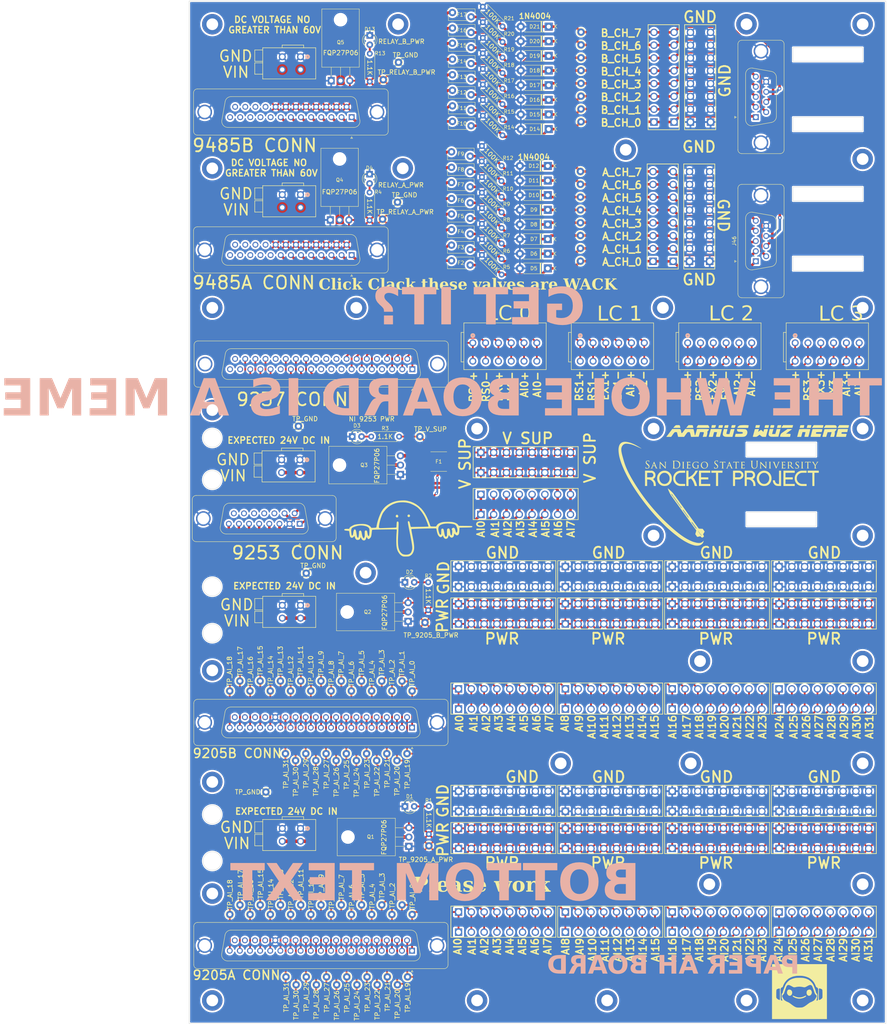
<source format=kicad_pcb>
(kicad_pcb (version 20241229) (generator "pcbnew") (generator_version "9.0")
  (layers (0 "F.Cu" signal) (2 "B.Cu" signal) (13 "F.Paste" user) (15 "B.Paste" user) (5 "F.SilkS" user "F.Silkscreen") (7 "B.SilkS" user "B.Silkscreen") (1 "F.Mask" user) (3 "B.Mask" user) (25 "Edge.Cuts" user))
  (net 0 "")
  (net 1 "COM")
  (net 2 "Net-(D1-A)")
  (net 3 "Net-(D2-A)")
  (net 4 "NI9485A_CH0B")
  (net 5 "NI9485A_CH2B")
  (net 6 "NI9485A_CH3B")
  (net 7 "NI9485A_CH4B")
  (net 8 "NI9485A_CH5B")
  (net 9 "NI9485A_CH6B")
  (net 10 "NI9485A_CH7B")
  (net 11 "NI9485B_CH0B")
  (net 12 "NI9485B_CH1B")
  (net 13 "NI9485B_CH2B")
  (net 14 "NI9485B_CH3B")
  (net 15 "NI9485B_CH4B")
  (net 16 "NI9485B_CH5B")
  (net 17 "NI9485B_CH6B")
  (net 18 "NI9485B_CH7B")
  (net 19 "Net-(F2-Pad1)")
  (net 20 "Net-(F3-Pad1)")
  (net 21 "NI9485A_CH1B")
  (net 22 "Net-(F4-Pad1)")
  (net 23 "Net-(F5-Pad1)")
  (net 24 "Net-(F6-Pad1)")
  (net 25 "Net-(F7-Pad1)")
  (net 26 "Net-(F8-Pad1)")
  (net 27 "Net-(F9-Pad1)")
  (net 28 "Net-(F10-Pad1)")
  (net 29 "Net-(F11-Pad1)")
  (net 30 "Net-(F12-Pad1)")
  (net 31 "Net-(F13-Pad1)")
  (net 32 "Net-(F14-Pad1)")
  (net 33 "Net-(F15-Pad1)")
  (net 34 "Net-(F16-Pad1)")
  (net 35 "Net-(F17-Pad1)")
  (net 36 "NI9205A_AI7")
  (net 37 "NI9205A_AI26")
  (net 38 "NI9205A_AI3")
  (net 39 "NI9205A_AI22")
  (net 40 "NI9205A_AI18")
  (net 41 "NI9205A_AI4")
  (net 42 "NI9205A_AI30")
  (net 43 "NI9205A_AI21")
  (net 44 "NI9205A_AI13")
  (net 45 "NI9205A_AI5")
  (net 46 "NI9205A_AI29")
  (net 47 "NI9205A_AI1")
  (net 48 "NI9205A_AI15")
  (net 50 "NI9205A_AI0")
  (net 51 "NI9205A_AI10")
  (net 52 "NI9205A_AI23")
  (net 53 "NI9205A_AI25")
  (net 54 "NI9205A_AI14")
  (net 55 "NI9205A_AI12")
  (net 56 "NI9205A_AI20")
  (net 57 "NI9205A_AISENSE")
  (net 58 "NI9205A_AI24")
  (net 59 "NI9205A_AI31")
  (net 60 "NI9205A_AI11")
  (net 61 "NI9205A_DO0")
  (net 62 "NI9205A_AI19")
  (net 63 "NI9205A_AI2")
  (net 64 "NI9205A_AI8")
  (net 65 "NI9205A_AI16")
  (net 66 "NI9205A_AI6")
  (net 67 "NI9205A_AI9")
  (net 68 "NI9205A_AI17")
  (net 69 "NI9205A_PFI0")
  (net 70 "NI9205A_AI28")
  (net 71 "NI9205A_AI27")
  (net 72 "Net-(J2-2_1)")
  (net 73 "NI9205B_AI17")
  (net 74 "NI9205B_AI14")
  (net 75 "NI9205B_AI6")
  (net 76 "NI9205B_AI1")
  (net 77 "NI9205B_AI28")
  (net 78 "NI9205B_AI8")
  (net 79 "NI9205B_AI9")
  (net 80 "NI9205B_AI3")
  (net 81 "NI9205B_AISENSE")
  (net 82 "NI9205B_AI19")
  (net 84 "NI9205B_AI0")
  (net 85 "NI9205B_AI30")
  (net 86 "NI9205B_AI22")
  (net 87 "NI9205B_AI16")
  (net 88 "NI9205B_AI31")
  (net 89 "NI9205B_AI10")
  (net 90 "NI9205B_DO0")
  (net 91 "NI9205B_AI13")
  (net 92 "NI9205B_AI23")
  (net 93 "NI9205B_AI21")
  (net 94 "NI9205B_AI12")
  (net 95 "NI9205B_AI4")
  (net 96 "NI9205B_AI15")
  (net 97 "NI9205B_AI2")
  (net 98 "NI9205B_AI29")
  (net 99 "NI9205B_AI24")
  (net 100 "NI9205B_AI5")
  (net 101 "NI9205B_AI26")
  (net 102 "NI9205B_PFI0")
  (net 103 "NI9205B_AI18")
  (net 104 "NI9205B_AI11")
  (net 105 "NI9205B_AI27")
  (net 106 "NI9205B_AI7")
  (net 107 "NI9205B_AI25")
  (net 108 "NI9205B_AI20")
  (net 109 "VSUP")
  (net 112 "AI0")
  (net 113 "AI3")
  (net 114 "AI5")
  (net 115 "AI2")
  (net 117 "AI6")
  (net 118 "AI4")
  (net 119 "AI7")
  (net 122 "AI1")
  (net 123 "Net-(J32-2_1)")
  (net 124 "NI9237_AI3+")
  (net 125 "NI9237_AI3-")
  (net 126 "RS2+")
  (net 129 "NI9237_AI1-")
  (net 131 "RS0+")
  (net 132 "RS1-")
  (net 133 "NI9237_AI1+")
  (net 135 "RS0-")
  (net 137 "EX3-")
  (net 138 "NI9237_AI2-")
  (net 139 "EX0+")
  (net 140 "EX2-")
  (net 141 "EX1-")
  (net 144 "EX0-")
  (net 145 "NI9237_AI2+")
  (net 146 "EX3+")
  (net 149 "EX1+")
  (net 150 "NI9237_AI0-")
  (net 153 "RS2-")
  (net 154 "NI9237_AI0+")
  (net 155 "RS3-")
  (net 156 "RS3+")
  (net 161 "EX2+")
  (net 162 "RS1+")
  (net 165 "NI9485A_24V+")
  (net 173 "/V_IN_A")
  (net 175 "NI9485B_24V+")
  (net 184 "/V_IN_B")
  (net 185 "Net-(D3-A)")
  (net 186 "Net-(D4-A)")
  (net 187 "Net-(D13-A)")
  (net 188 "Net-(Q3-S)")
  (net 189 "NI9205A_PWR")
  (net 190 "Net-(J16-2_1)")
  (net 191 "NI9205B_PWR")
  (footprint "MountingHole:MountingHole_3.2mm_M3_DIN965_Pad_TopBottom" (layer "F.Cu") (at 31.75 273.05)
    (property "Reference" "H30" (hide yes))
    (property "Value" "MountingHole_Pad")
  )
  (footprint "TestPoint:TestPoint_THTPad_D2.0mm_Drill1.0mm" (layer "F.Cu") (at 86.4 249.55 180)
    (property "Reference" "TP3" (hide yes))
    (property "Value" "TestPoint")
  )
  (footprint "Resistor_THT:R_Axial_DIN0207_L6.3mm_D2.5mm_P7.62mm_Horizontal" (layer "F.Cu") (at 90.93 227.61 90)
    (property "Reference" "R1")
    (property "Value" "1.1k")
  )
  (footprint "Package_TO_SOT_THT:TO-220-3_Horizontal_TabDown" (layer "F.Cu") (at 83.185 129.33 90)
    (property "Reference" "Q3")
    (property "Value" "FQP27P06")
  )
  (footprint "TBLH10V-350-08BK:RHDR16W80P550X350_2X8_2870X850X1420P" (layer "F.Cu") (at 128.28 221.37)
    (property "Reference" "J7" (hide yes))
    (property "Value" "GNDCONN" (hide yes))
  )
  (footprint "MountingHole:MountingHole_3.2mm_M3_DIN965_Pad_TopBottom" (layer "F.Cu") (at 71.12 83.82)
    (property "Reference" "H10" (hide yes))
    (property "Value" "MountingHole_Pad")
  )
  (footprint "TestPoint:TestPoint_THTPad_D2.0mm_Drill1.0mm" (layer "F.Cu") (at 69.76 188.5 -90)
    (property "Reference" "TP41" (hide yes))
    (property "Value" "TestPoint")
  )
  (footprint "TestPoint:TestPoint_THTPad_D2.0mm_Drill1.0mm" (layer "F.Cu") (at 54.53 207.52 -90)
    (property "Reference" "TP65" (hide yes))
    (property "Value" "TestPoint")
  )
  (footprint "Fuse:Fuse_2920_7451Metric_Pad2.10x5.45mm_HandSolder" (layer "F.Cu") (at 93.655 125.83)
    (property "Reference" "F1")
    (property "Value" "0ZCF0100AF2A")
  )
  (footprint "Diode_THT:D_DO-41_SOD81_P7.62mm_Horizontal" (layer "F.Cu") (at 123.46 57.05 180)
    (property "Reference" "D9")
    (property "Value" "1N4004")
  )
  (footprint "MountingHole:MountingHole_3.2mm_M3_DIN965_Pad_TopBottom" (layer "F.Cu") (at 31.75 6.35)
    (property "Reference" "H1" (hide yes))
    (property "Value" "MountingHole_Pad")
  )
  (footprint "TestPoint:TestPoint_THTPad_D2.0mm_Drill1.0mm" (layer "F.Cu") (at 74.060001 266.61 -90)
    (property "Reference" "TP26" (hide yes))
    (property "Value" "TestPoint")
  )
  (footprint "Diode_THT:D_DO-41_SOD81_P7.62mm_Horizontal" (layer "F.Cu") (at 123.71 7 180)
    (property "Reference" "D21")
    (property "Value" "1N4004")
  )
  (footprint "TestPoint:TestPoint_THTPad_D2.0mm_Drill1.0mm" (layer "F.Cu") (at 39.29 185.79 -90)
    (property "Reference" "TP52" (hide yes))
    (property "Value" "TestPoint")
  )
  (footprint "TBLH10V-350-08BK:RHDR16W80P550X350_2X8_2870X850X1420P" (layer "F.Cu") (at 99.07 193.43)
    (property "Reference" "J19" (hide yes))
    (property "Value" "AICONN" (hide yes))
  )
  (footprint "TestPoint:TestPoint_THTPad_D2.0mm_Drill1.0mm" (layer "F.Cu") (at 75.3 188.5 -90)
    (property "Reference" "TP39" (hide yes))
    (property "Value" "TestPoint")
  )
  (footprint "LED_THT:LED_D3.0mm" (layer "F.Cu") (at 74.75 47.319999 -90)
    (property "Reference" "D4")
    (property "Value" "LED")
  )
  (footprint "Diode_THT:D_DO-41_SOD81_P7.62mm_Horizontal" (layer "F.Cu") (at 123.46 49.05 180)
    (property "Reference" "D11")
    (property "Value" "1N4004")
  )
  (footprint "TestPoint:TestPoint_THTPad_D2.0mm_Drill1.0mm" (layer "F.Cu") (at 44.83 185.79 -90)
    (property "Reference" "TP50" (hide yes))
    (property "Value" "TestPoint")
  )
  (footprint "TestPoint:TestPoint_THTPad_D2.0mm_Drill1.0mm" (layer "F.Cu") (at 89.9 169.8 180)
    (property "Reference" "TP89" (hide yes))
    (property "Value" "TestPoint")
  )
  (footprint "2601-3106:CONN6_2601-3106_WAG" (layer "F.Cu") (at 102.973327 93.4)
    (property "Reference" "J34" (hide yes))
    (property "Value" "LC0")
  )
  (footprint "Resistor_THT:R_Axial_DIN0207_L6.3mm_D2.5mm_P7.62mm_Horizontal" (layer "F.Cu") (at 90.78 166.43 90)
    (property "Reference" "R2")
    (property "Value" "1.1k")
  )
  (footprint "Resistor_THT:R_Axial_DIN0207_L6.3mm_D2.5mm_P7.62mm_Horizontal" (layer "F.Cu") (at 110.844077 70.494077 135)
    (property "Reference" "R6")
    (property "Value" "100K")
  )
  (footprint "TestPoint:TestPoint_THTPad_D2.0mm_Drill1.0mm" (layer "F.Cu") (at 71.15 207.52 -90)
    (property "Reference" "TP59" (hide yes))
    (property "Value" "TestPoint")
  )
  (footprint "Diode_THT:D_DO-41_SOD81_P7.62mm_Horizontal" (layer "F.Cu") (at 123.46 45.05 180)
    (property "Reference" "D12")
    (property "Value" "1N4004")
  )
  (footprint "Fuse:Fuse_Bourns_MF-RG300" (layer "F.Cu") (at 97.4 7.4)
    (property "Reference" "F16")
    (property "Value" "0ZRP0065FF1E")
  )
  (footprint "TBLH10V-350-08BK:RHDR16W80P550X350_2X8_2870X850X1420P" (layer "F.Cu") (at 157.995001 33.07 90)
    (property "Reference" "J44" (hide yes))
    (property "Value" "AICONN" (hide yes))
  )
  (footprint "TBLH10V-350-08BK:RHDR16W80P550X350_2X8_2870X850X1420P" (layer "F.Cu") (at 128.27 170.18)
    (property "Reference" "J20" (hide yes))
    (property "Value" "24VCONN" (hide yes))
  )
  (footprint "TestPoint:TestPoint_THTPad_D2.0mm_Drill1.0mm" (layer "F.Cu") (at 75.32 249.55 -90)
    (property "Reference" "TP7" (hide yes))
    (property "Value" "TestPoint")
  )
  (footprint "Resistor_THT:R_Axial_DIN0207_L6.3mm_D2.5mm_P7.62mm_Horizontal" (layer "F.Cu") (at 110.844077 44.994077 135)
    (property "Reference" "R12")
    (property "Value" "100K")
  )
  (footprint "TestPoint:TestPoint_THTPad_D2.0mm_Drill1.0mm" (layer "F.Cu") (at 132.4 71.075)
    (property "Reference" "TP71" (hide yes))
    (property "Value" "TestPoint")
  )
  (footprint "TBLH10V-350-08BK:RHDR16W80P550X350_2X8_2870X850X1420P" (layer "F.Cu") (at 157.49 254.39)
    (property "Reference" "J11" (hide yes))
    (property "Value" "AICONN" (hide yes))
  )
  (footprint "Diode_THT:D_DO-41_SOD81_P7.62mm_Horizontal" (layer "F.Cu") (at 123.71 19 180)
    (property "Reference" "D18")
    (property "Value" "1N4004")
  )
  (footprint "Resistor_THT:R_Axial_DIN0207_L6.3mm_D2.5mm_P7.62mm_Horizontal" (layer "F.Cu") (at 111.094077 19.694077 135)
    (property "Reference" "R18")
    (property "Value" "100K")
  )
  (footprint "WAGO 2601-1102:CONN2_2601-1102_WAG" (layer "F.Cu") (at 55.88 226.06 -90)
    (property "Reference" "J2" (hide yes))
    (property "Value" "PWRCONN")
  )
  (footprint "WAGO 2601-1102:CONN2_2601-1102_WAG" (layer "F.Cu") (at 55.705 125.34 -90)
    (property "Reference" "J32" (hide yes))
    (property "Value" "PWRCONN")
  )
  (footprint "TestPoint:TestPoint_THTPad_D2.0mm_Drill1.0mm" (layer "F.Cu") (at 78.5 21.5 -90)
    (property "Reference" "TP79" (hide yes))
    (property "Value" "TestPoint")
  )
  (footprint "Resistor_THT:R_Axial_DIN0207_L6.3mm_D2.5mm_P7.62mm_Horizontal" (layer "F.Cu") (at 111.094077 23.944077 135)
    (property "Reference" "R17")
    (property "Value" "100K")
  )
  (footprint "Fuse:Fuse_Bourns_MF-RG300" (layer "F.Cu") (at 97.4 20.15)
    (property "Reference" "F13")
    (property "Value" "0ZRP0065FF1E")
  )
  (footprint "Diode_THT:D_DO-41_SOD81_P7.62mm_Horizontal" (layer "F.Cu") (at 123.71 11 180)
    (property "Reference" "D20")
    (property "Value" "1N4004")
  )
  (footprint "TBLH10V-350-08BK:RHDR16W80P550X350_2X8_2870X850X1420P" (layer "F.Cu") (at 167.975001 33.07 90)
    (property "Reference" "J45" (hide yes))
    (property "Value" "GNDCONN" (hide yes))
  )
  (footprint "TBLH10V-350-08BK:RHDR16W80P550X350_2X8_2870X850X1420P" (layer "F.Cu") (at 105.175 128.85)
    (property "Reference" "J31" (hide yes))
    (property "Value" "VSUPCONN" (hide yes))
  )
  (footprint "MountingHole:MountingHole_3.2mm_M3_DIN965_Pad_TopBottom" (layer "F.Cu") (at 31.75 182.88)
    (property "Reference" "H20" (hide yes))
    (property "Value" "MountingHole_Pad")
  )
  (footprint "TestPoint:TestPoint_THTPad_D2.0mm_Drill1.0mm" (layer "F.Cu") (at 132.4 67.575)
    (property "Reference" "TP72" (hide yes))
    (property "Value" "TestPoint")
  )
  (footprint "Resistor_THT:R_Axial_DIN0207_L6.3mm_D2.5mm_P7.62mm_Horizontal" (layer "F.Cu") (at 110.844077 57.744077 135)
    (property "Reference" "R9")
    (property "Value" "100K")
  )
  (footprint "TestPoint:TestPoint_THTPad_D2.0mm_Drill1.0mm" (layer "F.Cu") (at 64.24 249.55 -90)
    (property "Reference" "TP11" (hide yes))
    (property "Value" "TestPoint")
  )
  (footprint "TestPoint:TestPoint_THTPad_D2.0mm_Drill1.0mm" (layer "F.Cu") (at 50.37 185.79 -90)
    (property "Reference" "TP48" (hide yes))
    (property "Value" "TestPoint")
  )
  (footprint "TBLH10V-350-08BK:RHDR16W80P550X350_2X8_2870X850X1420P" (layer "F.Cu") (at 99.07 254.39)
    (property "Reference" "J5" (hide yes))
    (property "Value" "AICONN" (hide yes))
  )
  (footprint "LOGO" (layer "F.Cu") (at 85.344 144.145)
    (property "Reference" "G***" (hide yes))
    (property "Value" "LOGO" (hide yes))
  )
  (footprint "Diode_THT:D_DO-41_SOD81_P7.62mm_Horizontal" (layer "F.Cu") (at 123.71 23 180)
    (property "Reference" "D17")
    (property "Value" "1N4004")
  )
  (footprint "TestPoint:TestPoint_THTPad_D2.0mm_Drill1.0mm" (layer "F.Cu") (at 78.3 59.6)
    (property "Reference" "TP69" (hide yes))
    (property "Value" "TestPoint")
  )
  (footprint "Resistor_THT:R_Axial_DIN0207_L6.3mm_D2.5mm_P7.62mm_Horizontal" (layer "F.Cu") (at 110.844077 66.244077 135)
    (property "Reference" "R7")
    (property "Value" "100K")
  )
  (footprint "MountingHole:MountingHole_3.2mm_M3_DIN965_Pad_TopBottom" (layer "F.Cu") (at 177.8 6.35)
    (property "Reference" "H3" (hide yes))
    (property "Value" "MountingHole_Pad")
  )
  (footprint "TestPoint:TestPoint_THTPad_D2.0mm_Drill1.0mm" (layer "F.Cu") (at 55.91 185.79 -90)
    (property "Reference" "TP46" (hide yes))
    (property "Value" "TestPoint")
  )
  (footprint "TestPoint:TestPoint_THTPad_D2.0mm_Drill1.0mm" (layer "F.Cu") (at 53.16 249.55 -90)
    (property "Reference" "TP15" (hide yes))
    (property "Value" "TestPoint")
  )
  (footprint "TestPoint:TestPoint_THTPad_D2.0mm_Drill1.0mm" (layer "F.Cu") (at 50.39 246.95 -90)
    (property "Reference" "TP16" (hide yes))
    (property "Value" "TestPoint")
  )
  (footprint "WAGO 2601-1102:CONN2_2601-1102_WAG" (layer "F.Cu") (at 55.88 15.24 -90)
    (property "Reference" "J43" (hide yes))
    (property "Value" "PWRCONN")
  )
  (footprint "TestPoint:TestPoint_THTPad_D2.0mm_Drill1.0mm" (layer "F.Cu") (at 78.09 246.95 -90)
    (property "Reference" "TP6" (hide yes))
    (property "Value" "TestPoint")
  )
  (footprint "Fuse:Fuse_Bourns_MF-RG300" (layer "F.Cu") (at 97.4 32.9)
    (property "Reference" "F10")
    (property "Value" "0ZRP0065FF1E")
  )
  (footprint "TestPoint:TestPoint_THTPad_D2.0mm_Drill1.0mm" (layer "F.Cu") (at 82.66 16.76)
    (property "Reference" "TP80" (hide yes))
    (property "Value" "TestPoint")
  )
  (footprint "TBLH10V-350-08BK:RHDR16W80P550X350_2X8_2870X850X1420P" (layer "F.Cu") (at 186.69 160.02)
    (property "Reference" "J28" (hide yes))
    (property "Value" "GNDCONN" (hide yes))
  )
  (footprint "TestPoint:TestPoint_THTPad_D2.0mm_Drill1.0mm" (layer "F.Cu") (at 76.830001 268.77 -90)
    (property "Reference" "TP25" (hide yes))
    (property "Value" "TestPoint")
  )
  (footprint "TestPoint:TestPoint_THTPad_D2.0mm_Drill1.0mm" (layer "F.Cu") (at 132.4 46.575)
    (property "Reference" "TP78" (hide yes))
    (property "Value" "TestPoint")
  )
  (footprint "TestPoint:TestPoint_THTPad_D2.0mm_Drill1.0mm" (layer "F.Cu") (at 80.860001 249.55 -90)
    (property "Reference" "TP5" (hide yes))
    (property "Value" "TestPoint")
  )
  (footprint "TestPoint:TestPoint_THTPad_D2.0mm_Drill1.0mm" (layer "F.Cu") (at 36.52 188.5 -90)
    (property "Reference" "TP53" (hide yes))
    (property "Value" "TestPoint")
  )
  (footprint "TestPoint:TestPoint_THTPad_D2.0mm_Drill1.0mm" (layer "F.Cu") (at 71.29 268.77 -90)
    (property "Reference" "TP27" (hide yes))
    (property "Value" "TestPoint")
  )
  (footprint "TestPoint:TestPoint_THTPad_D2.0mm_Drill1.0mm" (layer "F.Cu") (at 64.22 188.5 -90)
    (property "Reference" "TP43" (hide yes))
    (property "Value" "TestPoint")
  )
  (footprint "Package_TO_SOT_THT:TO-220-3_Horizontal_TabDown" (layer "F.Cu") (at 85.28 169.47 90)
    (property "Reference" "Q2")
    (property "Value" "FQP27P06")
  )
  (footprint "TBLH10V-350-08BK:RHDR16W80P550X350_2X8_2870X850X1420P" (layer "F.Cu") (at 186.7 231.53)
    (property "Reference" "J13" (hide yes))
    (property "Value" "24VCONN" (hide yes))
  )
  (footprint "TestPoint:TestPoint_THTPad_D2.0mm_Drill1.0mm" (layer "F.Cu") (at 60.07 207.52 -90)
    (property "Reference" "TP63" (hide yes))
    (property "Value" "TestPoint")
  )
  (footprint "Fuse:Fuse_Bourns_MF-RG300" (layer "F.Cu") (at 97.15 58.2)
    (property "Reference" "F5")
    (property "Value" "0ZRP0065FF1E")
  )
  (footprint "MountingHole:MountingHole_3.2mm_M3_DIN965_Pad_TopBottom" (layer "F.Cu") (at 127 208.28)
    (property "Reference" "H24" (hide yes))
    (property "Value" "MountingHole_Pad")
  )
  (footprint "TestPoint:TestPoint_THTPad_D2.0mm_Drill1.0mm" (layer "F.Cu") (at 42.06 188.5 -90)
    (property "Reference" "TP51" (hide yes))
    (property "Value" "TestPoint")
  )
  (footprint "MountingHole:MountingHole_3.2mm_M3_DIN965_Pad_TopBottom" (layer "F.Cu") (at 104.14 273.05)
    (property "Reference" "H31" (hide yes))
    (property "Value" "MountingHole_Pad")
  )
  (footprint "Connector_Dsub:DSUB-37_Pins_Vertical_P2.77x2.84mm_MountingHoles" (layer "F.Cu") (at 86.46 100.61 180)
    (property "Reference" "J33" (hide yes))
    (property "Value" "NI9237CONN")
  )
  (footprint "Resistor_THT:R_Axial_DIN0207_L6.3mm_D2.5mm_P7.62mm_Horizontal" (layer "F.Cu") (at 111.094077 32.444077 135)
    (property "Reference" "R15")
    (property "Value" "100K")
  )
  (footprint "Diode_THT:D_DO-41_SOD81_P7.62mm_Horizontal" (layer "F.Cu") (at 123.46 73.05 180)
    (property "Reference" "D5")
    (property "Value" "1N4004")
  )
  (footprint "TestPoint:TestPoint_THTPad_D2.0mm_Drill1.0mm" (layer "F.Cu") (at 65.61 207.52 -90)
    (property "Reference" "TP61" (hide yes))
    (property "Value" "TestPoint")
  )
  (footprint "TestPoint:TestPoint_THTPad_D2.0mm_Drill1.0mm" (layer "F.Cu") (at 67.01 246.95 -90)
    (property "Reference" "TP10" (hide yes))
    (property "Value" "TestPoint")
  )
  (footprint "TestPoint:TestPoint_THTPad_D2.0mm_Drill1.0mm" (layer "F.Cu") (at 76.69 207.52 -90)
    (property "Reference" "TP57" (hide yes))
    (property "Value" "TestPoint")
  )
  (footprint "TBLH10V-350-08BK:RHDR16W80P550X350_2X8_2870X850X1420P" (layer "F.Cu") (at 186.7 254.39)
    (property "Reference" "J12" (hide yes))
    (property "Value" "AICONN" (hide yes))
  )
  (footprint "MountingHole:MountingHole_3.2mm_M3_DIN965_Pad_TopBottom" (layer "F.Cu") (at 31.75 111.76)
    (property "Reference" "H13" (hide yes))
    (property "Value" "MountingHole_Pad")
  )
  (footprint "Fuse:Fuse_Bourns_MF-RG300" (layer "F.Cu") (at 97.4 24.4)
    (property "Reference" "F12")
    (property "Value" "0ZRP0065FF1E")
  )
  (footprint "TBLH10V-350-08BK:RHDR16W80P550X350_2X8_2870X850X1420P" (layer "F.Cu") (at 157.49 221.37)
    (property "Reference" "J10" (hide yes))
    (property "Value" "GNDCONN" (hide yes))
  )
  (footprint "Connector_Dsub:DSUB-25_Pins_Vertical_P2.77x2.84mm_MountingHoles" (layer "F.Cu") (at 69.85 69.42 180)
    (property "Reference" "J38" (hide yes))
    (property "Value" "NI9485CONN")
  )
  (footprint "TestPoint:TestPoint_THTPad_D2.0mm_Drill1.0mm" (layer "F.Cu") (at 55.93 246.95 -90)
    (property "Reference" "TP14" (hide yes))
    (property "Value" "TestPoint")
  )
  (footprint "TestPoint:TestPoint_THTPad_D2.0mm_Drill1.0mm" (layer "F.Cu") (at 132.4 64.075)
    (property "Reference" "TP73" (hide yes))
    (property "Value" "TestPoint")
  )
  (footprint "Resistor_THT:R_Axial_DIN0207_L6.3mm_D2.5mm_P7.62mm_Horizontal" (layer "F.Cu") (at 111.094077 28.194077 135)
    (property "Reference" "R16")
    (property "Value" "100K")
  )
  (footprint "MountingHole:MountingHole_3.2mm_M3_DIN965_Pad_TopBottom" (layer "F.Cu") (at 209.55 273.05)
    (property "Reference" "H34" (hide yes))
    (property "Value" "MountingHole_Pad")
  )
  (footprint "TestPoint:TestPoint_THTPad_D2.0mm_Drill1.0mm" (layer "F.Cu") (at 132.55 22.5 180)
    (property "Reference" "TP84" (hide yes))
    (property "Value" "TestPoint")
  )
  (footprint "MountingHole:MountingHole_3.2mm_M3_DIN965_Pad_TopBottom" (layer "F.Cu") (at 144.78 40.64)
    (property "Reference" "H7" (hide yes))
    (property "Value" "MountingHole_Pad")
  )
  (footprint "MountingHole:MountingHole_3.2mm_M3_DIN965_Pad_TopBottom" (layer "F.Cu") (at 162.56 208.28)
    (property "Reference" "H25" (hide yes))
    (property "Value" "MountingHole_Pad")
  )
  (footprint "TestPoint:TestPoint_THTPad_D2.0mm_Drill1.0mm" (layer "F.Cu") (at 132.55 19 180)
    (property "Reference" "TP85" (hide yes))
    (property "Value" "TestPoint")
  )
  (footprint "2601-3106:CONN6_2601-3106_WAG" (layer "F.Cu") (at 132.348883 93.4)
    (property "Reference" "J35" (hide yes))
    (property "Value" "LC1")
  )
  (footprint "TestPoint:TestPoint_THTPad_D2.0mm_Drill1.0mm" (layer "F.Cu") (at 47.62 249.55 -90)
    (property "Reference" "TP17" (hide yes))
    (property "Value" "TestPoint")
  )
  (footprint "Resistor_THT:R_Axial_DIN0207_L6.3mm_D2.5mm_P7.62mm_Horizontal" (layer "F.Cu") (at 74.8 22.01 90)
    (property "Reference" "R13")
    (property "Value" "1.1k")
  )
  (footprint "TestPoint:TestPoint_THTPad_D2.0mm_Drill1.0mm" (layer "F.Cu") (at 73.93 205.62 -90)
    (property "Reference" "TP58" (hide yes))
    (property "Value" "TestPoint")
  )
  (footprint "Package_TO_SOT_THT:TO-220-3_Horizontal_TabDown" (layer "F.Cu") (at 85.49 230.95 90)
    (property "Reference" "Q1")
    (property "Value" "FQP27P06")
  )
  (footprint "TestPoint:TestPoint_THTPad_D2.0mm_Drill1.0mm" (layer "F.Cu") (at 60.210001 268.77 -90)
    (property "Reference" "TP31" (hide yes))
    (property "Value" "TestPoint")
  )
  (footprint "TBLH10V-350-08BK:RHDR16W80P550X350_2X8_2870X850X1420P" (layer "F.Cu") (at 99.07 231.53)
    (property "Reference" "J3" (hide yes))
    (property "Value" "24VCONN" (hide yes))
  )
  (footprint "Diode_THT:D_DO-41_SOD81_P7.62mm_Horizontal" (layer "F.Cu") (at 123.71 15 180)
    (property "Reference" "D19")
    (property "Value" "1N4004")
  )
  (footprint "Fuse:Fuse_Bourns_MF-RG300" (layer "F.Cu") (at 97.4 3.15)
    (property "Reference" "F17")
    (property "Value" "0ZRP0065FF1E")
  )
  (footprint "TBLH10V-350-08BK:RHDR16W80P550X350_2X8_2870X850X1420P" (layer "F.Cu") (at 157.745001 71.12 90)
    (property "Reference" "J40" (hide yes))
    (property "Value" "AICONN" (hide yes))
  )
  (footprint "TestPoint:TestPoint_THTPad_D2.0mm_Drill1.0mm" (layer "F.Cu") (at 132.4 60.575)
    (property "Reference" "TP74" (hide yes))
    (property "Value" "TestPoint")
  )
  (footprint "TBLH10V-350-08BK:RHDR16W80P550X350_2X8_2870X850X1420P" (layer "F.Cu") (at 128.28 231.53)
    (property "Reference" "J6" (hide yes))
    (property "Value" "24VCONN" (hide yes))
  )
  (footprint "TBLH10V-350-08BK:RHDR16W80P550X350_2X8_2870X850X1420P" (layer "F.Cu") (at 186.7 221.37)
    (property "Reference" "J14" (hide yes))
    (property "Value" "GNDCONN" (hide yes))
  )
  (footprint "MountingHole:MountingHole_3.2mm_M3_DIN965_Pad_TopBottom" (layer "F.Cu") (at 31.75 213.36)
    (property "Reference" "H23" (hide yes))
    (property "Value" "MountingHole_Pad")
  )
  (footprint "TestPoint:TestPoint_THTPad_D2.0mm_Drill1.0mm" (layer "F.Cu") (at 51.9 266.61 180)
    (property "Reference" "TP34" (hide yes))
    (property "Value" "TestPoint")
  )
  (footprint "TestPoint:TestPoint_THTPad_D2.0mm_Drill1.0mm" (layer "F.Cu") (at 132.55 15.5 180)
    (property "Reference" "TP86" (hide yes))
    (property "Value" "TestPoint")
  )
  (footprint "Resistor_THT:R_Axial_DIN0207_L6.3mm_D2.5mm_P7.62mm_Horizontal" (layer "F.Cu") (at 110.844077 61.994077 135)
    (property "Reference" "R8")
    (property "Value" "100K")
  )
  (footprint "Fuse:Fuse_Bourns_MF-RG300" (layer "F.Cu") (at 97.4 28.65)
    (property "Reference" "F11")
    (property "Value" "0ZRP0065FF1E")
  )
  (footprint "WAGO 2601-1102:CONN2_2601-1102_WAG" (layer "F.Cu") (at 55.88 52.91 -90)
    (property "Reference" "J39" (hide yes))
    (property "Value" "PWRCONN")
  )
  (footprint "TestPoint:TestPoint_THTPad_D2.0mm_Drill1.0mm" (layer "F.Cu") (at 79.600001 266.61 -90)
    (property "Reference" "TP24" (hide yes))
    (property "Value" "TestPoint")
  )
  (footprint "TBLH10V-350-08BK:RHDR16W80P550X350_2X8_2870X850X1420P" (layer "F.Cu") (at 186.7 193.43)
    (property "Reference" "J26" (hide yes))
    (property "Value" "AICONN" (hide yes))
  )
  (footprint "TestPoint:TestPoint_THTPad_D2.0mm_Drill1.0mm" (layer "F.Cu") (at 57.43 156.33)
    (property "Reference" "TP90" (hide yes))
    (property "Value" "TestPoint")
  )
  (footprint "TestPoint:TestPoint_THTPad_D2.0mm_Drill1.0mm" (layer "F.Cu") (at 62.980001 266.609999 -90)
    (property "Reference" "TP30" (hide yes))
    (property "Value" "TestPoint")
  )
  (footprint "TBLH10V-350-08BK:RHDR16W80P550X350_2X8_2870X850X1420P" (layer "F.Cu") (at 128.27 160.02)
    (property "Reference" "J21" (hide yes))
    (property "Value" "GNDCONN" (hide yes))
  )
  (footprint "TestPoint:TestPoint_THTPad_D2.0mm_Drill1.0mm" (layer "F.Cu") (at 83.61 185.79 -90)
    (property "Reference" "TP36" (hide yes))
    (property "Value" "TestPoint")
  )
  (footprint "Resistor_THT:R_Axial_DIN0207_L6.3mm_D2.5mm_P7.62mm_Horizontal" (layer "F.Cu") (at 110.8 49.2 135)
    (property "Reference" "R11")
    (property "Value" "100K")
  )
  (footprint "TestPoint:TestPoint_THTPad_D2.0mm_Drill1.0mm" (layer "F.Cu") (at 82.4 54.96)
    (property "Reference" "TP70" (hide yes))
    (property "Value" "TestPoint")
  )
  (footprint "TestPoint:TestPoint_THTPad_D2.0mm_Drill1.0mm" (layer "F.Cu") (at 53.14 188.5 -90)
    (property "Reference" "TP47" (hide yes))
    (property "Value" "TestPoint")
  )
  (footprint "MountingHole:MountingHole_3.2mm_M3_DIN965_Pad_TopBottom" (layer "F.Cu") (at 104.14 116.84)
    (property "Reference" "H14" (hide yes))
    (property "Value" "MountingHole_Pad")
  )
  (footprint "MountingHole:MountingHole_3.2mm_M3_DIN965_Pad_TopBottom" (layer "F.Cu") (at 31.75 83.82)
    (property "Reference" "H9" (hide yes))
    (property "Value" "MountingHole_Pad")
  )
  (footprint "MountingHole:MountingHole_3.2mm_M3_DIN965_Pad_TopBottom" (layer "F.Cu") (at 31.75 45.72)
    (property "Reference" "H5" (hide yes))
    (property "Value" "MountingHole_Pad")
  )
  (footprint "Connector_Dsub:DSUB-15_Pins_Vertical_P2.77x2.84mm_MountingHoles" (layer "F.Cu") (at 55.645 142.82 180)
    (property "Reference" "J29" (hide yes))
    (property "Value" "NI9253CONN")
  )
  (footprint "TestPoint:TestPoint_THTPad_D2.0mm_Drill1.0mm" (layer "F.Cu") (at 80.84 188.5 -90)
    (property "Reference" "TP37" (hide yes))
    (property "Value" "TestPoint")
  )
  (footprint "Resistor_THT:R_Axial_DIN0207_L6.3mm_D2.5mm_P7.62mm_Horizontal" (layer "F.Cu") (at 111.094077 6.944077 135)
    (property "Reference" "R21")
    (property "Value" "100K")
  )
  (footprint "TestPoint:TestPoint_THTPad_D2.0mm_Drill1.0mm" (layer "F.Cu") (at 39.31 246.95 -90)
    (property "Reference" "TP20" (hide yes))
    (property "Value" "TestPoint")
  )
  (footprint "TestPoint:TestPoint_THTPad_D2.0mm_Drill1.0mm" (layer "F.Cu") (at 36.54 249.55 -90)
    (property "Reference" "TP21" (hide yes))
    (property "Value" "TestPoint")
  )
  (footprint "TestPoint:TestPoint_THTPad_D2.0mm_Drill1.0mm" (layer "F.Cu") (at 79.46 205.62 -90)
    (property "Reference" "TP56" (hide yes))
    (property "Value" "TestPoint")
  )
  (footprint "TestPoint:TestPoint_THTPad_D2.0mm_Drill1.0mm" (layer "F.Cu") (at 55.3 116.16)
    (property "Reference" "TP68" (hide yes))
    (property "Value" "TestPoint")
  )
  (footprint "TestPoint:TestPoint_THTPad_D2.0mm_Drill1.0mm" (layer "F.Cu") (at 132.55 8.5)
    (property "Reference" "TP88" (hide yes))
    (property "Value" "TestPoint")
  )
  (footprint "TestPoint:TestPoint_THTPad_D2.0mm_Drill1.0mm" (layer "F.Cu") (at 132.4 57.075)
    (property "Reference" "TP75" (hide yes))
    (property "Value" "TestPoint")
  )
  (footprint "TestPoint:TestPoint_THTPad_D2.0mm_Drill1.0mm" (layer "F.Cu") (at 51.745 205.62 -90)
    (property "Reference" "TP66" (hide yes))
    (property "Value" "TestPoint")
  )
  (footprint "TBLH10V-350-08BK:RHDR16W80P550X350_2X8_2870X850X1420P" (layer "F.Cu") (at 99.06 170.18)
    (property "Reference" "J17" (hide yes))
    (property "Value" "24VCONN" (hide yes))
  )
  (footprint "TBLH10V-350-08BK:RHDR16W80P550X350_2X8_2870X850X1420P" (layer "F.Cu") (at 157.49 193.43)
    (property "Reference" "J25" (hide yes))
    (property "Value" "AICONN" (hide yes))
  )
  (footprint "TestPoint:TestPoint_THTPad_D2.0mm_Drill1.0mm" (layer "F.Cu") (at 84.98 205.62 -90)
    (property "Reference" "TP54" (hide yes))
    (property "Value" "TestPoint")
  )
  (footprint "TestPoint:TestPoint_THTPad_D2.0mm_Drill1.0mm" (layer "F.Cu") (at 62.86 205.62 -90)
    (property "Reference" "TP62" (hide yes))
    (property "Value" "TestPoint")
  )
  (footprint "Fuse:Fuse_Bourns_MF-RG300" (layer "F.Cu") (at 97.15 53.95)
    (property "Reference" "F6")
    (property "Value" "0ZRP0065FF1E")
  )
  (footprint "TestPoint:TestPoint_THTPad_D2.0mm_Drill1.0mm" (layer "F.Cu") (at 44.85 246.95 -90)
    (property "Reference" "TP18" (hide yes))
    (property "Value" "TestPoint")
  )
  (footprint "TestPoint:TestPoint_THTPad_D2.0mm_Drill1.0mm" (layer "F.Cu") (at 58.68 188.5 -90)
    (property "Reference" "TP45" (hide yes))
    (property "Value" "TestPoint")
  )
  (footprint "TestPoint:TestPoint_THTPad_D2.0mm_Drill1.0mm" (layer "F.Cu") (at 86.38 188.5 -90)
    (property "Reference" "TP35" (hide yes))
    (property "Value" "TestPoint")
  )
  (footprint "WAGO 2601-1102:CONN2_2601-1102_WAG" (layer "F.Cu") (at 55.88 165.1 -90)
    (property "Reference" "J16" (hide yes))
    (property "Value" "PWRCONN")
  )
  (footprint "Resistor_THT:R_Axial_DIN0207_L6.3mm_D2.5mm_P7.62mm_Horizontal" (layer "F.Cu") (at 111.094077 15.444077 135)
    (property "Reference" "R19")
    (property "Value" "100K")
  )
  (footprint "MountingHole:MountingHole_3.2mm_M3_DIN965_Pad_TopBottom" (layer "F.Cu") (at 31.75 243.84)
    (property "Reference" "H27" (hide yes))
    (property "Value" "MountingHole_Pad")
  )
  (footprint "Connector_Dsub:DSUB-25_Pins_Vertical_P2.77x2.84mm_MountingHoles" (layer "F.Cu") (at 69.85 31.75 180)
    (property "Reference" "J42" (hide yes))
    (property "Value" "NI9485CONN")
  )
  (footprint "MountingHole:MountingHole_3.2mm_M3_DIN965_Pad_TopBottom" (layer "F.Cu") (at 83.82 45.72)
    (property "Reference" "H6" (hide yes))
    (property "Value" "MountingHole_Pad")
  )
  (footprint "Package_TO_SOT_THT:TO-220-3_Horizontal_TabDown" (layer "F.Cu") (at 64.27 21.77)
    (property "Reference" "Q5")
    (property "Value" "FQP27P06")
  )
  (footprint "Fuse:Fuse_Bourns_MF-RG300" (layer "F.Cu") (at 97.15 45.45)
    (property "Reference" "F8")
    (property "Value" "0ZRP0065FF1E")
  )
  (footprint "TBLH10V-350-08BK:RHDR16W80P550X350_2X8_2870X850X1420P" (layer "F.Cu") (at 99.07 221.37)
    (property "Reference" "J4" (hide yes))
    (property "Value" "GNDCONN" (hide yes))
  )
  (footprint "TestPoint:TestPoint_THTPad_D2.0mm_Drill1.0mm" (layer "F.Cu") (at 132.55 26 180)
    (property "Reference" "TP83" (hide yes))
    (property "Value" "TestPoint")
  )
  (footprint "TestPoint:TestPoint_THTPad_D2.0mm_Drill1.0mm" (layer "F.Cu") (at 132.55 33 180)
    (property "Reference" "TP81" (hide yes))
    (property "Value" "TestPoint")
  )
  (footprint "Resistor_THT:R_Axial_DIN0207_L6.3mm_D2.5mm_P7.62mm_Horizontal" (layer "F.Cu") (at 110.844077 53.494077 135)
    (property "Reference" "R10")
    (property "Value" "100K")
  )
  (footprint "TestPoint:TestPoint_THTPad_D2.0mm_Drill1.0mm" (layer "F.Cu") (at 54.670001 268.77 -90)
    (property "Reference" "TP33" (hide yes))
    (property "Value" "TestPoint")
  )
  (footprint "Connector_Dsub:DSUB-9_Pins_Vertical_P2.77x2.84mm_MountingHoles" (layer "F.Cu") (at 180.34 71.12 90)
    (property "Reference" "J46")
    (property "Value" "NI_9485A_D-SUB")
  )
  (footprint "TestPoint:TestPoint_THTPad_D2.0mm_Drill1.0mm" (layer "F.Cu") (at 69.78 249.549999 -90)
    (property "Reference" "TP9" (hide yes))
    (property "Value" "TestPoint")
  )
  (footprint "Diode_THT:D_DO-41_SOD81_P7.62mm_Horizontal" (layer "F.Cu") (at 123.46 65.05 180)
    (property "Reference" "D7")
    (property "Value" "1N4004")
  )
  (footprint "Fuse:Fuse_Bourns_MF-RG300" (layer "F.Cu") (at 97.15 62.45)
    (property "Reference" "F4")
    (property "Value" "0ZRP0065FF1E")
  )
  (footprint "MountingHole:MountingHole_3.2mm_M3_DIN965_Pad_TopBottom" (layer "F.Cu") (at 152.4 146.05)
    (property "Reference" "H18" (hide yes))
    (property "Value" "MountingHole_Pad")
  )
  (footprint "Diode_THT:D_DO-41_SOD81_P7.62mm_Horizontal" (layer "F.Cu") (at 123.71 27 180)
    (property "Reference" "D16")
    (property "Value" "1N4004")
  )
  (footprint "TestPoint:TestPoint_THTPad_D2.0mm_Drill1.0mm" (layer "F.Cu") (at 88.5 119)
    (property "Reference" "TP67" (hide yes))
    (property "Value" "TestPoint")
  )
  (footprint "TestPoint:TestPoint_THTPad_D2.0mm_Drill1.0mm" (layer "F.Cu") (at 72.53 185.79 -90)
    (property "Reference" "TP40" (hide yes))
    (property "Value" "TestPoint")
  )
  (footprint "TestPoint:TestPoint_THTPad_D2.0mm_Drill1.0mm" (layer "F.Cu") (at 82.370001 268.770001 -90)
    (property "Reference" "TP23" (hide yes))
    (property "Value" "TestPoint")
  )
  (footprint "TestPoint:TestPoint_THTPad_D2.0mm_Drill1.0mm" (layer "F.Cu") (at 68.39 205.62 -90)
    (property "Reference" "TP60" (hide yes))
    (property "Value" "TestPoint")
  )
  (footprint "TBLH10V-350-08BK:RHDR16W80P550X350_2X8_2870X850X1420P" (layer "F.Cu") (at 186.69 170.18)
    (property "Reference" "J27" (hide yes))
    (property "Value" "24VCONN" (hide yes))
  )
  (footprint "Diode_THT:D_DO-41_SOD81_P7.62mm_Horizontal" (layer "F.Cu") (at 123.71 31 180)
    (property "Reference" "D15")
    (property "Value" "1N4004")
  )
  (footprint "LOGO" (layer "F.Cu") (at 170.18 134.62)
    (property "Reference" "G***" (hide yes))
    (property "Value" "LOGO" (hide yes))
  )
  (footprint "MountingHole:MountingHole_3.2mm_M3_DIN965_Pad_TopBottom" (layer "F.Cu") (at 177.8 273.05)
    (property "Reference" "H33" (hide yes))
    (property "Value" "MountingHole_Pad")
  )
  (footprint "Package_TO_SOT_THT:TO-220-3_Horizontal_TabDown" (layer "F.Cu") (at 64.02 59.82)
    (property "Reference" "Q4")
    (property "Value" "FQP27P06")
  )
  (footprint "TestPoint:TestPoint_THTPad_D2.0mm_Drill1.0mm" (layer "F.Cu") (at 66.99 185.79 -90)
    (property "Reference" "TP42" (hide yes))
    (property "Value" "TestPoint")
  )
  (footprint "TBLH10V-350-08BK:RHDR16W80P550X350_2X8_2870X850X1420P" (layer "F.Cu") (at 167.725001 71.12 90)
    (property "Reference" "J41" (hide yes))
    (property "Value" "GNDCONN" (hide yes))
  )
  (footprint "TestPoint:TestPoint_THTPad_D2.0mm_Drill1.0mm" (layer "F.Cu") (at 58.7 249.55 -90)
    (property "Reference" "TP13" (hide yes))
    (property "Value" "TestPoint")
  )
  (footprint "Resistor_THT:R_Axial_DIN0207_L6.3mm_D2.5mm_P7.62mm_Horizontal" (layer "F.Cu") (at 74.75 59.92 90)
    (property "Reference" "R4")
    (property "Value" "1.1k")
  )
  (footprint "TBLH10V-350-08BK:RHDR16W80P550X350_2X8_2870X850X1420P" (layer "F.Cu") (at 99.06 160.02)
    (property "Reference" "J18" (hide yes))
    (property "Value" "GNDCONN" (hide yes))
  )
  (footprint "TestPoint:TestPoint_THTPad_D2.0mm_Drill1.0mm" (layer "F.Cu") (at 61.45 185.79 -90)
    (property "Reference" "TP44" (hide yes))
    (property "Value" "TestPoint")
  )
  (footprint "TestPoint:TestPoint_THTPad_D2.0mm_Drill1.0mm" (layer "F.Cu") (at 46.4 216.1 90)
    (property "Reference" "TP2" (hide yes))
    (property "Value" "TestPoint")
  )
  (footprint "2601-3106:CONN6_2601-3106_WAG" (layer "F.Cu") (at 161.72444 93.4)
    (property "Reference" "J36" (hide yes))
    (property "Value" "LC2")
  )
  (footprint "MountingHole:MountingHole_3.2mm_M3_DIN965_Pad_TopBottom" (layer "F.Cu") (at 167.64 241.3)
    (property "Reference" "H28" (hide yes))
    (property "Value" "MountingHole_Pad")
  )
  (footprint "TestPoint:TestPoint_THTPad_D2.0mm_Drill1.0mm" (layer "F.Cu") (at 132.4 53.575)
    (property "Reference" "TP76" (hide yes))
    (property "Value" "TestPoint")
  )
  (footprint "2601-3106:CONN6_2601-3106_WAG" (layer "F.Cu") (at 191.099996 93.4)
    (property "Reference" "J37" (hide yes))
    (property "Value" "LC3")
  )
  (footprint "MountingHole:MountingHole_3.2mm_M3_DIN965_Pad_TopBottom" (layer "F.Cu") (at 209.55 83.82)
    (property "Reference" "H12" (hide yes))
    (property "Value" "MountingHole_Pad")
  )
  (footprint "TestPoint:TestPoint_THTPad_D2.0mm_Drill1.0mm" (layer "F.Cu") (at 132.4 50.075)
    (property "Reference" "TP77" (hide yes))
    (property "Value" "TestPoint")
  )
  (footprint "LOGO" (layer "F.Cu") (at 180.848 117.475)
    (property "Reference" "G***" (hide yes))
    (property "Value" "LOGO" (hide yes))
  )
  (footprint "MountingHole:MountingHole_3.2mm_M3_DIN965_Pad_TopBottom" (layer "F.Cu") (at 154.94 83.82)
    (property "Reference" "H11" (hide yes))
    (property "Value" "MountingHole_Pad")
  )
  (footprint "MountingHole:MountingHole_3.2mm_M3_DIN965_Pad_TopBottom" (layer "F.Cu") (at 209.55 180.34)
    (property "Reference" "H22" (hide yes))
    (property "Value" "MountingHole_Pad")
  )
  (footprint "Fuse:Fuse_Bourns_MF-RG300" (layer "F.Cu") (at 97.15 49.585714)
    (property "Reference" "F7")
    (property "Value" "0ZRP0065FF1E")
  )
  (footprint "LED_THT:LED_D3.0mm" (layer "F.Cu") (at 84.42 158.81)
    (property "Reference" "D2")
    (property "Value" "LED")
  )
  (footprint "TestPoint:TestPoint_THTPad_D2.0mm_Drill1.0mm" (layer "F.Cu") (at 65.750001 268.77 -90)
    (property "Reference" "TP29" (hide yes))
    (property "Value" "TestPoint")
  )
  (footprint "TestPoint:TestPoint_THTPad_D2.0mm_Drill1.0mm" (layer "F.Cu") (at 42.08 249.55 -90)
    (property "Reference" "TP19" (hide yes))
    (property "Value" "TestPoint")
  )
  (footprint "Fuse:Fuse_Bourns_MF-RG300" (layer "F.Cu") (at 97.4 11.535714)
    (property "Reference" "F15")
    (property "Value" "0ZRP0065FF1E")
  )
  (footprint "TestPoint:TestPoint_THTPad_D2.0mm_Drill1.0mm" (layer "F.Cu") (at 132.55 12 180)
    (property "Reference" "TP87" (hide yes))
    (property "Value" "TestPoint")
  )
  (footprint "TestPoint:TestPoint_THTPad_D2.0mm_Drill1.0mm" (layer "F.Cu") (at 83.63 246.95 -90)
    (property "Reference" "TP4" (hide yes))
    (property "Value" "TestPoint")
  )
  (footprint "Connector_Dsub:DSUB-37_Pins_Vertical_P2.77x2.84mm_MountingHoles" (layer "F.Cu") (at 86.37 198.51 180)
    (property "Reference" "J15" (hide yes))
    (property "Value" "NI9205CONN")
  )
  (footprint "TBLH10V-350-08BK:RHDR16W80P550X350_2X8_2870X850X1420P" (layer "F.Cu") (at 128.28 193.43)
    (property "Reference" "J22" (hide yes))
    (property "Value" "AICONN" (hide yes))
  )
  (footprint "TBLH10V-350-08BK:RHDR16W80P550X350_2X8_2870X850X1420P" (layer "F.Cu") (at 105.175 140.28)
    (property "Reference" "J30" (hide yes))
    (property "Value" "AICONN" (hide yes))
  )
  (footprint "MountingHole:MountingHole_3.2mm_M3_DIN965_Pad_TopBottom" (layer "F.Cu") (at 209.55 43.18)
    (property "Reference" "H8" (hide yes))
    (property "Value" "MountingHole_Pad")
  )
  (footprint "MountingHole:MountingHole_3.2mm_M3_DIN965_Pad_TopBottom" (layer "F.Cu") (at 73.66 156.21)
    (property "Reference" "H17" (hide yes))
    (property "Value" "MountingHole_Pad")
  )
  (footprint "Diode_THT:D_DO-41_SOD81_P7.62mm_Horizontal" (layer "F.Cu") (at 123.46 61.05 180)
    (property "Reference" "D8")
    (property "Value" "1N4004")
  )
  (footprint "LED_THT:LED_D3.0mm" (layer "F.Cu") (at 84.42 220.04)
    (property "Reference" "D1")
    (property "Value" "LED")
  )
  (footprint "LED_THT:LED_D3.0mm" (layer "F.Cu") (at 70.015 119)
    (property "Reference" "D3")
    (property "Value" "LED")
  )
  (footprint "Resistor_THT:R_Axial_DIN0207_L6.3mm_D2.5mm_P7.62mm_Horizontal" (layer "F.Cu") (at 111.094077 36.694077 135)
    (property "Reference" "R14")
    (property "Value" "100K")
  )
  (footprint "TestPoint:TestPoint_THTPad_D2.0mm_Drill1.0mm" (layer "F.Cu") (at 57.440001 266.61 -90)
    (property "Reference" "TP32" (hide yes))
    (property "Value" "TestPoint")
  )
  (footprint "MountingHole:MountingHole_3.2mm_M3_DIN965_Pad_TopBottom" (layer "F.Cu") (at 82.55 6.35 45)
    (property "Reference" "H2" (hide yes))
    (property "Value" "MountingHole_Pad")
  )
  (footprint "TestPoint:TestPoint_THTPad_D2.0mm_Drill1.0mm" (layer "F.Cu") (at 68.520001 266.61 -90)
    (property "Reference" "TP28" (hide yes))
    (property "Value" "TestPoint")
  )
  (footprint "TestPoint:TestPoint_THTPad_D2.0mm_Drill1.0mm" (layer "F.Cu") (at 72.55 246.95 -90)
    (property "Reference" "TP8" (hide yes))
    (property "Value" "TestPoint")
  )
  (footprint "Diode_THT:D_DO-41_SOD81_P7.62mm_Horizontal" (layer "F.Cu") (at 123.71 35 180)
    (property "Reference" "D14")
    (property "Value" "1N4004")
  )
  (footprint "MountingHole:MountingHole_3.2mm_M3_DIN965_Pad_TopBottom" (layer "F.Cu") (at 152.4 116.84)
    (property "Reference" "H15" (hide yes))
    (property "Value" "MountingHole_Pad")
  )
  (footprint "Connector_Dsub:DSUB-9_Pins_Vertical_P2.77x2.84mm_MountingHoles" (layer "F.Cu") (at 180.34 31.75 90)
    (property "Reference" "J47" (hide yes))
    (property "Value" "NI_9485B_D-SUB")
  )
  (footprint "TestPoint:TestPoint_THTPad_D2.0mm_Drill1.0mm" (layer "F.Cu") (at 132.55 29.5 180)
    (property "Reference" "TP82" (hide yes))
    (property "Value" "TestPoint")
  )
  (footprint "TestPoint:TestPoint_THTPad_D2.0mm_Drill1.0mm" (layer "F.Cu") (at 90.97 230.81)
    (property "Reference" "TP1" (hide yes))
    (property "Value" "TestPoint")
  )
  (footprint "TestPoint:TestPoint_THTPad_D2.0mm_Drill1.0mm" (layer "F.Cu") (at 78.07 185.79 -90)
    (property "Reference" "TP38" (hide yes))
    (property "Value" "TestPoint")
  )
  (footprint "MountingHole:MountingHole_3.2mm_M3_DIN965_Pad_TopBottom" (layer "F.Cu") (at 209.55 146.05)
    (property "Reference" "H19" (hide yes))
    (property "Value" "MountingHole_Pad")
  )
  (footprint "TBLH10V-350-08BK:RHDR16W80P550X350_2X8_2870X850X1420P" (layer "F.Cu") (at 157.48 160.02)
    (property "Reference" "J24" (hide yes))
    (property "Value" "GNDCONN" (hide yes))
  )
  (footprint "Resistor_THT:R_Axial_DIN0207_L6.3mm_D2.5mm_P7.62mm_Horizontal" (layer "F.Cu") (at 110.844077 74.744077 135)
    (property "Reference" "R5")
    (property "Value" "100K")
  )
  (footprint "MountingHole:MountingHole_3.2mm_M3_DIN965_Pad_TopBottom" (layer "F.Cu") (at 209.55 6.35)
    (property "Reference" "H4" (hide yes))
    (property "Value" "MountingHole_Pad")
  )
  (footprint "MountingHole:MountingHole_3.2mm_M3_DIN965_Pad_TopBottom" (layer "F.Cu") (at 139.7 273.05)
    (property "Reference" "H32" (hide yes))
    (property "Value" "MountingHole_Pad")
  )
  (footprint "TestPoint:TestPoint_THTPad_D2.0mm_Drill1.0mm" (layer "F.Cu") (at 57.32 205.62 -90)
    (property "Reference" "TP64" (hide yes))
    (property "Value" "TestPoint")
  )
  (footprint "Resistor_THT:R_Axial_DIN0207_L6.3mm_D2.5mm_P7.62mm_Horizontal" (layer "F.Cu") (at 111.094077 11.194077 135)
    (property "Reference" "R20")
    (property "Value" "100K")
  )
  (footprint "LOGO" (layer "F.Cu") (at 192.278 270.637)
    (property "Reference" "G***" (hide yes))
    (property "Value" "LOGO" (hide yes))
  )
  (footprint "Diode_THT:D_DO-41_SOD81_P7.62mm_Horizontal" (layer "F.Cu") (at 123.46 53.05 180)
    (property "Reference" "D10")
    (property "Value" "1N4004")
  )
  (footprint "TestPoint:TestPoint_THTPad_D2.0mm_Drill1.0mm" (layer "F.Cu") (at 82.23 207.52 -90)
    (property "Reference" "TP55" (hide yes))
    (property "Value" "TestPoint")
  )
  (footprint "TBLH10V-350-08BK:RHDR16W80P550X350_2X8_2870X850X1420P" (layer "F.Cu") (at 157.49 231.53)
    (property "Reference" "J9" (hide yes))
    (property "Value" "24VCONN" (hide yes))
  )
  (footprint "MountingHole:MountingHole_3.2mm_M3_DIN965_Pad_TopBottom" (layer "F.Cu") (at 209.55 208.28)
    (property "Reference" "H26" (hide yes))
    (property "Value" "MountingHole_Pad")
  )
  (footprint "Fuse:Fuse_Bourns_MF-RG300" (layer "F.Cu") (at 97.15 66.7)
    (property "Reference" "F3")
    (property "Value" "0ZRP0065FF1E")
  )
  (footprint "TestPoint:TestPoint_THTPad_D2.0mm_Drill1.0mm" (layer "F.Cu") (at 85.140001 266.61 -90)
    (property "Reference" "TP22" (hide yes))
    (property "Value" "TestPoint")
  )
  (footprint "MountingHole:MountingHole_3.2mm_M3_DIN965_Pad_TopBottom" (layer "F.Cu") (at 209.55 241.3)
    (property "Reference" "H29" (hide yes))
    (property "Value" "MountingHole_Pad")
  )
  (footprint "TestPoint:TestPoint_THTPad_D2.0mm_Drill1.0mm" (layer "F.Cu") (at 61.47 246.95 -90)
    (property "Reference" "TP12" (hide yes))
    (property "Value" "TestPoint")
  )
  (footprint "MountingHole:MountingHole_3.2mm_M3_DIN965_Pad_TopBottom" (layer "F.Cu") (at 209.55 116.84)
    (property "Reference" "H16" (hide yes))
    (property "Value" "MountingHole_Pad")
  )
  (footprint "Fuse:Fuse_Bourns_MF-RG300" (layer "F.Cu") (at 97.15 41.2)
    (property "Reference" "F9")
    (property "Value" "0ZRP0065FF1E")
  )
  (footprint "TBLH10V-350-08BK:RHDR16W80P550X350_2X8_2870X850X1420P" (layer "F.Cu") (at 157.48 170.18)
    (property "Reference" "J23" (hide yes))
    (property "Value" "24VCONN" (hide yes))
  )
  (footprint "Connector_Dsub:DSUB-37_Pins_Vertical_P2.77x2.84mm_MountingHoles" (layer "F.Cu") (at 86.37 259.47 180)
    (property "Reference" "J1" (hide yes))
    (property "Value" "NI9205CONN")
  )
  (footprint "Diode_THT:D_DO-41_SOD81_P7.62mm_Horizontal" (layer "F.Cu") (at 123.46 69.05 180)
    (property "Reference" "D6")
    (property "Value" "1N4004")
  )
  (footprint "TBLH10V-350-08BK:RHDR16W80P550X350_2X8_2870X850X1420P" (layer "F.Cu") (at 128.28 254.39)
    (property "Reference" "J8" (hide yes))
    (property "Value" "AICONN" (hide yes))
  )
  (footprint "LED_THT:LED_D3.0mm" (layer "F.Cu") (at 74.8 9.41 -90)
    (property "Reference" "D13")
    (property "Value" "LED")
  )
  (footprint "MountingHole:MountingHole_3.2mm_M3_DIN965_Pad_TopBottom" (layer "F.Cu") (at 165.1 180.34)
    (property "Reference" "H21" (hide yes))
    (property "Value" "MountingHole_Pad")
  )
  (footprint "TestPoint:TestPoint_THTPad_D2.0mm_Drill1.0mm" (layer "F.Cu") (at 47.6 188.5 -90)
    (property "Reference" "TP49" (hide yes))
    (property "Value" "TestPoint")
  )
  (footprint "Fuse:Fuse_Bourns_MF-RG300" (layer "F.Cu") (at 97.4 15.9)
    (property "Reference" "F14")
    (property "Value" "0ZRP0065FF1E")
  )
  (footprint "Fuse:Fuse_Bourns_MF-RG300" (layer "F.Cu") (at 97.15 70.95)
    (property "Reference" "F2")
    (property "Value" "0ZRP0065FF1E")
  )
  (footprint "Resistor_THT:R_Axial_DIN0207_L6.3mm_D2.5mm_P7.62mm_Horizontal" (layer "F.Cu") (at 82.825 119 180)
    (property "Reference" "R3")
    (property "Value" "1.1k")
  )
  (gr_rect (start 190.5 31.75) (end 209.55 35.56) (stroke (width 0.1)) (fill no) (layer "Edge.Cuts"))
  (gr_rect (start 177.8 139.7) (end 196.85 143.51) (stroke (width 0.1)) (fill no) (layer "Edge.Cuts"))
  (gr_circle (center 31.75 119.38) (end 34.29 119.38) (stroke (width 0.1)) (fill no) (layer "Edge.Cuts"))
  (gr_circle (center 31.75 160.02) (end 34.29 160.02) (stroke (width 0.1)) (fill no) (layer "Edge.Cuts"))
  (gr_rect (start 177.8 120.65) (end 196.85 124.46) (stroke (width 0.1)) (fill no) (layer "Edge.Cuts"))
  (gr_rect (start 190.5 12.7) (end 209.55 16.51) (stroke (width 0.1)) (fill no) (layer "Edge.Cuts"))
  (gr_circle (center 31.75 130.81) (end 34.29 130.81) (stroke (width 0.1)) (fill no) (layer "Edge.Cuts"))
  (gr_rect (start 25.4 0) (end 215.9 279.4) (stroke (width 0.1)) (fill no) (layer "Edge.Cuts"))
  (gr_rect (start 190.5 50.8) (end 209.55 54.61) (stroke (width 0.1)) (fill no) (layer "Edge.Cuts"))
  (gr_circle (center 31.75 222.25) (end 34.29 222.25) (stroke (width 0.1)) (fill no) (layer "Edge.Cuts"))
  (gr_circle (center 31.75 172.72) (end 34.29 172.72) (stroke (width 0.1)) (fill no) (layer "Edge.Cuts"))
  (gr_circle (center 31.75 234.95) (end 34.29 234.95) (stroke (width 0.1)) (fill no) (layer "Edge.Cuts"))
  (gr_rect (start 190.5 69.85) (end 209.55 73.66) (stroke (width 0.1)) (fill no) (layer "Edge.Cuts"))
  (gr_text "TP_AI_4" (at 76.1 187.2 90) (layer "F.SilkS") (effects (font (size 1.25 1.25) (thickness 0.2) (bold yes)) (justify left bottom)))
  (gr_text "FQP27P06" (at 61.9 14.9 0) (layer "F.SilkS") (effects (font (size 1.25 1.25) (thickness 0.2)) (justify left bottom)))
  (gr_text "Please work" (at 105.41 241.681 0) (layer "F.SilkS") (effects (font (size 4 4) (thickness 0.8) (bold yes))))
  (gr_text "VIN" (at 34.686677 231.9 0) (layer "F.SilkS") (effects (font (size 3 3) (thickness 0.4)) (justify left bottom)))
  (gr_text "AI16" (at 158.758571 194.83 90) (layer "F.SilkS") (effects (font (size 2 2) (thickness 0.4) (bold yes)) (justify right bottom)))
  (gr_text "A_CH_0" (at 138.125 72.45 0) (layer "F.SilkS") (effects (font (size 2 2) (thickness 0.4) (bold yes)) (justify left bottom)))
  (gr_text "AI22" (at 179.881429 255.75 90) (layer "F.SilkS") (effects (font (size 2 2) (thickness 0.4) (bold yes)) (justify right bottom)))
  (gr_text "RS3-" (at 195.75 100.700001 90) (layer "F.SilkS") (effects (font (size 2 2) (thickness 0.4) (bold yes)) (justify right bottom)))
  (gr_text "AI0" (at 100.015714 255.75 90) (layer "F.SilkS") (effects (font (size 2 2) (thickness 0.4) (bold yes)) (justify right bottom)))
  (gr_text "GND" (at 116 152.5 0) (layer "F.SilkS") (effects (font (size 3 3) (thickness 0.5) (bold yes)) (justify right bottom)))
  (gr_text "TP_AI_5" (at 73.4 245.5 90) (layer "F.SilkS") (effects (font (size 1.25 1.25) (thickness 0.2) (bold yes)) (justify left bottom)))
  (gr_text "GND" (at 204 213.75 0) (layer "F.SilkS") (effects (font (size 3 3) (thickness 0.5) (bold yes)) (justify right bottom)))
  (gr_text "AI19" (at 169.544285 194.83 90) (layer "F.SilkS") (effects (font (size 2 2) (thickness 0.4) (bold yes)) (justify right bottom)))
  (gr_text "TP_AI_2" (at 81.6 187 90) (layer "F.SilkS") (effects (font (size 1.25 1.25) (thickness 0.2) (bold yes)) (justify left bottom)))
  (gr_text "100K" (at 108.15 59.3 315) (layer "F.SilkS") (effects (font (size 1.25 1.25) (thickness 0.2) (bold yes))))
  (gr_text "EXPECTED 24V DC IN" (at 52.03 221.39 0) (layer "F.SilkS") (effects (font (size 1.75 1.75) (thickness 0.35) (bold yes))))
  (gr_text "TP_RELAY_A_PWR" (at 76.55 58.36 0) (layer "F.SilkS") (effects (font (size 1.25 1.25) (thickness 0.2) (bold yes)) (justify left bottom)))
  (gr_text "AI31" (at 212.58 194.83 90) (layer "F.SilkS") (effects (font (size 2 2) (thickness 0.4) (bold yes)) (justify right bottom)))
  (gr_text "TP_AI_16" (at 42.9 187.3 90) (layer "F.SilkS") (effects (font (size 1.25 1.25) (thickness 0.2) (bold yes)) (justify left bottom)))
  (gr_text "AI16" (at 158.75 255.75 90) (layer "F.SilkS") (effects (font (size 2 2) (thickness 0.4) (bold yes)) (justify right bottom)))
  (gr_text "TP_AI_23" (at 74.8 215.4 90) (layer "F.SilkS") (effects (font (size 1.25 1.25) (thickness 0.2) (bold yes)) (justify left bottom)))
  (gr_text "B_CH_0\n" (at 137.725 34.425 0) (layer "F.SilkS") (effects (font (size 2 2) (thickness 0.4) (bold yes)) (justify left bottom)))
  (gr_text "TP_AI_16" (at 43 248.3 90) (layer "F.SilkS") (effects (font (size 1.25 1.25) (thickness 0.2) (bold yes)) (justify left bottom)))
  (gr_text "TP_AI_19" (at 85.8 215.5 90) (layer "F.SilkS") (effects (font (size 1.25 1.25) (thickness 0.2) (bold yes)) (justify left bottom)))
  (gr_text "1N4004" (at 115.1 43.5 0) (layer "F.SilkS") (effects (font (size 1.5 1.5) (thickness 0.3) (bold yes)) (justify left bottom)))
  (gr_text "PWR" (at 116 176 0) (layer "F.SilkS") (effects (font (size 3 3) (thickness 0.5) (bold yes)) (justify right bottom)))
  (gr_text "RS0+" (at 104.25 101 90) (layer "F.SilkS") (effects (font (size 2 2) (thickness 0.4) (bold yes)) (justify right bottom)))
  (gr_text "100K" (at 108.4 17 315) (layer "F.SilkS") (effects (font (size 1.25 1.25) (thickness 0.2) (bold yes))))
  (gr_text "AI25" (at 191.888571 194.83 90) (layer "F.SilkS") (effects (font (size 2 2) (thickness 0.4) (bold yes)) (justify right bottom)))
  (gr_text "TP_AI_12" (at 54 248.2 90) (layer "F.SilkS") (effects (font (size 1.25 1.25) (thickness 0.2) (bold yes)) (justify left bottom)))
  (gr_text "PWR" (at 174.5 237.27 0) (layer "F.SilkS") (effects (font (size 3 3) (thickness 0.5) (bold yes)) (justify right bottom)))
  (gr_text "9253 CONN" (at 36.75 152.8 0) (layer "F.SilkS") (effects (font (size 3.5 3.5) (thickness 0.5)) (justify left bottom)))
  (gr_text "AI4" (at 120.604286 141.7 90) (layer "F.SilkS") (effects (font (size 2 2) (thickness 0.4) (bold yes)) (justify right bottom)))
  (gr_text "TP_AI_3" (at 78.8 184.3 90) (layer "F.SilkS") (effects (font (size 1.25 1.25) (thickness 0.2) (bold yes)) (justify left bottom)))
  (gr_text "AI3" (at 117.155714 141.7 90) (layer "F.SilkS") (effects (font (size 2 2) (thickness 0.4) (bold yes)) (justify right bottom)))
  (gr_text "AI26" (at 195.087143 255.75 90) (layer "F.SilkS") (effects (font (size 2 2) (thickness 0.4) (bold yes)) (justify right bottom)))
  (gr_text "TP_AI_0" (at 87.2 248.3 90) (layer "F.SilkS") (effects (font (size 1.25 1.25) (thickness 0.2) (bold yes)) (justify left bottom)))
  (gr_text "AI27" (at 198.535714 255.75 90) (layer "F.SilkS") (effects (font (size 2 2) (thickness 0.4) (bold yes)) (justify right bottom)))
  (gr_text "EX2+" (at 169.75 100.700001 90) (layer "F.SilkS") (effects (font (size 2 2) (thickness 0.4) (bold yes)) (justify right bottom)))
  (gr_text "TP_AI_25" (at 69.2 215.6 90) (layer "F.SilkS") (effects (font (size 1.25 1.25) (thickness 0.2) (bold yes)) (justify left bottom)))
  (gr_text "AI9" (at 133.388571 255.75 90) (layer "F.SilkS") (effects (font (size 2 2) (thickness 0.4) (bold yes)) (justify right bottom)))
  (gr_text "100K" (at 108.15 55.05 315) (layer "F.SilkS") (effects (font (size 1.25 1.25) (thickness 0.2) (bold yes))))
  (gr_text "TP_AI_24" (at 72 278.7 90) (layer "F.SilkS") (effects (font (size 1.25 1.25) (thickness 0.2) (bold yes)) (justify left bottom)))
  (gr_text "TP_AI_14" (at 48.4 187.1 90) (layer "F.SilkS") (effects (font (size 1.25 1.25) (thickness 0.2) (bold yes)) (justify left bottom)))
  (gr_text "9485B CONN" (at 26 41.5 0) (layer "F.SilkS") (effects (font (size 3.5 3.5) (thickness 0.5) (bold yes)) (justify left bottom)))
  (gr_text "9485A CONN" (at 26 79 0) (layer "F.SilkS") (effects (font (size 3.5 3.5) (thickness 0.5) (bold yes)) (justify left bottom)))
  (gr_text "AI21" (at 176.432857 255.75 90) (layer "F.SilkS") (effects (font (size 2 2) (thickness 0.4) (bold yes)) (justify right bottom)))
  (gr_text "TP_AI_10" (at 59.4 187.1 90) (layer "F.SilkS") (effects (font (size 1.25 1.25) (thickness 0.2) (bold yes)) (justify left bottom)))
  (gr_text "GND" (at 169.775 77.875 0) (layer "F.SilkS") (effects (font (size 3 3) (thickness 0.5) (bold yes)) (justify right bottom)))
  (gr_text "AI11" (at 140.285714 255.75 90) (layer "F.SilkS") (effects (font (size 2 2) (thickness 0.4) (bold yes)) (justify right bottom)))
  (gr_text "B_CH_1" (at 137.725 30.925 0) (layer "F.SilkS") (effects (font (size 2 2) (thickness 0.4) (bold yes)) (justify left bottom)))
  (gr_text "LC 3" (at 197.48 87.98 0) (layer "F.SilkS") (effects (font (size 4 4)) (justify left bottom)))
  (gr_text "TP_9205_A_PWR" (at 82.6 235.3 0) (layer "F.SilkS") (effects (font (size 1.25 1.25) (thickness 0.2) (bold yes)) (justify left bottom)))
  (gr_text "100K" (at 108.4 21.25 315) (layer "F.SilkS") (effects (font (size 1.25 1.25) (thickness 0.2) (bold yes))))
  (gr_text "AI7" (at 124.595714 255.75 90) (layer "F.SilkS") (effects (font (size 2 2) (thickness 0.4) (bold yes)) (justify right bottom)))
  (gr_text "TP_AI_5" (at 73.3 184.5 90) (layer "F.SilkS") (effects (font (size 1.25 1.25) (thickness 0.2) (bold yes)) (justify left bottom)))
  (gr_text "PWR" (at 96.41 162.85 90) (layer "F.SilkS") (effects (font (size 3 3) (thickness 0.5) (bold yes)) (justify right bottom)))
  (gr_text "GND" (at 145 152.5 0) (layer "F.SilkS") (effects (font (size 3 3) (thickness 0.5) (bold yes)) (justify right bottom)))
  (gr_text "AI22" (at 179.89 194.83 90) (layer "F.SilkS") (effects (font (size 2 2) (thickness 0.4) (bold yes)) (justify right bottom)))
  (gr_text "GND" (at 169.725 41.6 0) (layer "F.SilkS") (effects (font (size 3 3) (thickness 0.5) (bold yes)) (justify right bottom)))
  (gr_text "PWR" (at 204 237.25 0) (layer "F.SilkS") (effects (font (size 3 3) (thickness 0.5) (bold yes)) (justify right bottom)))
  (gr_text "TP_AI_26" (at 66.4 217.6 90) (layer "F.SilkS") (effects (font (size 1.25 1.25) (thickness 0.2) (bold yes)) (justify left bottom)))
  (gr_text "AI25" (at 191.638571 255.75 90) (layer "F.SilkS") (effects (font (size 2 2) (thickness 0.4) (bold yes)) (justify right bottom)))
  (gr_text "TP_AI_7" (at 67.8 245.7 90) (layer "F.SilkS") (effects (font (size 1.25 1.25) (thickness 0.2) (bold yes)) (justify left bottom)))
  (gr_text "TP_RELAY_B_PWR" (at 76.81 20.19 0) (layer "F.SilkS") (effects (font (size 1.25 1.25) (thickness 0.2) (bold yes)) (justify left bottom)))
  (gr_text "LC 1" (at 136.91 87.97 0) (layer "F.SilkS") (effects (font (size 4 4)) (justify left bottom)))
  (gr_text "TP_AI_1" (at 84.3 184.6 90) (layer "F.SilkS") (effects (font (size 1.25 1.25) (thickness 0.2) (bold yes)) (justify left bottom)))
  (gr_text "AI12" (at 143.554286 194.83 90) (layer "F.SilkS") (effects (font (size 2 2) (thickness 0.4) (bold yes)) (justify right bottom)))
  (gr_text "TP_AI_6" (at 70.5 187.4 90) (layer "F.SilkS") (effects (font (size 1.25 1.25) (thickness 0.2) (bold yes)) (justify left bottom)))
  (gr_text "PWR" (at 145 176 0) (layer "F.SilkS") (effects (font (size 3 3) (thickness 0.5) (bold yes)) (justify right bottom)))
  (gr_text "GND" (at 145 213.75 0) (layer "F.SilkS") (effects (font (size 3 3) (thickness 0.5) (bold yes)) (justify right bottom)))
  (gr_text "AI2" (at 107.352857 255.75 90) (layer "F.SilkS") (effects (font (size 2 2) (thickness 0.4) (bold yes)) (justify right bottom)))
  (gr_text "TP_AI_25" (at 69.3 276.6 90) (layer "F.SilkS") (effects (font (size 1.25 1.25) (thickness 0.2) (bold yes)) (justify left bottom)))
  (gr_text "GND" (at 174.5 152.5 0) (layer "F.SilkS") (effects (font (size 3 3) (thickness 0.5) (bold yes)) (justify right bottom)))
  (gr_text "AI5" (at 117.698571 255.75 90) (layer "F.SilkS") (effects (font (size 2 2) (thickness 0.4) (bold yes)) (justify right bottom)))
  (gr_text "TP_AI_15" (at 45.7 245.4 90) (layer "F.SilkS") (effects (font (size 1.25 1.25) (thickness 0.2) (bold yes)) (justify left bottom)))
  (gr_text "AI9" (at 133.208571 194.83 90) (layer "F.SilkS") (effects (font (size 2 2) (thickness 0.4) (bold yes)) (justify right bottom)))
  (gr_text "B_CH_2" (at 137.725 27.425 0) (layer "F.SilkS") (effects (font (size 2 2) (thickness 0.4) (bold yes)) (justify left bottom)))
  (gr_text "AI17" (at 162.638571 255.75 90) (layer "F.SilkS") (effects (font (size 2 2) (thickness 0.4) (bold yes)) (justify right bottom)))
  (gr_text "A_CH_2" (at 138.125 65.45 0) (layer "F.SilkS") (effects (font (size 2 2) (thickness 0.4) (bold yes)) (justify left bottom)))
  (gr_text "VIN" (at 34.5 58.8 0) (layer "F.SilkS") (effects (font (size 3 3) (thickness 0.4)) (justify left bottom)))
  (gr_text "AI3" (at 111.265714 194.83 90) (layer "F.SilkS") (effects (font (size 2 2) (thickness 0.4) (bold yes)) (justify right bottom)))
  (gr_text "AI26" (at 195.337143 194.83 90) (layer "F.SilkS") (effects (font (size 2 2) (thickness 0.4) (bold yes)) (justify right bottom)))
  (gr_text "PWR" (at 96.53 224.03 90) (layer "F.SilkS") (effects (font (size 3 3) (thickness 0.5) (bold yes)) (justify right bottom)))
  (gr_text "TP_AI_26" (at 66.5 278.6 90) (layer "F.SilkS") (effects (font (size 1.25 1.25) (thickness 0.2) (bold yes)) (justify left bottom)))
  (gr_text "100K" (at 108.15 63.55 315) (layer "F.SilkS") (effects (font (size 1.25 1.25) (thickness 0.2) (bold yes))))
  (gr_text "LC 2" (at 167.46 87.93 0) (layer "F.SilkS") (effects (font (size 4 4)) (justify left bottom)))
  (gr_text "B_CH_7" (at 137.725 9.925 0) (layer "F.SilkS") (effects (font (size 2 2) (thickness 0.4) (bold yes)) (justify left bottom)))
  (gr_text "TP_AI_9" (at 62.3 245.6 90) (layer "F.SilkS") (effects (font (size 1.25 1.25) (thickness 0.2) (bold yes)) (justify left bottom)))
  (gr_text "FQP27P06" (at 77.5 131.91 90) (layer "F.SilkS") (effects (font (size 1.25 1.25) (thickness 0.2)) (justify left bottom)))
  (gr_text "GND" (at 173.63 16.87 90) (layer "F.SilkS") (effects (font (size 3 3) (thickness 0.5) (bold yes)) (justify right bottom)))
  (gr_text "AI0-" (at 121.75 101 90) (layer "F.SilkS") (effects (font (size 2 2) (thickness 0.4) (bold yes)) (justify right bottom)))
  (gr_text "GND" (at 33.4 54.4 0) (layer "F.SilkS") (effects (font (size 3 3) (thickness 0.4)) (justify left bottom)))
  (gr_text "TP_AI_0" (at 87.1 187.3 90) (layer "F.SilkS") (effects (font (size 1.25 1.25) (thickness 0.2) (bold yes)) (justify left bottom)))
  (gr_text "TP_AI_28" (at 60.9 278.4 90) (layer "F.SilkS") (effects (font (size 1.25 1.25) (thickness 0.2) (bold yes)) (justify left bottom)))
  (gr_text "RS1-" (at 136.75 100.75 90) (layer "F.SilkS") (effects (font (size 2 2) (thickness 0.4) (bold yes)) (justify right bottom)))
  (gr_text "GND" (at 33.586677 227.5 0) (layer "F.SilkS") (effects (font (size 3 3) (thickness 0.4)) (justify left bottom)))
  (gr_text "B_CH_5" (at 137.725 16.925 0) (layer "F.SilkS") (effects (font (size 2 2) (thickness 0.4) (bold yes)) (justify left bottom)))
  (gr_text "AI4" (at 114.25 255.75 90) (layer "F.SilkS") (effects (font (size 2 2) (thickness 0.4) (bold yes)) (justify right bottom)))
  (gr_text "TP_AI_6" (at 70.6 248.4 90) (layer "F.SilkS") (effects (font (size 1.25 1.25) (thickness 0.2) (bold yes)) (justify left bottom)))
  (gr_text "PWR" (at 204 176 0) (layer "F.SilkS") (effects (font (size 3 3) (thickness 0.5) (bold yes)) (justify right bottom)))
  (gr_text "AI1+" (at 147.25 100.75 90) (layer "F.SilkS") (effects (font (size 2 2) (thickness 0.4) (bold yes)) (justify right bottom)))
  (gr_text "TP_AI_12" (at 53.9 187.2 90) (layer "F.SilkS") (effects (font (size 1.25 1.25) (thickness 0.2) (bold yes)) (justify left bottom)))
  (gr_text "EX3-" (at 202.75 100.700001 90) (layer "F.SilkS") (effects (font (size 2 2) (thickness 0.4) (bold yes)) (justify right bottom)))
  (gr_text "AI15" (at 154.08 255.75 90) (layer "F.SilkS") (effects (font (size 2 2) (thickness 0.4) (bold yes)) (justify right bottom)))
  (gr_text "RS2-" (at 166.25 100.700001 90) (layer "F.SilkS") (effects (font (size 2 2) (thickness 0.4) (bold yes)) (justify right bottom)))
  (gr_text "TP_AI_20" (at 83.1 278.3 90) (layer "F.SilkS") (effects (font (size 1.25 1.25) (thickness 0.2) (bold yes)) (justify left bottom)))
  (gr_text "RS0-" (at 107.75 101 90) (layer "F.SilkS") (effects (font (size 2 2) (thickness 0.4) (bold yes)) (justify right bottom)))
  (gr_text "100K" (at 108.4 29.75 315) (layer "F.SilkS") (effects (font (size 1.25 1.25) (thickness 0.2) (bold yes))))
  (gr_text "AI2" (at 107.817143 194.83 90) (layer "F.SilkS") (effects (font (size 2 2) (thickness 0.4) (bold yes)) (justify right bottom)))
  (gr_text "AI24" (at 187.75 255.75 90) (layer "F.SilkS") (effects (font (size 2 2) (thickness 0.4) (bold yes)) (justify right bottom)))
  (gr_text "TP_AI_7" (at 67.7 184.7 90) (layer "F.SilkS") (effects (font (size 1.25 1.25) (thickness 0.2) (bold yes)) (justify left bottom)))
  (gr_text "EXPECTED 24V DC IN" (at 49.93 120.02 0) (layer "F.SilkS") (effects (font (size 1.75 1.75) (thickness 0.35) (bold yes))))
  (gr_text "9237 CONN" (at 38.05 110.9 0) (layer "F.SilkS") (effects (font (size 3.5 3.5) (thickness 0.5)) (justify left bottom)))
  (gr_text "AI28" (at 201.984286 255.75 90) (layer "F.SilkS") (effects (font (size 2 2) (thickness 0.4) (bold yes)) (justify right bottom)))
  (gr_text "1.1K\n" (at 90.93 223.8 270) (layer "F.SilkS") (effects (font (size 1.25 1.25) (thickness 0.2) (bold yes))))
  (gr_text "DC VOLTAGE NO \nGREATER THAN 60V" (at 47.9 45.6 0) (layer "F.SilkS") (effects (font (size 1.75 1.75) (thickness 0.35) (bold yes))))
  (gr_text "VIN" (at 34.4 21.2 0) (layer "F.SilkS") (effects (font (size 3 3) (thickness 0.4)) (justify left bottom)))
  (gr_text "AI0" (at 100.48 194.83 90) (layer "F.SilkS") (effects (font (size 2 2) (thickness 0.4) (bold yes)) (justify right bottom)))
  (gr_text "AI7" (at 130.95 141.7 90) (layer "F.SilkS") (effects (font (size 2 2) (thickness 0.4) (bold yes)) (justify right bottom)))
  (gr_text "TP_AI_19" (at 85.9 276.5 90) (layer "F.SilkS") (effects (font (size 1.25 1.25) (thickness 0.2) (bold yes)) (justify left bottom)))
  (gr_text "RS2+" (at 162.75 100.700001 90) (layer "F.SilkS") (effects (font (size 2 2) (thickness 0.4) (bold yes)) (justify right bottom)))
  (gr_text "AI0" (at 106.37 141.7 90) (layer "F.SilkS") (effects (font (size 2 2) (thickness 0.4) (bold yes)) (justify right bottom)))
  (gr_text "RS3+" (at 192.25 100.700001 90) (layer "F.SilkS") (effects (font (size 2 2) (thickness 0.4) (bold yes)) (justify right bottom)))
  (gr_text "AI0+" (at 118.25 101 90) (layer "F.SilkS") (effects (font (size 2 2) (thickness 0.4) (bold yes)) (justify right bottom)))
  (gr_text "A_CH_1" (at 138.125 68.95 0) (layer "F.SilkS") (effects (font (size 2 2) (thickness 0.4) (bold yes)) (justify left bottom)))
  (gr_text "AI11" (at 140.105714 194.83 90) (layer "F.SilkS") (effects (font (size 2 2) (thickness 0.4) (bold yes)) (justify right bottom)))
  (gr_text "RS1+" (at 133.25 100.75 90) (layer "F.SilkS") (effects (font (size 2 2) (thickness 0.4) (bold yes)) (justify right bottom)))
  (gr_text "TP_AI_18" (at 37.3 248.3 90) (layer "F.SilkS") (effects (font (size 1.25 1.25) (thickness 0.2) (bold yes)) (justify left bottom)))
  (gr_text "100K" (at 108.4 34 315) (layer "F.SilkS") (effects (font (size 1.25 1.25) (thickness 0.2) (bold yes))))
  (gr_text "TP_AI_27" (at 63.8 276.5 90) (layer "F.SilkS") (effects (font (size 1.25 1.25) (thickness 0.2) (bold yes)) (justify left bottom)))
  (gr_text "GND" (at 169.7 63.475 270) (layer "F.SilkS") (effects (font (size 3 3) (thickness 0.5) (bold yes)) (justify right bottom)))
  (gr_text "TP_AI_21" (at 80.4 276.2 90) (layer "F.SilkS") (effects (font (size 1.25 1.25) (thickness 0.2) (bold yes)) (justify left bottom)))
  (gr_text "AI5" (at 118.162857 194.83 90) (layer "F.SilkS") (effects (font (size 2 2) (thickness 0.4) (bold yes)) (justify right bottom)))
  (gr_text "EX1+" (at 140.25 100.75 90) (layer "F.SilkS") (effects (font (size 2 2) (thickness 0.4) (bold yes)) (justify right bottom)))
  (gr_text "AI6" (at 121.611429 194.83 90) (layer "F.SilkS") (effects (font (size 2 2) (thickness 0.4) (bold yes)) (justify right bottom)))
  (gr_text "AI27" (at 198.785714 194.83 90) (layer "F.SilkS") (effects (font (size 2 2) (thickness 0.4) (bold yes)) (justify right bottom)))
  (gr_text "AI14" (at 150.631429 255.75 90) (layer "F.SilkS") (effects (font (size 2 2) (thickness 0.4) (bold yes)) (justify right bottom)))
  (gr_text "AI31" (at 212.33 255.75 90) (layer "F.SilkS") (effects (font (size 2 2) (thickness 0.4) (bold yes)) (justify right bottom)))
  (gr_text "A_CH_4" (at 138.125 58.45 0) (layer "F.SilkS") (effects (font (size 2 2) (thickness 0.4) (bold yes)) (justify left bottom)))
  (gr_text "9205B CONN" (at 26.17 207 0) (layer "F.SilkS") (effects (font (size 2.5 2.5) (thickness 0.4)) (justify left bottom)))
  (gr_text "TP_AI_17" (at 40.2 245.6 90) (layer "F.SilkS") (effects (font (size 1.25 1.25) (thickness 0.2) (bold yes)) (justify left bottom)))
  (gr_text "AI29" (at 205.432857 255.75 90) (layer "F.SilkS") (effects (font (size 2 2) (thickness 0.4) (bold yes)) (justify right bottom)))
  (gr_text "GND" (at 33.6 166.7 0) (layer "F.SilkS") (effects (font (size 3 3) (thickness 0.4)) (justify left bottom)))
  (gr_text "TP_AI_9" (at 62.2 184.6 90) (layer "F.SilkS") (effects (font (size 1.25 1.25) (thickness 0.2) (bold yes)) (justify left bottom)))
  (gr_text "TP_AI_11" (at 56.7 245.4 90) (layer "F.SilkS") (effects (font (size 1.25 1.25) (thickness 0.2) (bold yes)) (justify left bottom)))
  (gr_text "GND" (at 204 152.5 0) (layer "F.SilkS") (effects (font (size 3 3) (thickness 0.5) (bold yes)) (justify right bottom)))
  (gr_text "100K" (at 108.105923 46.505923 315) (layer "F.SilkS") (effects (font (size 1.25 1.25) (thickness 0.2) (bold yes))))
  (gr_text "TP_AI_22" (at 77.6 278.5 90) (layer "F.SilkS") (effects (font (size 1.25 1.25) (thickness 0.2) (bold yes)) (justify left bottom)))
  (gr_text "AI19" (at 169.535714 255.75 90) (layer "F.SilkS") (effects (font (size 2 2) (thickness 0.4) (bold yes)) (justify right bottom)))
  (gr_text "TP_AI_30" (at 55.3 217.5 90) (layer "F.SilkS") (effects (font (size 1.25 1.25) (thickness 0.2) (bold yes)) (justify left bottom)))
  (gr_text "1.1K\n" (at 79.015 119 0) (layer "F.SilkS") (effects (font (size 1.25 1.25) (thickness 0.2) (bold yes))))
  (gr_text "TP_AI_18" (at 37.2 187.3 90) (layer "F.SilkS") (effects (font (size 1.25 1.25) (thickness 0.2) (bold yes)) (justify left bottom)))
  (gr_text "TP_AI_8" (at 65 187.3 90) (layer "F.SilkS") (effects (font (size 1.25 1.25) (thickness 0.2) (bold yes)) (justify left bottom)))
  (gr_text "VIN" (at 33.66 131.45 0) (layer "F.SilkS") (effects (font (size 3 3) (thickness 0.4)) (justify left bottom)))
  (gr_text "A_CH_5" (at 138.125 54.95 0) (layer "F.SilkS") (effects (font (size 2 2) (thickness 0.4) (bold yes)) (justify left bottom)))
  (gr_text "GND" (at 96.71 152.67 90) (layer "F.SilkS") (effects (font (size 3 3) (thickness 0.5) (bold yes)) (justify right bottom)))
  (gr_text "A_CH_7" (at 138.125 47.95 0) (layer "F.SilkS") (effects (font (size 2 2) (thickness 0.4) (bold yes)) (justify left bottom)))
  (gr_text "TP_AI_29" (at 58.1 215.3 90) (layer "F.SilkS") (effects (font (size 1.25 1.25) (thickness 0.2) (bold yes)) (justify left bottom)))
  (gr_text "EX0-" (at 114.75 101 90) (layer "F.SilkS") (effects (font (size 2 2) (thickness 0.4) (bold yes)) (justify right bottom)))
  (gr_text "1.1K\n" (at 90.78 162.62 270) (layer "F.SilkS") (effects (font (size 1.25 1.25) (thickness 0.2) (bold yes))))
  (gr_text "EXPECTED 24V DC IN" (at 51.51 159.82 0) (layer "F.SilkS") (effects (font (size 1.75 1.75) (thickness 0.35) (bold yes))))
  (gr_text "TP_V_SUP" (at 86.8 117.7 0) (layer "F.SilkS") (effects (font (size 1.25 1.25) (thickness 0.2) (bold yes)) (justify left bottom)))
  (gr_text "B_CH_4" (at 137.725 20.425 0) (layer "F.SilkS") (effects (font (size 2 2) (thickness 0.4) (bold yes)) (justify left bottom)))
  (gr_text "V SUP" (at 102.6 119.1 90) (layer "F.SilkS") (effects (font (size 3 3) (thickness 0.5) (bold yes)) (justify right bottom)))
  (gr_text "PWR" (at 116 237.25 0) (layer "F.SilkS") (effects (font (size 3 3) (thickness 0.5) (bold yes)) (justify right bottom)))
  (gr_text "TP_AI_1" (at 84.4 245.6 90) (layer "F.SilkS") (effects (font (size 1.25 1.25) (thickness 0.2) (bold yes)) (justify left bottom)))
  (gr_text "AI5" (at 124.052857 141.7 90) (layer "F.SilkS") (effects (font (size 2 2) (thickness 0.4) (bold yes)) (justify right bottom)))
  (gr_text "TP_AI_20" (at 83 217.3 90) (layer "F.SilkS") (effects (font (size 1.25 1.25) (thickness 0.2) (bold yes)) (justify left bottom)))
  (gr_text "AI15" (at 153.9 194.83 90) (layer "F.SilkS") (effects (font (size 2 2) (thickness 0.4) (bold yes)) (justify right bottom)))
  (gr_text "TP_GND" (at 53.5 114.9 0) (layer "F.SilkS") (effects (font (size 1.25 1.25) (thickness 0.2) (bold yes)) (justify left bottom)))
  (gr_text "TP_AI_22" (at 77.5 217.5 90) (layer "F.SilkS") (effects (font (size 1.25 1.25) (thickness 0.2) (bold yes)) (justify left bottom)))
  (gr_text "TP_AI_23" (at 74.9 276.4 90) (layer "F.SilkS") (effects (font (size 1.25 1.25) (thickness 0.2) (bold yes)) (justify left bottom)))
  (gr_text "AI1" (at 103.904285 255.75 90) (layer "F.SilkS") (effects (font (size 2 2) (thickness 0.4) (bold yes)) (justify right bottom)))
  (gr_text "AI8" (at 129.32 194.83 90) (layer "F.SilkS") (effects (font (size 2 2) (thickness 0.4) (bold yes)) (justify right bottom)))
  (gr_text "TP_AI_13" (at 51.2 245.5 90) (layer "F.SilkS") (effects (font (size 1.25 1.25) (thickness 0.2) (bold yes)) (justify left bottom)))
  (gr_text "V SUP" (at 125.25 121.25 0) (layer "F.SilkS") (effects (font (size 3 3) (thickness 0.5) (bold yes)) (justify right bottom)))
  (gr_text "V SUP" (at 136.75 117.5 90) (layer "F.SilkS") (effects (font (size 3 3) (thickness 0.5) (bold yes)) (justify right bottom)))
  (gr_text "AI18" (at 166.095714 194.83 90) (layer "F.SilkS") (effects (font (size 2 2) (thickness 0.4) (bold yes)) (justify right bottom)))
  (gr_text "AI10" (at 136.657143 194.83 90) (layer "F.SilkS") (effects (font (size 2 2) (thickness 0.4) (bold yes)) (justify right bottom)))
  (gr_text "AI23" (at 183.338571 194.83 90) (layer "F.SilkS") (effects (font (size 2 2) (thickness 0.4) (bold yes)) (justify right bottom)))
  (gr_text "AI8" (at 129.5 255.75 90) (layer "F.SilkS") (effects (font (size 2 2) (thickness 0.4) (bold yes)) (justify right bottom)))
  (gr_text "B_CH_6" (at 137.725 13.425 0) (layer "F.SilkS") (effects (font (size 2 2) (thickness 0.4) (bold yes)) (justify left bottom)))
  (gr_text "TP_GND" (at 80.95 15.5 0) (layer "F.SilkS") (effects (font (size 1.25 1.25) (thickness 0.2) (bold yes)) (justify left bottom)))
  (gr_text "TP_AI_8" (at 65.1 248.3 90) (layer "F.SilkS") (effects (font (size 1.25 1.25) (thickness 0.2) (bold yes)) (justify left bottom)))
  (gr_text "AI21" (at 176.441428 194.83 90) (layer "F.SilkS") (effects (font (size 2 2) (thickness 0.4) (bold yes)) (justify right bottom)))
  (gr_text "AI3+" (at 206.25 100.700001 90) (layer "F.SilkS") (effects (font (size 2 2) (thickness 0.4) (bold yes)) (justify right bottom)))
  (gr_text "AI2+" (at 176.75 100.700001 90) (layer "F.SilkS") (effects (font (size 2 2) (thickness 0.4) (bold yes)) (justify right bottom)))
  (gr_text "AI23" (at 183.33 255.75 90) (layer "F.SilkS") (effects (font (size 2 2) (thickness 0.4) (bold yes)) (justify right bottom)))
  (gr_text "TP_AI_10" (at 59.5 248.1 90) (layer "F.SilkS") (effects (font (size 1.25 1.25) (thickness 0.2) (bold yes)) (justify left bottom)))
  (gr_text "GND" (at 32.56 127.05 0) (layer "F.SilkS") (effects (font (size 3 3) (thickness 0.4)) (justify left bottom)))
  (gr_text "TP_AI_4" (at 76.2 248.2 90) (layer "F.SilkS") (effects (font (size 1.25 1.25) (thickness 0.2) (bold yes)) (justify left bottom)))
  (gr_text "1.1K\n" (at 74.75 56.11 270) (layer "F.SilkS") (effects (font (size 1.25 1.25) (thickness 0.2) (bold yes))))
  (gr_text "TP_AI_31" (at 52.6 215.4 90) (layer "F.SilkS") (effects (font (size 1.25 1.25) (thickness 0.2) (bold yes)) (justify left bottom)))
  (gr_text "TP_AI_30" (at 55.4 278.5 90) (layer "F.SilkS") (effects (font (size 1.25 1.25) (thickness 0.2) (bold yes)) (justify left bottom)))
  (gr_text "100K" (at 108.4 25.5 315) (layer "F.SilkS") (effects (font (size 1.25 1.25) (thickness 0.2) (bold yes))))
  (gr_text "FQP27P06" (at 61.6 52.9 0) (layer "F.SilkS") (effects (font (size 1.25 1.25) (thickness 0.2)) (justify left bottom)))
  (gr_text "1N4004" (at 115.4 5 0) (layer "F.SilkS") (effects (font (size 1.5 1.5) (thickness 0.3) (bold yes)) (justify left bottom)))
  (gr_text "100K" (at 108.4 8.5 315) (layer "F.SilkS") (effects (font (size 1.25 1.25) (thickness 0.2) (bold yes))))
  (gr_text "EX3+" (at 199.25 100.700001 90) (layer "F.SilkS") (effects (font (size 2 2) (thickness 0.4) (bold yes)) (justify right bottom)))
  (gr_text "TP_GND" (at 80.69 53.73 0) (layer "F.SilkS") (effects (font (size 1.25 1.25) (thickness 0.2) (bold yes)) (justify left bottom)))
  (gr_text "AI7" (at 125.06 194.83 90) (layer "F.SilkS") (effects (font (size 2 2) (thickness 0.4) (bold yes)) (justify right bottom)))
  (gr_text "AI18" (at 166.087143 255.75 90) (layer "F.SilkS") (effects (font (size 2 2) (thickness 0.4) (bold yes)) (justify right bottom)))
  (gr_text "TP_AI_21" (at 80.3 215.2 90) (layer "F.SilkS") (effects (font (size 1.25 1.25) (thickness 0.2) (bold yes)) (justify left bottom)))
  (gr_text "TP_AI_27" (at 63.7 215.5 90) (layer "F.SilkS") (effects (font (size 1.25 1.25) (thickness 0.2) (bold yes)) (justify left bottom)))
  (gr_text "NI 9253 PWR" (at 68.94 114.94 0) (layer "F.SilkS") (effects (font (size 1.25 1.25) (thickness 0.2)) (justify left bottom)))
  (gr_text "TP_AI_11" (at 56.6 184.4 90) (layer "F.SilkS") (effects (font (size 1.25 1.25) (thickness 0.2) (bold yes)) (justify left bottom)))
  (gr_text "AI6" (at 127.501429 141.7 90) (layer "F.SilkS") (effects (font (size 2 2) (thickness 0.4) (bold yes)) (justify right bottom)))
  (gr_text "AI10" (at 136.837143 255.75 90) (layer "F.SilkS") (effects (font (size 2 2) (thickness 0.4) (bold yes)) (justify right bottom)))
  (gr_text "TP_GND" (at 37.8 216.84 0) (layer "F.SilkS") (effects (font (size 1.25 1.25) (thickness 0.2) (bold yes)) (justify left bottom)))
  (gr_text "AI4" (at 114.714286 194.83 90) (layer "F.SilkS") (effects (font (size 2 2) (thickness 0.4) (bold yes)) (justify right bottom)))
  (gr_text "1.1K\n" (at 74.8 18.2 270) (layer "F.SilkS") (effects (font (size 1.25 1.25) (thickness 0.2) (bold yes))))
  (gr_text "100K" (at 108.15 67.8 315) (layer "F.SilkS") (effects (font (size 1.25 1.25) (thickness 0.2) (bold yes))))
  (gr_text "TP_AI_2" (at 81.7 248 90) (layer "F.SilkS") (effects (font (size 1.25 1.25) (thickness 0.2) (bold yes)) (justify left bottom)))
  (gr_text "AI20" (at 172.992857 194.83 90) (layer "F.SilkS") (effects (font (size 2 2) (thickness 0.4) (bold yes)) (justify right bottom)))
  (gr_text "100K" (at 108.15 50.8 315) (layer "F.SilkS") (effects (font (size 1.25 1.25) (thickness 0.2) (bold yes))))
  (gr_text "AI12" (at 143.734286 255.75 90) (layer "F.SilkS") (effects (font (size 2 2) (thickness 0.4) (bold yes)) (justify right bottom)))
  (gr_text "TP_AI_14" (at 48.5 248.1 90) (layer "F.SilkS") (effects (font (size 1.25 1.25) (thickness 0.2) (bold yes)) (justify left bottom)))
  (gr_text "AI2-" (at 180.25 100.700001 90) (layer "F.SilkS") (effects (font (size 2 2) (thickness 0.4) (bold yes)) (justify right bottom)))
  (gr_text "AI28" (at 202.234286 194.83 90) (layer "F.SilkS") (effects (font (size 2 2) (thickness 0.4) (bold yes)) (justify right bottom)))
  (gr_text "A_CH_3" (at 138.125 61.95 0) (layer "F.SilkS") (effects (font (size 2 2) (thickness 0.4) (bold yes)) (justify left bottom)))
  (gr_text "100K" (at 108.2 72.1 315) (layer "F.SilkS") (effects (font (size 1.25 1.25) (thickness 0.2) (bold yes))))
  (gr_text "TP_AI_13" (at 51.1 184.5 90) (layer "F.SilkS") (effects (font (size 1.25 1.25) (thickness 0.2) (bold yes)) (justify left bottom)))
  (gr_text "TP_AI_15" (at 45.6 184.4 90) (layer "F.SilkS") (effects (font (size 1.25 1.25) (thickness 0.2) (bold yes)) (justify left bottom)))
  (gr_text "GND" (at 33.3 16.8 0) (layer "F.SilkS") (effects (font (size 3 3) (thickness 0.4)) (justify left bottom)))
  (gr_text "PWR" (at 145 237.25 0) (layer "F.SilkS") (effects (font (size 3 3) (thickness 0.5) (bold yes)) (justify right bottom)))
  (gr_text "TP_AI_24" (at 71.9 217.7 90) (layer "F.SilkS") (effects (font (size 1.25 1.25) (thickness 0.2) (bold yes)) (justify left bottom)))
  (gr_text "PWR" (at 174.5 176.02 0) (layer "F.SilkS") (effects (font (size 3 3) (thickness 0.5) (bold yes)) (justify right bottom)))
  (gr_text "TP_AI_31" (at 52.7 276.4 90) (layer "F.SilkS") (effects (font (size 1.25 1.25) (thickness 0.2) (bold yes)) (justify left bottom)))
  (gr_text "AI13" (at 147.002857 194.83 90) (layer "F.SilkS") (effects (font (size 2 2) (thickness 0.4) (bold yes)) (justify right bottom)))
  (gr_text "AI17" (at 162.647142 194.83 90) (layer "F.SilkS") (effects (font (size 2 2) (thickness 0.4) (bold yes)) (justify right bottom)))
  (gr_text "GND" (at 121.375 213.725 0) (layer "F.SilkS") (effects (font (size 3 3) (thickness 0.5) (bold yes)) (justify right bottom)))
  (gr_text "TP_GND" (at 55.7 155 0) (layer "F.SilkS") (effects (font (size 1.25 1.25) (thickness 0.2) (bold yes)) (justify left bottom)))
  (gr_text "100K" (at 108.15 42.3 315) (layer "F.SilkS") (effects (font (size 1.25 1.25) (thickness 0.2) (bold yes))))
  (gr_text "AI13" (at 147.182857 255.75 90) (layer "F.SilkS") (effects (font (size 2 2) (thickness 0.4) (bold yes)) (justify right bottom)))
  (gr_text "AI1-" (at 150.75 100.75 90) (layer "F.SilkS") (effects (font (size 2 2) (thickness 0.4) (bold yes)) (justify right bottom)))
  (gr_text "AI6" (at 121.147143 255.75 90) (layer "F.SilkS") (effects (font (size 2 2) (thickness 0.4) (bold yes)) (justify right bottom)))
  (gr_text "LC 0" (at 106.77 87.85 0) (layer "F.SilkS") (effects (font (size 4 4)) (justify left bottom)))
  (gr_text "TP_AI_28" (at 60.8 217.4 90) (layer "F.SilkS") (effects (font (size 1.25 1.25) (thickness 0.2) (bold yes)) (justify left bottom)))
  (gr_text "GND" (at 170 6.125 0) (layer "F.SilkS") (effects (font (size 3 3) (thickness 0.5) (bold yes)) (justify right bottom)))
  (gr_text "AI24" (at 188 194.83 90) (layer "F.SilkS") (effects (font (size 2 2) (thickness 0.4) (bold yes)) (justify right bottom)))
  (gr_text "AI14" (at 150.451429 194.83 90) (layer "F.SilkS") (effects (font (size 2 2) (thickness 0.4) (bold yes)) (justify right bottom)))
  (gr_text "EX1-" (at 143.75 100.75 90) (layer "F.SilkS") (effects (font (size 2 2) (thickness 0.4) (bold yes)) (justify right bottom)))
  (gr_text "AI3-" (at 209.75 100.700001 90) (layer "F.SilkS") (effects (font (size 2 2) (thickness 0.4) (bold yes)) (justify right bottom)))
  (gr_text "100K" (at 108.5 12.8 315) (layer "F.SilkS") (effects (font (size 1.25 1.25) (thickness 0.2) (bold yes))))
  (gr_text "TP_AI_3" (at 78.9 245.3 90) (layer "F.SilkS") (effects (font (size 1.25 1.25) (thickness 0.2) (bold yes)) (justify left bottom)))
  (gr_text "FQP27P06" (at 79.6 172.05 90) (layer "F.SilkS") (effects (font (size 1.25 1.25) (thickness 0.2)) (justify left bottom)))
  (gr_text "AI20" (at 172.984286 255.75 90) (layer "F.SilkS") (effects (font (size 2 2) (thickness 0.4) (bold yes)) (justify right bottom)))
  (gr_text "TP_AI_29" (at 58.2 276.3 90) (layer "F.SilkS") (effects (font (size 1.25 1.25) (thickness 0.2) (bold yes)) (justify left bottom)))
  (gr_text "EX2-" (at 173.25 100.700001 90) (layer "F.SilkS") (effects (font (size 2 2) (thickness 0.4) (bold yes)) (justify right bottom)))
  (gr_text "AI1" (at 104.368571 194.83 90) (layer "F.SilkS") (effects (font (size 2 2) (thickness 0.4) (bold yes)) (justify right bottom)))
  (gr_text "A_CH_6" (at 138.125 51.45 0) (layer "F.SilkS") (effects (font (size 2 2) (thickness 0.4) (bold yes)) (justify left bottom)))
  (gr_text "AI29" (at 205.682857 194.83 90) (layer "F.SilkS") (effects (font (size 2 2) (thickness 0.4) (bold yes)) (justify right bottom)))
  (gr_text "GND" (at 174.5 213.75 0) (layer "F.SilkS") (effects (font (size 3 3) (thickness 0.5) (bold yes)) (justify right bottom)))
  (gr_text "Click Clack these valves are WACK" (at 101.6 77.597 0) (layer "F.SilkS") (effects (font (size 3 3) (thickness 0.3) (bold yes))))
  (gr_text "TP_9205_B_PWR" (at 83.9 174 0) (layer "F.SilkS") (effects (font (size 1.25 1.25) (thickness 0.2) (bold yes)) (justify left bottom)))
  (gr_text "TP_AI_17" (at 40.1 184.6 90) (layer "F.SilkS") (effects (font (size 1.25 1.25) (thickness 0.2) (bold yes)) (justify left bottom)))
  (gr_text "AI3" (at 110.801428 255.75 90) (layer "F.SilkS") (effects (font (size 2 2) (thickness 0.4) (bold yes)) (justify right bottom)))
  (gr_text "FQP27P06" (at 79.42 233.44 90) (layer "F.SilkS") (effects (font (size 1.25 1.25) (thickness 0.2)) (justify left bottom)))
  (gr_text "9205A CONN" (at 26.13 267.6 0) (layer "F.SilkS") (effects (font (size 2.5 2.5) (thickness 0.4)) (justify left bottom)))
  (gr_text "AI30" (at 208.881429 255.75 90) (layer "F.SilkS") (effects (font (size 2 2) (thickness 0.4) (bold yes)) (justify right bottom)))
  (gr_text "AI30" (at 209.131429 194.83 90) (layer "F.SilkS") (effects (font (size 2 2) (thickness 0.4) (bold yes)) (justify right bottom)))
  (gr_text "RELAY_A_PWR" (at 76.96 51.009999 0) (layer "F.SilkS") (effects (font (size 1.25 1.25) (thickness 0.2) (bold yes)) (justify left bottom)))
  (gr_text "DC VOLTAGE NO \nGREATER THAN 60V" (at 48.8 6.5 0) (layer "F.SilkS") (effects (font (size 1.75 1.75) (thickness 0.35) (bold yes))))
  (gr_text "AI1" (at 110.258571 141.7 90) (layer "F.SilkS") (effects (font (size 2 2) (thickness 0.4) (bold yes)) (justify right bottom)))
  (gr_text "100K" (at 108.4 4.25 315) (layer "F.SilkS") (effects (font (size 1.25 1.25) (thickness 0.2) (bold yes))))
  (gr_text "VIN" (at 34.7 171.1 0) (layer "F.SilkS") (effects (font (size 3 3) (thickness 0.4)) (justify left bottom)))
  (gr_text "AI2" (at 113.707143 141.7 90) (layer "F.SilkS") (effects (font (size 2 2) (thickness 0.4) (bold yes)) (justify right bottom)))
  (gr_text "B_CH_3" (at 137.725 23.925 0) (layer "F.SilkS") (effects (font (size 2 2) (thickness 0.4) (bold yes)) (justify left bottom)))
  (gr_text "GND" (at 96.53 213.61 90) (layer "F.SilkS") (effects (font (size 3 3) (thickness 0.5) (bold yes)) (justify right bottom)))
  (gr_text "RELAY_B_PWR" (at 77 11.8 0) (layer "F.SilkS") (effects (font (size 1.25 1.25) (thickness 0.2) (bold yes)) (justify left bottom)))
  (gr_text "EX0+" (at 111.25 101 90) (layer "F.SilkS") (effects (font (size 2 2) (thickness 0.4) (bold yes)) (justify right bottom)))
  (gr_text "GET IT?" (at 133.731 90.043 0) (layer "B.SilkS") (effects (font (size 10 10) (thickness 0.8) (bold yes)) (justify left bottom mirror)))
  (gr_text "THE WHOLE BOARD IS A MEME" (at 214.884 114.935 0) (layer "B.SilkS") (effects (font (size 10 10) (thickness 0.8) (bold yes)) (justify left bottom mirror)))
  (gr_text "BOTTOM TEXT" (at 148.717 247.396 0) (layer "B.SilkS") (effects (font (size 10 10) (thickness 0.8) (bold yes)) (justify left bottom mirror)))
  (gr_text "PAPER AH BOARD" (at 192.278 266.573 0) (layer "B.SilkS") (effects (font (size 5 5) (thickness 0.8) (bold yes)) (justify left bottom mirror)))
  (segment (start 86.96 220.04) (end 90.88 220.04) (width 0.5) (layer "F.Cu") (net 2))
  (segment (start 90.88 220.04) (end 90.93 219.99) (width 0.5) (layer "F.Cu") (net 2))
  (segment (start 86.96 158.81) (end 90.78 158.81) (width 0.5) (layer "F.Cu") (net 3))
  (segment (start 178.44 73.02) (end 180.34 71.12) (width 0.7) (layer "F.Cu") (net 4))
  (segment (start 132.4 71.075) (end 130.425 73.05) (width 0.7) (layer "F.Cu") (net 4))
  (segment (start 130.425 73.05) (end 123.46 73.05) (width 0.7) (layer "F.Cu") (net 4))
  (segment (start 110.844077 74.744077) (end 121.765923 74.744077) (width 0.7) (layer "F.Cu") (net 4))
  (segment (start 159.645001 73.02) (end 178.44 73.02) (width 0.7) (layer "F.Cu") (net 4))
  (segment (start 157.745001 71.12) (end 159.645001 73.02) (width 0.7) (layer "F.Cu") (net 4))
  (segment (start 157.725001 71.1) (end 157.745001 71.12) (width 0.7) (layer "F.Cu") (net 4))
  (segment (start 132.4 71.075) (end 152.200001 71.075) (width 0.7) (layer "F.Cu") (net 4))
  (segment (start 152.245001 71.12) (end 157.705001 71.12) (width 0.7) (layer "F.Cu") (net 4))
  (segment (start 108.25 72.15) (end 110.844077 74.744077) (width 0.7) (layer "F.Cu") (net 4))
  (segment (start 102.25 72.15) (end 108.25 72.15) (width 0.7) (layer "F.Cu") (net 4))
  (segment (start 152.200001 71.075) (end 152.245001 71.12) (width 0.7) (layer "F.Cu") (net 4))
  (segment (start 121.765923 74.744077) (end 123.46 73.05) (width 0.7) (layer "F.Cu") (net 4))
  (segment (start 157.705001 71.12) (end 157.725001 71.1) (width 0.7) (layer "F.Cu") (net 4))
  (segment (start 152.245001 64.12) (end 157.705 64.12) (width 0.7) (layer "F.Cu") (net 5))
  (segment (start 102.25 63.65) (end 108.25 63.65) (width 0.7) (layer "F.Cu") (net 5))
  (segment (start 152.200001 64.075) (end 152.245001 64.12) (width 0.7) (layer "F.Cu") (net 5))
  (segment (start 132.4 64.075) (end 124.435 64.075) (width 0.7) (layer "F.Cu") (net 5))
  (segment (start 124.435 64.075) (end 123.46 65.05) (width 0.7) (layer "F.Cu") (net 5))
  (segment (start 108.25 63.65) (end 110.844077 66.244077) (width 0.7) (layer "F.Cu") (net 5))
  (segment (start 180.069999 65.85) (end 180.34 65.579999) (width 0.7) (layer "F.Cu") (net 5))
  (segment (start 157.725 64.1) (end 157.745001 64.120001) (width 0.7) (layer "F.Cu") (net 5))
  (segment (start 117.2 67.1) (end 119.25 65.05) (width 0.7) (layer "F.Cu") (net 5))
  (segment (start 132.4 64.075) (end 152.200001 64.075) (width 0.7) (layer "F.Cu") (net 5))
  (segment (start 119.25 65.05) (end 123.46 65.05) (width 0.7) (layer "F.Cu") (net 5))
  (segment (start 157.705 64.12) (end 157.725 64.1) (width 0.7) (layer "F.Cu") (net 5))
  (segment (start 111.7 67.1) (end 117.2 67.1) (width 0.7) (layer "F.Cu") (net 5))
  (segment (start 157.745001 64.120001) (end 159.475 65.85) (width 0.7) (layer "F.Cu") (net 5))
  (segment (start 110.844077 66.244077) (end 111.7 67.1) (width 0.7) (layer "F.Cu") (net 5))
  (segment (start 159.475 65.85) (end 180.069999 65.85) (width 0.7) (layer "F.Cu") (net 5))
  (segment (start 102.25 59.4) (end 108.25 59.4) (width 0.7) (layer "F.Cu") (net 6))
  (segment (start 123.935 60.575) (end 123.46 61.05) (width 0.7) (layer "F.Cu") (net 6))
  (segment (start 157.745001 60.62) (end 159.308501 62.1835) (width 0.7) (layer "F.Cu") (net 6))
  (segment (start 179.7135 62.1835) (end 180.34 62.81) (width 0.7) (layer "F.Cu") (net 6))
  (segment (start 132.4 60.575) (end 123.935 60.575) (width 0.7) (layer "F.Cu") (net 6))
  (segment (start 157.705001 60.62) (end 157.725001 60.6) (width 0.7) (layer "F.Cu") (net 6))
  (segment (start 152.245001 60.62) (end 157.705001 60.62) (width 0.7) (layer "F.Cu") (net 6))
  (segment (start 110.844077 61.994077) (end 111.85 63) (width 0.7) (layer "F.Cu") (net 6))
  (segment (start 108.25 59.4) (end 110.844077 61.994077) (width 0.7) (layer "F.Cu") (net 6))
  (segment (start 111.85 63) (end 116.95 63) (width 0.7) (layer "F.Cu") (net 6))
  (segment (start 132.4 60.575) (end 152.200001 60.575) (width 0.7) (layer "F.Cu") (net 6))
  (segment (start 159.308501 62.1835) (end 179.7135 62.1835) (width 0.7) (layer "F.Cu") (net 6))
  (segment (start 157.725001 60.6) (end 157.745001 60.62) (width 0.7) (layer "F.Cu") (net 6))
  (segment (start 118.9 61.05) (end 123.46 61.05) (width 0.7) (layer "F.Cu") (net 6))
  (segment (start 152.200001 60.575) (end 152.245001 60.62) (width 0.7) (layer "F.Cu") (net 6))
  (segment (start 116.95 63) (end 118.9 61.05) (width 0.7) (layer "F.Cu") (net 6))
  (segment (start 108.25 55.15) (end 110.844077 57.744077) (width 0.7) (layer "F.Cu") (net 7))
  (segment (start 152.245001 57.12) (end 157.705001 57.12) (width 0.7) (layer "F.Cu") (net 7))
  (segment (start 102.25 55.15) (end 108.25 55.15) (width 0.7) (layer "F.Cu") (net 7))
  (segment (start 123.485 57.075) (end 123.46 57.05) (width 0.7) (layer "F.Cu") (net 7))
  (segment (start 157.745001 57.12) (end 159.405001 58.78) (width 0.7) (layer "F.Cu") (net 7))
  (segment (start 116.8 59) (end 118.75 57.05) (width 0.7) (layer "F.Cu") (net 7))
  (segment (start 112.1 59) (end 116.8 59) (width 0.7) (layer "F.Cu") (net 7))
  (segment (start 157.725001 57.1) (end 157.745001 57.12) (width 0.7) (layer "F.Cu") (net 7))
  (segment (start 179.08 58.78) (end 180.34 60.04) (width 0.7) (layer "F.Cu") (net 7))
  (segment (start 132.4 57.075) (end 123.485 57.075) (width 0.7) (layer "F.Cu") (net 7))
  (segment (start 132.4 57.075) (end 152.200001 57.075) (width 0.7) (layer "F.Cu") (net 7))
  (segment (start 157.705001 57.12) (end 157.725001 57.1) (width 0.7) (layer "F.Cu") (net 7))
  (segment (start 152.200001 57.075) (end 152.245001 57.12) (width 0.7) (layer "F.Cu") (net 7))
  (segment (start 159.405001 58.78) (end 179.08 58.78) (width 0.7) (layer "F.Cu") (net 7))
  (segment (start 118.75 57.05) (end 123.46 57.05) (width 0.7) (layer "F.Cu") (net 7))
  (segment (start 110.844077 57.744077) (end 112.1 59) (width 0.7) (layer "F.Cu") (net 7))
  (segment (start 112.4 55) (end 116.9 55) (width 0.7) (layer "F.Cu") (net 8))
  (segment (start 116.9 55) (end 118.85 53.05) (width 0.7) (layer "F.Cu") (net 8))
  (segment (start 157.725001 53.6) (end 157.745001 53.62) (width 0.7) (layer "F.Cu") (net 8))
  (segment (start 171.81 57.29) (end 179.77 57.29) (width 0.7) (layer "F.Cu") (net 8))
  (segment (start 179.77 57.29) (end 181.829 59.349) (width 0.7) (layer "F.Cu") (net 8))
  (segment (start 110.894077 53.494077) (end 112.4 55) (width 0.7) (layer "F.Cu") (net 8))
  (segment (start 132.4 53.575) (end 123.985 53.575) (width 0.7) (layer "F.Cu") (net 8))
  (segment (start 157.705001 53.62) (end 157.725001 53.6) (width 0.7) (layer "F.Cu") (net 8))
  (segment (start 132.4 53.575) (end 152.200001 53.575) (width 0.7) (layer "F.Cu") (net 8))
  (segment (start 152.200001 53.575) (end 152.245001 53.62) (width 0.7) (layer "F.Cu") (net 8))
  (segment (start 118.85 53.05) (end 123.46 53.05) (width 0.7) (layer "F.Cu") (net 8))
  (segment (start 108.135714 50.785714) (end 110.844077 53.494077) (width 0.7) (layer "F.Cu") (net 8))
  (segment (start 123.985 53.575) (end 123.46 53.05) (width 0.7) (layer "F.Cu") (net 8))
  (segment (start 152.245001 53.62) (end 157.705001 53.62) (width 0.7) (layer "F.Cu") (net 8))
  (segment (start 102.25 50.785714) (end 108.135714 50.785714) (width 0.7) (layer "F.Cu") (net 8))
  (segment (start 157.745001 53.62) (end 159.545001 55.42) (width 0.7) (layer "F.Cu") (net 8))
  (segment (start 110.844077 53.494077) (end 110.894077 53.494077) (width 0.7) (layer "F.Cu") (net 8))
  (segment (start 159.545001 55.42) (end 169.94 55.42) (width 0.7) (layer "F.Cu") (net 8))
  (segment (start 169.94 55.42) (end 171.81 57.29) (width 0.7) (layer "F.Cu") (net 8))
  (segment (start 181.829 68.384) (end 183.18 69.735) (width 0.7) (layer "F.Cu") (net 8))
  (segment (start 181.829 59.349) (end 181.829 68.384) (width 0.7) (layer "F.Cu") (net 8))
  (segment (start 112.6 51) (end 117 51) (width 0.7) (layer "F.Cu") (net 9))
  (segment (start 102.25 46.65) (end 108.25 46.65) (width 0.7) (layer "F.Cu") (net 9))
  (segment (start 184.85 60.37) (end 184.85 65.295) (width 0.7) (layer "F.Cu") (net 9))
  (segment (start 117 51) (end 118.95 49.05) (width 0.7) (layer "F.Cu") (net 9))
  (segment (start 108.25 46.65) (end 110.8 49.2) (width 0.7) (layer "F.Cu") (net 9))
  (segment (start 131.375 49.05) (end 123.46 49.05) (width 0.7) (layer "F.Cu") (net 9))
  (segment (start 176.35 51.87) (end 184.85 60.37) (width 0.7) (layer "F.Cu") (net 9))
  (segment (start 132.4 50.075) (end 152.200001 50.075) (width 0.7) (layer "F.Cu") (net 9))
  (segment (start 184.85 65.295) (end 183.18 66.965) (width 0.7) (layer "F.Cu") (net 9))
  (segment (start 152.200001 50.075) (end 152.245001 50.12) (width 0.7) (layer "F.Cu") (net 9))
  (segment (start 118.95 49.05) (end 123.46 49.05) (width 0.7) (layer "F.Cu") (net 9))
  (segment (start 159.495 51.87) (end 176.35 51.87) (width 0.7) (layer "F.Cu") (net 9))
  (segment (start 157.745001 50.120001) (end 159.495 51.87) (width 0.7) (layer "F.Cu") (net 9))
  (segment (start 157.745001 50.120001) (end 152.245001 50.12) (width 0.7) (layer "F.Cu") (net 9))
  (segment (start 110.8 49.2) (end 112.6 51) (width 0.7) (layer "F.Cu") (net 9))
  (segment (start 157.725 50.1) (end 157.745001 50.120001) (width 0.7) (layer "F.Cu") (net 9))
  (segment (start 132.4 50.075) (end 131.375 49.05) (width 0.7) (layer "F.Cu") (net 9))
  (segment (start 132.4 46.575) (end 152.200001 46.575) (width 0.7) (layer "F.Cu") (net 10))
  (segment (start 186.91 53.88) (end 183.05 50.02) (width 0.7) (layer "F.Cu") (net 10))
  (segment (start 170.49 50.02) (end 168.8 48.33) (width 0.7) (layer "F.Cu") (net 10))
  (segment (start 116.9 47) (end 118.85 45.05) (width 0.7) (layer "F.Cu") (net 10))
  (segment (start 102.25 42.4) (end 108.25 42.4) (width 0.7) (layer "F.Cu") (net 10))
  (segment (start 186.91 59.23) (end 186.91 53.88) (width 0.7) (layer "F.Cu") (net 10))
  (segment (start 132.4 46.575) (end 130.875 45.05) (width 0.7) (layer "F.Cu") (net 10))
  (segment (start 183.05 50.02) (end 170.49 50.02) (width 0.7) (layer "F.Cu") (net 10))
  (segment (start 110.844077 44.994077) (end 112.85 47) (width 0.7) (layer "F.Cu") (net 10))
  (segment (start 108.25 42.4) (end 110.844077 44.994077) (width 0.7) (layer "F.Cu") (net 10))
  (segment (start 112.85 47) (end 116.9 47) (width 0.7) (layer "F.Cu") (net 10))
  (segment (start 152.200001 46.575) (end 152.245001 46.62) (width 0.7) (layer "F.Cu") (net 10))
  (segment (start 152.245001 46.62) (end 157.745001 46.62) (width 0.7) (layer "F.Cu") (net 10))
  (segment (start 157.725001 46.6) (end 157.745001 46.62) (width 0.7) (layer "F.Cu") (net 10))
  (segment (start 168.8 48.33) (end 159.455001 48.33) (width 0.7) (layer "F.Cu") (net 10))
  (segment (start 118.85 45.05) (end 123.46 45.05) (width 0.7) (layer "F.Cu") (net 10))
  (segment (start 159.455001 48.33) (end 157.745001 46.62) (width 0.7) (layer "F.Cu") (net 10))
  (segment (start 130.875 45.05) (end 123.46 45.05) (width 0.7) (layer "F.Cu") (net 10))
  (via (at 186.91 59.23) (size 1) (drill 0.5) (layers "F.Cu" "B.Cu") (net 10))
  (segment (start 185.155 64.195) (end 183.18 64.195) (width 0.7) (layer "B.Cu") (net 10))
  (segment (start 186.91 62.44) (end 185.155 64.195) (width 0.7) (layer "B.Cu") (net 10))
  (segment (start 186.91 59.23) (end 186.91 62.44) (width 0.7) (layer "B.Cu") (net 10))
  (segment (start 108.5 34.1) (end 111.094077 36.694077) (width 0.7) (layer "F.Cu") (net 11))
  (segment (start 157.995001 33.07) (end 159.558501 31.5065) (width 0.7) (layer "F.Cu") (net 11))
  (segment (start 130.55 35) (end 123.71 35) (width 0.7) (layer "F.Cu") (net 11))
  (segment (start 121.61 37.1) (end 123.71 35) (width 0.7) (layer "F.Cu") (net 11))
  (segment (start 102.5 34.1) (end 108.5 34.1) (width 0.7) (layer "F.Cu") (net 11))
  (segment (start 111.094077 36.694077) (end 111.5 37.1) (width 0.7) (layer "F.Cu") (net 11))
  (segment (start 111.5 37.1) (end 121.61 37.1) (width 0.7) (layer "F.Cu") (net 11))
  (segment (start 180.0965 31.5065) (end 180.34 31.75) (width 0.7) (layer "F.Cu") (net 11))
  (segment (start 159.558501 31.5065) (end 180.0965 31.5065) (width 0.7) (layer "F.Cu") (net 11))
  (segment (start 132.55 33) (end 152.425001 33) (width 0.7) (layer "F.Cu") (net 11))
  (segment (start 152.495001 33.07) (end 157.995001 33.07) (width 0.7) (layer "F.Cu") (net 11))
  (segment (start 132.55 33) (end 130.55 35) (width 0.7) (layer "F.Cu") (net 11))
  (segment (start 152.425001 33) (end 152.495001 33.07) (width 0.7) (layer "F.Cu") (net 11))
  (segment (start 132.55 29.5) (end 152.425001 29.5) (width 0.7) (layer "F.Cu") (net 12))
  (segment (start 111.094077 32.444077) (end 111.65 33) (width 0.7) (layer "F.Cu") (net 12))
  (segment (start 159.558501 28.0065) (end 179.3665 28.0065) (width 0.7) (layer "F.Cu") (net 12))
  (segment (start 132.55 29.5) (end 131.05 31) (width 0.7) (layer "F.Cu") (net 12))
  (segment (start 131.05 31) (end 123.71 31) (width 0.7) (layer "F.Cu") (net 12))
  (segment (start 152.495001 29.57) (end 157.995001 29.57) (width 0.7) (layer "F.Cu") (net 12))
  (segment (start 157.995001 29.57) (end 159.558501 28.0065) (width 0.7) (layer "F.Cu") (net 12))
  (segment (start 179.3665 28.0065) (end 180.34 28.98) (width 0.7) (layer "F.Cu") (net 12))
  (segment (start 119.45 31) (end 123.71 31) (width 0.7) (layer "F.Cu") (net 12))
  (segment (start 102.5 29.85) (end 108.55 29.85) (width 0.7) (layer "F.Cu") (net 12))
  (segment (start 111.094077 32.394077) (end 111.094077 32.444077) (width 0.7) (layer "F.Cu") (net 12))
  (segment (start 108.55 29.85) (end 111.094077 32.394077) (width 0.7) (layer "F.Cu") (net 12))
  (segment (start 152.425001 29.5) (end 152.495001 29.57) (width 0.7) (layer "F.Cu") (net 12))
  (segment (start 111.65 33) (end 117.45 33) (width 0.7) (layer "F.Cu") (net 12))
  (segment (start 117.45 33) (end 119.45 31) (width 0.7) (layer "F.Cu") (net 12))
  (segment (start 111.094077 28.244077) (end 111.85 29) (width 0.7) (layer "F.Cu") (net 13))
  (segment (start 119.25 27) (end 123.71 27) (width 0.7) (layer "F.Cu") (net 13))
  (segment (start 102.5 25.6) (end 108.5 25.6) (width 0.7) (layer "F.Cu") (net 13))
  (segment (start 157.995001 26.070001) (end 159.558502 24.5065) (width 0.7) (layer "F.Cu") (net 13))
  (segment (start 152.425001 26) (end 152.495001 26.07) (width 0.7) (layer "F.Cu") (net 13))
  (segment (start 132.55 26) (end 152.425001 26) (width 0.7) (layer "F.Cu") (net 13))
  (segment (start 117.25 29) (end 119.25 27) (width 0.7) (layer "F.Cu") (net 13))
  (segment (start 132.55 26) (end 131.55 27) (width 0.7) (layer "F.Cu") (net 13))
  (segment (start 111.85 29) (end 117.25 29) (width 0.7) (layer "F.Cu") (net 13))
  (segment (start 178.636501 24.5065) (end 180.34 26.209999) (width 0.7) (layer "F.Cu") (net 13))
  (segment (start 111.094077 28.194077) (end 111.094077 28.244077) (width 0.7) (layer "F.Cu") (net 13))
  (segment (start 152.495001 26.07) (end 157.995001 26.070001) (width 0.7) (layer "F.Cu") (net 13))
  (segment (start 159.558502 24.5065) (end 178.636501 24.5065) (width 0.7) (layer "F.Cu") (net 13))
  (segment (start 131.55 27) (end 123.71 27) (width 0.7) (layer "F.Cu") (net 13))
  (segment (start 108.5 25.6) (end 111.094077 28.194077) (width 0.7) (layer "F.Cu") (net 13))
  (segment (start 119 23) (end 123.71 23) (width 0.7) (layer "F.Cu") (net 14))
  (segment (start 124.21 22.5) (end 123.71 23) (width 0.7) (layer "F.Cu") (net 14))
  (segment (start 111.094077 23.994077) (end 112.1 25) (width 0.7) (layer "F.Cu") (net 14))
  (segment (start 112.1 25) (end 117 25) (width 0.7) (layer "F.Cu") (net 14))
  (segment (start 117 25) (end 119 23) (width 0.7) (layer "F.Cu") (net 14))
  (segment (start 111.094077 23.944077) (end 111.094077 23.994077) (width 0.7) (layer "F.Cu") (net 14))
  (segment (start 132.55 22.5) (end 152.425001 22.5) (width 0.7) (layer "F.Cu") (net 14))
  (segment (start 102.5 21.35) (end 108.5 21.35) (width 0.7) (layer "F.Cu") (net 14))
  (segment (start 108.5 21.35) (end 111.094077 23.944077) (width 0.7) (layer "F.Cu") (net 14))
  (segment (start 159.558501 21.0065) (end 177.9065 21.0065) (width 0.7) (layer "F.Cu") (net 14))
  (segment (start 157.995001 22.57) (end 159.558501 21.0065) (width 0.7) (layer "F.Cu") (net 14))
  (segment (start 177.9065 21.0065) (end 180.34 23.44) (width 0.7) (layer "F.Cu") (net 14))
  (segment (start 132.55 22.5) (end 124.21 22.5) (width 0.7) (layer "F.Cu") (net 14))
  (segment (start 152.495001 22.57) (end 157.995001 22.57) (width 0.7) (layer "F.Cu") (net 14))
  (segment (start 152.425001 22.5) (end 152.495001 22.57) (width 0.7) (layer "F.Cu") (net 14))
  (segment (start 102.5 17.1) (end 108.5 17.1) (width 0.7) (layer "F.Cu") (net 15))
  (segment (start 159.558501 17.5065) (end 177.1765 17.5065) (width 0.7) (layer "F.Cu") (net 15))
  (segment (start 108.5 17.1) (end 111.094077 19.694077) (width 0.7) (layer "F.Cu") (net 15))
  (segment (start 132.55 19) (end 123.96 19) (width 0.7) (layer "F.Cu") (net 15))
  (segment (start 111.094077 19.744077) (end 112.35 21) (width 0.7) (layer "F.Cu") (net 15))
  (segment (start 112.35 21) (end 116.75 21) (width 0.7) (layer "F.Cu") (net 15))
  (segment (start 177.1765 17.5065) (end 180.34 20.67) (width 0.7) (layer "F.Cu") (net 15))
  (segment (start 132.55 19) (end 152.425001 19) (width 0.7) (layer "F.Cu") (net 15))
  (segment (start 116.75 21) (end 118.5 19.25) (width 0.7) (layer "F.Cu") (net 15))
  (segment (start 118.5 19.25) (end 123.71 19.25) (width 0.7) (layer "F.Cu") (net 15))
  (segment (start 152.425001 19) (end 152.495001 19.07) (width 0.7) (layer "F.Cu") (net 15))
  (segment (start 132.55 19) (end 123.71 19) (width 0.7) (layer "F.Cu") (net 15))
  (segment (start 157.995001 19.07) (end 159.558501 17.5065) (width 0.7) (layer "F.Cu") (net 15))
  (segment (start 111.094077 19.694077) (end 111.094077 19.744077) (width 0.7) (layer "F.Cu") (net 15))
  (segment (start 157.995001 19.07) (end 152.495001 19.07) (width 0.7) (layer "F.Cu") (net 15))
  (segment (start 123.96 19) (end 123.71 19.25) (width 0.7) (layer "F.Cu") (net 15))
  (segment (start 102.5 12.735714) (end 108.385714 12.735714) (width 0.7) (layer "F.Cu") (net 16))
  (segment (start 132.55 15.5) (end 124.21 15.5) (width 0.7) (layer "F.Cu") (net 16))
  (segment (start 159.558501 14.0065) (end 176.1565 14.0065) (width 0.7) (layer "F.Cu") (net 16))
  (segment (start 181.76 19.61) (end 181.76 28.945) (width 0.7) (layer "F.Cu") (net 16))
  (segment (start 111.094077 15.444077) (end 111.094077 15.494077) (width 0.7) (layer "F.Cu") (net 16))
  (segment (start 152.495001 15.57) (end 157.995001 15.57) (width 0.7) (layer "F.Cu") (net 16))
  (segment (start 132.55 15.5) (end 152.425001 15.5) (width 0.7) (layer "F.Cu") (net 16))
  (segment (start 124.21 15.5) (end 123.71 15) (width 0.7) (layer "F.Cu") (net 16))
  (segment (start 152.425001 15.5) (end 152.495001 15.57) (width 0.7) (layer "F.Cu") (net 16))
  (segment (start 181.76 28.945) (end 183.18 30.365) (width 0.7) (layer "F.Cu") (net 16))
  (segment (start 157.995001 15.57) (end 159.558501 14.0065) (width 0.7) (layer "F.Cu") (net 16))
  (segment (start 112.6 17) (end 116.5 17) (width 0.7) (layer "F.Cu") (net 16))
  (segment (start 111.094077 15.494077) (end 112.6 17) (width 0.7) (layer "F.Cu") (net 16))
  (segment (start 176.1565 14.0065) (end 181.76 19.61) (width 0.7) (layer "F.Cu") (net 16))
  (segment (start 118.5 15) (end 123.71 15) (width 0.7) (layer "F.Cu") (net 16))
  (segment (start 108.385714 12.735714) (end 111.094077 15.444077) (width 0.7) (layer "F.Cu") (net 16))
  (segment (start 116.5 17) (end 118.5 15) (width 0.7) (layer "F.Cu") (net 16))
  (segment (start 159.558502 10.5065) (end 174.1565 10.5065) (width 0.7) (layer "F.Cu") (net 17))
  (segment (start 112.9 13) (end 117 13) (width 0.7) (layer "F.Cu") (net 17))
  (segment (start 102.5 8.6) (end 108.5 8.6) (width 0.7) (layer "F.Cu") (net 17))
  (segment (start 174.1565 10.5065) (end 185.06 21.41) (width 0.7) (layer "F.Cu") (net 17))
  (segment (start 157.995001 12.070001) (end 159.558502 10.5065) (width 0.7) (layer "F.Cu") (net 17))
  (segment (start 185.06 25.715) (end 183.18 27.595) (width 0.7) (layer "F.Cu") (net 17))
  (segment (start 132.55 12) (end 131.55 11) (width 0.7) (layer "F.Cu") (net 17))
  (segment (start 108.5 8.6) (end 111.094077 11.194077) (width 0.7) (layer "F.Cu") (net 17))
  (segment (start 132.55 12) (end 152.425001 12) (width 0.7) (layer "F.Cu") (net 17))
  (segment (start 117 13) (end 119 11) (width 0.7) (layer "F.Cu") (net 17))
  (segment (start 131.55 11) (end 123.71 11) (width 0.7) (layer "F.Cu") (net 17))
  (segment (start 119 11) (end 123.71 11) (width 0.7) (layer "F.Cu") (net 17))
  (segment (start 152.425001 12) (end 152.495001 12.07) (width 0.7) (layer "F.Cu") (net 17))
  (segment (start 111.094077 11.194077) (end 112.9 13) (width 0.7) (layer "F.Cu") (net 17))
  (segment (start 157.995001 12.070001) (end 152.495001 12.07) (width 0.7) (layer "F.Cu") (net 17))
  (segment (start 185.06 21.41) (end 185.06 25.715) (width 0.7) (layer "F.Cu") (net 17))
  (segment (start 102.5 4.35) (end 108.5 4.35) (width 0.7) (layer "F.Cu") (net 18))
  (segment (start 179.67 10.74) (end 182.4 10.74) (width 0.7) (layer "F.Cu") (net 18))
  (segment (start 157.995001 8.57) (end 159.558501 7.0065) (width 0.7) (layer "F.Cu") (net 18))
  (segment (start 131.05 7) (end 123.71 7) (width 0.7) (layer "F.Cu") (net 18))
  (segment (start 152.495001 8.57) (end 157.995001 8.57) (width 0.7) (layer "F.Cu") (net 18))
  (segment (start 108.5 4.35) (end 111.094077 6.944077) (width 0.7) (layer "F.Cu") (net 18))
  (segment (start 182.4 10.74) (end 186.83 15.17) (width 0.7) (layer "F.Cu") (net 18))
  (segment (start 186.83 15.17) (end 186.83 23.94) (width 0.7) (layer "F.Cu") (net 18))
  (segment (start 111.094077 6.944077) (end 113.15 9) (width 0.7) (layer "F.Cu") (net 18))
  (segment (start 152.425001 8.5) (end 152.495001 8.57) (width 0.7) (layer "F.Cu") (net 18))
  (segment (start 119.2 7) (end 123.71 7) (width 0.7) (layer "F.Cu") (net 18))
  (segment (start 177.295659 10.74) (end 179.67 10.74) (width 0.7) (layer "F.Cu") (net 18))
  (segment (start 117.2 9) (end 119.2 7) (width 0.7) (layer "F.Cu") (net 18))
  (segment (start 132.55 8.5) (end 152.425001 8.5) (width 0.7) (layer "F.Cu") (net 18))
  (segment (start 173.562159 7.0065) (end 177.295659 10.74) (width 0.7) (layer "F.Cu") (net 18))
  (segment (start 159.558501 7.0065) (end 173.562159 7.0065) (width 0.7) (layer "F.Cu") (net 18))
  (segment (start 132.55 8.5) (end 131.05 7) (width 0.7) (layer "F.Cu") (net 18))
  (segment (start 113.15 9) (end 117.2 9) (width 0.7) (layer "F.Cu") (net 18))
  (via (at 186.83 23.94) (size 1) (drill 0.5) (layers "F.Cu" "B.Cu") (net 18))
  (segment (start 186.83 23.94) (end 185.945 24.825) (width 0.7) (layer "B.Cu") (net 18))
  (segment (start 185.945 24.825) (end 183.18 24.825) (width 0.7) (layer "B.Cu") (net 18))
  (segment (start 50.460001 69.42) (end 58.540001 77.5) (width 0.7) (layer "F.Cu") (net 19))
  (segment (start 86.8 77.5) (end 93.35 70.95) (width 0.7) (layer "F.Cu") (net 19))
  (segment (start 58.540001 77.5) (end 86.8 77.5) (width 0.7) (layer "F.Cu") (net 19))
  (segment (start 93.35 70.95) (end 97.15 70.95) (width 0.7) (layer "F.Cu") (net 19))
  (segment (start 96.325794 66.7) (end 97.15 66.7) (width 0.7) (layer "F.Cu") (net 20))
  (segment (start 53.23 69.42) (end 60.409 76.599) (width 0.7) (layer "F.Cu") (net 20))
  (segment (start 86.426794 76.599) (end 96.325794 66.7) (width 0.7) (layer "F.Cu") (net 20))
  (segment (start 60.409 76.599) (end 86.426794 76.599) (width 0.7) (layer "F.Cu") (net 20))
  (segment (start 157.705001 67.62) (end 157.725001 67.6) (width 0.7) (layer "F.Cu") (net 21))
  (segment (start 102.25 67.9) (end 108.25 67.9) (width 0.7) (layer "F.Cu") (net 21))
  (segment (start 159.495001 69.37) (end 179.32 69.37) (width 0.7) (layer "F.Cu") (net 21))
  (segment (start 157.725001 67.6) (end 157.745001 67.62) (width 0.7) (layer "F.Cu") (net 21))
  (segment (start 118.95 69.05) (end 123.46 69.05) (width 0.7) (layer "F.Cu") (net 21))
  (segment (start 108.25 67.9) (end 110.844077 70.494077) (width 0.7) (layer "F.Cu") (net 21))
  (segment (start 116.9 71.1) (end 118.95 69.05) (width 0.7) (layer "F.Cu") (net 21))
  (segment (start 179.32 69.37) (end 180.34 68.35) (width 0.7) (layer "F.Cu") (net 21))
  (segment (start 157.745001 67.62) (end 159.495001 69.37) (width 0.7) (layer "F.Cu") (net 21))
  (segment (start 132.4 67.575) (end 152.200001 67.575) (width 0.7) (layer "F.Cu") (net 21))
  (segment (start 111.45 71.1) (end 116.9 71.1) (width 0.7) (layer "F.Cu") (net 21))
  (segment (start 130.925 69.05) (end 123.46 69.05) (width 0.7) (layer "F.Cu") (net 21))
  (segment (start 110.844077 70.494077) (end 111.45 71.1) (width 0.7) (layer "F.Cu") (net 21))
  (segment (start 132.4 67.575) (end 130.925 69.05) (width 0.7) (layer "F.Cu") (net 21))
  (segment (start 152.245001 67.62) (end 157.705001 67.62) (width 0.7) (layer "F.Cu") (net 21))
  (segment (start 152.200001 67.575) (end 152.245001 67.62) (width 0.7) (layer "F.Cu") (net 21))
  (segment (start 56 69.42) (end 62.278 75.698) (width 0.7) (layer "F.Cu") (net 22))
  (segment (start 95.1 66.651588) (end 95.1 63.3) (width 0.7) (layer "F.Cu") (net 22))
  (segment (start 95.95 62.45) (end 97.15 62.45) (width 0.7) (layer "F.Cu") (net 22))
  (segment (start 86.053588 75.698) (end 95.1 66.651588) (width 0.7) (layer "F.Cu") (net 22))
  (segment (start 62.278 75.698) (end 86.053588 75.698) (width 0.7) (layer "F.Cu") (net 22))
  (segment (start 95.1 63.3) (end 95.95 62.45) (width 0.7) (layer "F.Cu") (net 22))
  (segment (start 58.77 69.42) (end 64.147 74.797) (width 0.7) (layer "F.Cu") (net 23))
  (segment (start 95.9 58.2) (end 97.15 58.2) (width 0.7) (layer "F.Cu") (net 23))
  (segment (start 94.199001 59.900999) (end 95.9 58.2) (width 0.7) (layer "F.Cu") (net 23))
  (segment (start 94.199 66.278382) (end 94.199001 59.900999) (width 0.7) (layer "F.Cu") (net 23))
  (segment (start 64.147 74.797) (end 85.680382 74.797) (width 0.7) (layer "F.Cu") (net 23))
  (segment (start 85.680382 74.797) (end 94.199 66.278382) (width 0.7) (layer "F.Cu") (net 23))
  (segment (start 93.298001 56.501999) (end 95.85 53.95) (width 0.7) (layer "F.Cu") (net 24))
  (segment (start 61.54 69.42) (end 66.016 73.896) (width 0.7) (layer "F.Cu") (net 24))
  (segment (start 66.016 73.896) (end 85.307176 73.896) (width 0.7) (layer "F.Cu") (net 24))
  (segment (start 93.297999 65.905177) (end 93.298001 56.501999) (width 0.7) (layer "F.Cu") (net 24))
  (segment (start 85.307176 73.896) (end 93.297999 65.905177) (width 0.7) (layer "F.Cu") (net 24))
  (segment (start 95.85 53.95) (end 97.15 53.95) (width 0.7) (layer "F.Cu") (net 24))
  (segment (start 92.396999 53.103001) (end 95.914286 49.585714) (width 0.7) (layer "F.Cu") (net 25))
  (segment (start 95.914286 49.585714) (end 97.15 49.585714) (width 0.7) (layer "F.Cu") (net 25))
  (segment (start 64.309999 69.42) (end 67.884999 72.995) (width 0.7) (layer "F.Cu") (net 25))
  (segment (start 84.93397 72.995) (end 92.396999 65.531971) (width 0.7) (layer "F.Cu") (net 25))
  (segment (start 67.884999 72.995) (end 84.93397 72.995) (width 0.7) (layer "F.Cu") (net 25))
  (segment (start 92.396999 65.531971) (end 92.396999 53.103001) (width 0.7) (layer "F.Cu") (net 25))
  (segment (start 67.08 69.42) (end 69.754 72.094) (width 0.7) (layer "F.Cu") (net 26))
  (segment (start 91.495999 49.904001) (end 95.95 45.45) (width 0.7) (layer "F.Cu") (net 26))
  (segment (start 84.560764 72.094) (end 91.495999 65.158765) (width 0.7) (layer "F.Cu") (net 26))
  (segment (start 69.754 72.094) (end 84.560764 72.094) (width 0.7) (layer "F.Cu") (net 26))
  (segment (start 91.495999 65.158765) (end 91.495999 49.904001) (width 0.7) (layer "F.Cu") (net 26))
  (segment (start 95.95 45.45) (end 97.15 45.45) (width 0.7) (layer "F.Cu") (net 26))
  (segment (start 96 41.2) (end 97.15 41.2) (width 0.7) (layer "F.Cu") (net 27))
  (segment (start 90.594999 46.605001) (end 96 41.2) (width 0.7) (layer "F.Cu") (net 27))
  (segment (start 84.187558 71.193) (end 90.594999 64.785559) (width 0.7) (layer "F.Cu") (net 27))
  (segment (start 71.623 71.193) (end 84.187558 71.193) (width 0.7) (layer "F.Cu") (net 27))
  (segment (start 90.594999 64.785559) (end 90.594999 46.605001) (width 0.7) (layer "F.Cu") (net 27))
  (segment (start 69.85 69.42) (end 71.623 71.193) (width 0.7) (layer "F.Cu") (net 27))
  (segment (start 50.460001 31.75) (end 58.160001 39.45) (width 0.7) (layer "F.Cu") (net 28))
  (segment (start 58.160001 39.45) (end 87.05 39.45) (width 0.7) (layer "F.Cu") (net 28))
  (segment (start 93.6 32.9) (end 97.4 32.9) (width 0.7) (layer "F.Cu") (net 28))
  (segment (start 87.05 39.45) (end 93.6 32.9) (width 0.7) (layer "F.Cu") (net 28))
  (segment (start 60.029 38.549) (end 86.676794 38.549) (width 0.7) (layer "F.Cu") (net 29))
  (segment (start 86.676794 38.549) (end 96.575794 28.65) (width 0.7) (layer "F.Cu") (net 29))
  (segment (start 53.23 31.75) (end 60.029 38.549) (width 0.7) (layer "F.Cu") (net 29))
  (segment (start 96.575794 28.65) (end 97.4 28.65) (width 0.7) (layer "F.Cu") (net 29))
  (segment (start 86.303588 37.648) (end 95.35 28.601588) (width 0.7) (layer "F.Cu") (net 30))
  (segment (start 61.898 37.648) (end 86.303588 37.648) (width 0.7) (layer "F.Cu") (net 30))
  (segment (start 96.2 24.4) (end 97.4 24.4) (width 0.7) (layer "F.Cu") (net 30))
  (segment (start 95.35 28.601588) (end 95.35 25.25) (width 0.7) (layer "F.Cu") (net 30))
  (segment (start 95.35 25.25) (end 96.2 24.4) (width 0.7) (layer "F.Cu") (net 30))
  (segment (start 56 31.75) (end 61.898 37.648) (width 0.7) (layer "F.Cu") (net 30))
  (segment (start 94.449 28.228382) (end 94.449001 21.850999) (width 0.7) (layer "F.Cu") (net 31))
  (segment (start 96.15 20.15) (end 97.4 20.15) (width 0.7) (layer "F.Cu") (net 31))
  (segment (start 85.930382 36.747) (end 94.449 28.228382) (width 0.7) (layer "F.Cu") (net 31))
  (segment (start 58.77 31.75) (end 63.767 36.747) (width 0.7) (layer "F.Cu") (net 31))
  (segment (start 94.449001 21.850999) (end 96.15 20.15) (width 0.7) (layer "F.Cu") (net 31))
  (segment (start 63.767 36.747) (end 85.930382 36.747) (width 0.7) (layer "F.Cu") (net 31))
  (segment (start 96.1 15.9) (end 97.4 15.9) (width 0.7) (layer "F.Cu") (net 32))
  (segment (start 61.54 31.75) (end 65.636 35.846) (width 0.7) (layer "F.Cu") (net 32))
  (segment (start 93.547999 27.855177) (end 93.548001 18.451999) (width 0.7) (layer "F.Cu") (net 32))
  (segment (start 85.557176 35.846) (end 93.547999 27.855177) (width 0.7) (layer "F.Cu") (net 32))
  (segment (start 65.636 35.846) (end 85.557176 35.846) (width 0.7) (layer "F.Cu") (net 32))
  (segment (start 93.548001 18.451999) (end 96.1 15.9) (width 0.7) (layer "F.Cu") (net 32))
  (segment (start 92.646999 27.481971) (end 92.646999 15.053001) (width 0.7) (layer "F.Cu") (net 33))
  (segment (start 85.18397 34.945) (end 92.646999 27.481971) (width 0.7) (layer "F.Cu") (net 33))
  (segment (start 67.504999 34.945) (end 85.18397 34.945) (width 0.7) (layer "F.Cu") (net 33))
  (segment (start 96.164286 11.535714) (end 97.4 11.535714) (width 0.7) (layer "F.Cu") (net 33))
  (segment (start 92.646999 15.053001) (end 96.164286 11.535714) (width 0.7) (layer "F.Cu") (net 33))
  (segment (start 64.309999 31.75) (end 67.504999 34.945) (width 0.7) (layer "F.Cu") (net 33))
  (segment (start 91.745999 11.854001) (end 96.2 7.4) (width 0.7) (layer "F.Cu") (net 34))
  (segment (start 84.810764 34.044) (end 91.745999 27.108765) (width 0.7) (layer "F.Cu") (net 34))
  (segment (start 91.745999 27.108765) (end 91.745999 11.854001) (width 0.7) (layer "F.Cu") (net 34))
  (segment (start 69.374 34.044) (end 84.810764 34.044) (width 0.7) (layer "F.Cu") (net 34))
  (segment (start 67.08 31.75) (end 69.374 34.044) (width 0.7) (layer "F.Cu") (net 34))
  (segment (start 96.2 7.4) (end 97.4 7.4) (width 0.7) (layer "F.Cu") (net 34))
  (segment (start 90.844999 26.735559) (end 90.844999 8.555001) (width 0.7) (layer "F.Cu") (net 35))
  (segment (start 71.243 33.143) (end 84.437558 33.143) (width 0.7) (layer "F.Cu") (net 35))
  (segment (start 90.844999 8.555001) (end 96.25 3.15) (width 0.7) (layer "F.Cu") (net 35))
  (segment (start 69.85 31.75) (end 71.243 33.143) (width 0.7) (layer "F.Cu") (net 35))
  (segment (start 84.437558 33.143) (end 90.844999 26.735559) (width 0.7) (layer "F.Cu") (net 35))
  (segment (start 96.25 3.15) (end 97.4 3.15) (width 0.7) (layer "F.Cu") (net 35))
  (segment (start 116.445 241.765) (end 123.57 248.89) (width 0.5) (layer "F.Cu") (net 36))
  (segment (start 67.01 246.95) (end 67.01 245) (width 0.5) (layer "F.Cu") (net 36))
  (segment (start 70.245 241.765) (end 116.445 241.765) (width 0.5) (layer "F.Cu") (net 36))
  (segment (start 67.01 259.440001) (end 66.980001 259.47) (width 0.5) (layer "F.Cu") (net 36))
  (segment (start 67.01 246.95) (end 67.01 259.440001) (width 0.5) (layer "F.Cu") (net 36))
  (segment (start 123.57 248.89) (end 123.57 254.39) (width 0.5) (layer "F.Cu") (net 36))
  (segment (start 67.01 245) (end 70.245 241.765) (width 0.5) (layer "F.Cu") (net 36))
  (segment (start 65.66 256.663636) (end 65.66 268.498636) (width 0.5) (layer "F.Cu") (net 37))
  (segment (start 67.148 274.076636) (end 87.942 274.076636) (width 0.5) (layer "F.Cu") (net 37))
  (segment (start 65.675 272.603636) (end 67.148 274.076636) (width 0.5) (layer "F.Cu") (net 37))
  (segment (start 65.66 268.498636) (end 65.675 268.513636) (width 0.5) (layer "F.Cu") (net 37))
  (segment (start 186.983635 261.205) (end 193.764999 254.423636) (width 0.5) (layer "F.Cu") (net 37))
  (segment (start 100.813636 261.205) (end 186.983635 261.205) (width 0.5) (layer "F.Cu") (net 37))
  (segment (start 87.942 274.076636) (end 100.813636 261.205) (width 0.5) (layer "F.Cu") (net 37))
  (segment (start 193.699999 254.39) (end 193.7 248.89) (width 0.5) (layer "F.Cu") (net 37))
  (segment (start 65.675 268.513636) (end 65.675 272.603636) (width 0.5) (layer "F.Cu") (net 37))
  (segment (start 78.06 259.47) (end 78.06 246.98) (width 0.5) (layer "F.Cu") (net 38))
  (segment (start 109.57 248.89) (end 109.57 254.39) (width 0.5) (layer "F.Cu") (net 38))
  (segment (start 105.249 244.569) (end 109.57 248.89) (width 0.5) (layer "F.Cu") (net 38))
  (segment (start 78.09 246.95) (end 80.471 244.569) (width 0.5) (layer "F.Cu") (net 38))
  (segment (start 80.471 244.569) (end 105.249 244.569) (width 0.5) (layer "F.Cu") (net 38))
  (segment (start 78.06 246.98) (end 78.09 246.95) (width 0.5) (layer "F.Cu") (net 38))
  (segment (start 178.489999 254.39) (end 178.49 248.89) (width 0.5) (layer "F.Cu") (net 39))
  (segment (start 76.755 269.563636) (end 76.755 268.513636) (width 0.5) (layer "F.Cu") (net 39))
  (segment (start 76.755 268.513636) (end 76.755 256.678636) (width 0.5) (layer "F.Cu") (net 39))
  (segment (start 76.755 256.678636) (end 76.74 256.663636) (width 0.5) (layer "F.Cu") (net 39))
  (segment (start 78.207 271.015636) (end 76.755 269.563636) (width 0.5) (layer "F.Cu") (net 39))
  (segment (start 87.003 271.015636) (end 78.207 271.015636) (width 0.5) (layer "F.Cu") (net 39))
  (segment (start 99.617636 258.401) (end 87.003 271.015636) (width 0.5) (layer "F.Cu") (net 39))
  (segment (start 178.554999 254.423636) (end 174.577635 258.401) (width 0.5) (layer "F.Cu") (net 39))
  (segment (start 174.577635 258.401) (end 99.617636 258.401) (width 0.5) (layer "F.Cu") (net 39))
  (segment (start 36.54 242.76) (end 45.246 234.054) (width 0.5) (layer "F.Cu") (net 40))
  (segment (start 45.246 234.054) (end 149.654 234.054) (width 0.5) (layer "F.Cu") (net 40))
  (segment (start 36.54 259.44) (end 36.51 259.47) (width 0.5) (layer "F.Cu") (net 40))
  (segment (start 164.489999 254.39) (end 164.49 248.89) (width 0.5) (layer "F.Cu") (net 40))
  (segment (start 36.54 249.55) (end 36.54 242.76) (width 0.5) (layer "F.Cu") (net 40))
  (segment (start 36.54 249.55) (end 36.54 259.44) (width 0.5) (layer "F.Cu") (net 40))
  (segment (start 149.654 234.054) (end 164.49 248.89) (width 0.5) (layer "F.Cu") (net 40))
  (segment (start 75.32 244.9) (end 76.352 243.868) (width 0.5) (layer "F.Cu") (net 41))
  (segment (start 76.352 243.868) (end 108.048 243.868) (width 0.5) (layer "F.Cu") (net 41))
  (segment (start 113.07 254.39) (end 113.07 248.89) (width 0.5) (layer "F.Cu") (net 41))
  (segment (start 75.32 249.55) (end 75.32 244.9) (width 0.5) (layer "F.Cu") (net 41))
  (segment (start 108.048 243.868) (end 113.07 248.89) (width 0.5) (layer "F.Cu") (net 41))
  (segment (start 75.32 259.44) (end 75.29 259.47) (width 0.5) (layer "F.Cu") (net 41))
  (segment (start 75.32 249.55) (end 75.32 259.44) (width 0.5) (layer "F.Cu") (net 41))
  (segment (start 102.049636 264.009) (end 198.179635 264.009) (width 0.5) (layer "F.Cu") (net 42))
  (segment (start 54.595 268.513636) (end 54.595 256.678636) (width 0.5) (layer "F.Cu") (net 42))
  (segment (start 54.595 268.513636) (end 54.595 274.093636) (width 0.5) (layer "F.Cu") (net 42))
  (segment (start 89.178 276.880636) (end 102.049636 264.009) (width 0.5) (layer "F.Cu") (net 42))
  (segment (start 198.179635 264.009) (end 207.764999 254.423636) (width 0.5) (layer "F.Cu") (net 42))
  (segment (start 57.382 276.880636) (end 89.178 276.880636) (width 0.5) (layer "F.Cu") (net 42))
  (segment (start 207.7 248.89) (end 207.699999 254.39) (width 0.5) (layer "F.Cu") (net 42))
  (segment (start 54.595 274.093636) (end 57.382 276.880636) (width 0.5) (layer "F.Cu") (net 42))
  (segment (start 54.595 256.678636) (end 54.58 256.663636) (width 0.5) (layer "F.Cu") (net 42))
  (segment (start 79.51 266.598636) (end 79.525 266.613636) (width 0.5) (layer "F.Cu") (net 43))
  (segment (start 79.525 269.153636) (end 80.686 270.314636) (width 0.5) (layer "F.Cu") (net 43))
  (segment (start 99.301364 257.7) (end 171.778636 257.7) (width 0.5) (layer "F.Cu") (net 43))
  (segment (start 79.51 256.663636) (end 79.51 266.598636) (width 0.5) (layer "F.Cu") (net 43))
  (segment (start 86.686728 270.314636) (end 99.301364 257.7) (width 0.5) (layer "F.Cu") (net 43))
  (segment (start 80.686 270.314636) (end 86.686728 270.314636) (width 0.5) (layer "F.Cu") (net 43))
  (segment (start 171.778636 257.7) (end 175.055 254.423636) (width 0.5) (layer "F.Cu") (net 43))
  (segment (start 79.525 266.613636) (end 79.525 269.153636) (width 0.5) (layer "F.Cu") (net 43))
  (segment (start 174.99 248.89) (end 174.99 254.39) (width 0.5) (layer "F.Cu") (net 43))
  (segment (start 50.39 243.39) (end 54.55 239.23) (width 0.5) (layer "F.Cu") (net 44))
  (segment (start 56.181 237.559) (end 134.449 237.559) (width 0.5) (layer "F.Cu") (net 44))
  (segment (start 145.78 254.39) (end 145.78 248.89) (width 0.5) (layer "F.Cu") (net 44))
  (segment (start 50.39 246.95) (end 50.39 243.39) (width 0.5) (layer "F.Cu") (net 44))
  (segment (start 50.39 246.95) (end 50.39 259.44) (width 0.5) (layer "F.Cu") (net 44))
  (segment (start 54.55 239.19) (end 56.181 237.559) (width 0.5) (layer "F.Cu") (net 44))
  (segment (start 50.39 259.44) (end 50.36 259.47) (width 0.5) (layer "F.Cu") (net 44))
  (segment (start 54.55 239.23) (end 54.55 239.19) (width 0.5) (layer "F.Cu") (net 44))
  (segment (start 134.449 237.559) (end 145.78 248.89) (width 0.5) (layer "F.Cu") (net 44))
  (segment (start 72.52 247.18) (end 72.52 259.47) (width 0.5) (layer "F.Cu") (net 45))
  (segment (start 74.918787 243.167) (end 110.847 243.167) (width 0.5) (layer "F.Cu") (net 45))
  (segment (start 72.55 246.95) (end 72.55 247.15) (width 0.5) (layer "F.Cu") (net 45))
  (segment (start 72.55 247.15) (end 72.52 247.18) (width 0.5) (layer "F.Cu") (net 45))
  (segment (start 116.57 248.89) (end 116.57 254.39) (width 0.5) (layer "F.Cu") (net 45))
  (segment (start 72.55 246.95) (end 72.55 245.535787) (width 0.5) (layer "F.Cu") (net 45))
  (segment (start 72.55 245.535787) (end 74.918787 243.167) (width 0.5) (layer "F.Cu") (net 45))
  (segment (start 110.847 243.167) (end 116.57 248.89) (width 0.5) (layer "F.Cu") (net 45))
  (segment (start 101.760636 263.308) (end 195.380636 263.308) (width 0.5) (layer "F.Cu") (net 46))
  (segment (start 57.35 256.663636) (end 57.35 266.578636) (width 0.5) (layer "F.Cu") (net 46))
  (segment (start 204.2 248.89) (end 204.2 254.39) (width 0.5) (layer "F.Cu") (net 46))
  (segment (start 195.380636 263.308) (end 204.265 254.423636) (width 0.5) (layer "F.Cu") (net 46))
  (segment (start 59.001 276.179636) (end 88.889 276.179636) (width 0.5) (layer "F.Cu") (net 46))
  (segment (start 57.35 266.578636) (end 57.385 266.613636) (width 0.5) (layer "F.Cu") (net 46))
  (segment (start 57.385 266.613636) (end 57.385 274.563636) (width 0.5) (layer "F.Cu") (net 46))
  (segment (start 57.385 274.563636) (end 59.001 276.179636) (width 0.5) (layer "F.Cu") (net 46))
  (segment (start 88.889 276.179636) (end 101.760636 263.308) (width 0.5) (layer "F.Cu") (net 46))
  (segment (start 83.63 246.95) (end 100.63 246.95) (width 0.5) (layer "F.Cu") (net 47))
  (segment (start 100.63 246.95) (end 102.57 248.89) (width 0.5) (layer "F.Cu") (net 47))
  (segment (start 102.57 248.89) (end 102.57 254.39) (width 0.5) (layer "F.Cu") (net 47))
  (segment (start 83.6 246.98) (end 83.63 246.95) (width 0.5) (layer "F.Cu") (net 47))
  (segment (start 83.6 259.47) (end 83.6 246.98) (width 0.5) (layer "F.Cu") (net 47))
  (segment (start 44.85 246.95) (end 44.85 259.44) (width 0.5) (layer "F.Cu") (net 48))
  (segment (start 52.513 236.157) (end 140.047 236.157) (width 0.5) (layer "F.Cu") (net 48))
  (segment (start 140.047 236.157) (end 152.78 248.89) (width 0.5) (layer "F.Cu") (net 48))
  (segment (start 152.78 248.89) (end 152.78 254.39) (width 0.5) (layer "F.Cu") (net 48))
  (segment (start 44.85 243.82) (end 52.513 236.157) (width 0.5) (layer "F.Cu") (net 48))
  (segment (start 44.85 246.95) (end 44.85 243.82) (width 0.5) (layer "F.Cu") (net 48))
  (segment (start 44.85 259.44) (end 44.82 259.47) (width 0.5) (layer "F.Cu") (net 48))
  (segment (start 87.06 248.89) (end 99.07 248.89) (width 0.5) (layer "F.Cu") (net 50))
  (segment (start 86.37 249.58) (end 86.4 249.55) (width 0.5) (layer "F.Cu") (net 50))
  (segment (start 86.37 259.47) (end 86.37 249.58) (width 0.5) (layer "F.Cu") (net 50))
  (segment (start 86.4 249.55) (end 87.06 248.89) (width 0.5) (layer "F.Cu") (net 50))
  (segment (start 99.07 248.89) (end 99.07 254.39) (width 0.5) (layer "F.Cu") (net 50))
  (segment (start 58.7 244.49) (end 63.528 239.662) (width 0.5) (layer "F.Cu") (net 51))
  (segment (start 58.67 249.58) (end 58.7 249.55) (width 0.5) (layer "F.Cu") (net 51))
  (segment (start 63.528 239.662) (end 126.052 239.662) (width 0.5) (layer "F.Cu") (net 51))
  (segment (start 135.279999 254.39) (end 135.28 248.89) (width 0.5) (layer "F.Cu") (net 51))
  (segment (start 58.67 259.47) (end 58.67 249.58) (width 0.5) (layer "F.Cu") (net 51))
  (segment (start 126.052 239.662) (end 135.28 248.89) (width 0.5) (layer "F.Cu") (net 51))
  (segment (start 58.7 249.55) (end 58.7 244.49) (width 0.5) (layer "F.Cu") (net 51))
  (segment (start 181.99 248.89) (end 181.99 254.39) (width 0.5) (layer "F.Cu") (net 52))
  (segment (start 73.995 256.688636) (end 73.97 256.663636) (width 0.5) (layer "F.Cu") (net 52))
  (segment (start 75.975 271.733636) (end 87.276364 271.733636) (width 0.5) (layer "F.Cu") (net 52))
  (segment (start 177.376636 259.102) (end 182.055 254.423636) (width 0.5) (layer "F.Cu") (net 52))
  (segment (start 87.276364 271.733636) (end 99.908 259.102) (width 0.5) (layer "F.Cu") (net 52))
  (segment (start 73.995 266.613636) (end 73.995 269.753636) (width 0.5) (layer "F.Cu") (net 52))
  (segment (start 73.995 269.753636) (end 75.975 271.733636) (width 0.5) (layer "F.Cu") (net 52))
  (segment (start 99.908 259.102) (end 177.376636 259.102) (width 0.5) (layer "F.Cu") (net 52))
  (segment (start 73.995 266.613636) (end 73.995 256.688636) (width 0.5) (layer "F.Cu") (net 52))
  (segment (start 68.455 271.643636) (end 70.187 273.375636) (width 0.5) (layer "F.Cu") (net 53))
  (segment (start 68.455 266.613636) (end 68.455 256.688636) (width 0.5) (layer "F.Cu") (net 53))
  (segment (start 184.184636 260.504) (end 190.265 254.423636) (width 0.5) (layer "F.Cu") (net 53))
  (segment (start 87.643 273.375636) (end 100.514636 260.504) (width 0.5) (layer "F.Cu") (net 53))
  (segment (start 100.514636 260.504) (end 184.184636 260.504) (width 0.5) (layer "F.Cu") (net 53))
  (segment (start 190.2 248.89) (end 190.2 254.39) (width 0.5) (layer "F.Cu") (net 53))
  (segment (start 68.455 256.688636) (end 68.43 256.663636) (width 0.5) (layer "F.Cu") (net 53))
  (segment (start 70.187 273.375636) (end 87.643 273.375636) (width 0.5) (layer "F.Cu") (net 53))
  (segment (start 68.455 266.613636) (end 68.455 271.643636) (width 0.5) (layer "F.Cu") (net 53))
  (segment (start 137.248 236.858) (end 149.28 248.89) (width 0.5) (layer "F.Cu") (net 54))
  (segment (start 47.59 259.47) (end 47.59 249.58) (width 0.5) (layer "F.Cu") (net 54))
  (segment (start 47.59 249.58) (end 47.62 249.55) (width 0.5) (layer "F.Cu") (net 54))
  (segment (start 47.62 249.55) (end 47.62 244.01) (width 0.5) (layer "F.Cu") (net 54))
  (segment (start 47.62 244.01) (end 54.772 236.858) (width 0.5) (layer "F.Cu") (net 54))
  (segment (start 149.28 248.89) (end 149.279999 254.39) (width 0.5) (layer "F.Cu") (net 54))
  (segment (start 54.772 236.858) (end 137.248 236.858) (width 0.5) (layer "F.Cu") (net 54))
  (segment (start 53.130001 249.579999) (end 53.16 249.55) (width 0.5) (layer "F.Cu") (net 55))
  (segment (start 53.16 243.77) (end 58.67 238.26) (width 0.5) (layer "F.Cu") (net 55))
  (segment (start 131.65 238.26) (end 142.28 248.89) (width 0.5) (layer "F.Cu") (net 55))
  (segment (start 142.28 248.89) (end 142.28 254.39) (width 0.5) (layer "F.Cu") (net 55))
  (segment (start 53.130001 259.47) (end 53.130001 249.579999) (width 0.5) (layer "F.Cu") (net 55))
  (segment (start 53.16 249.55) (end 53.16 243.77) (width 0.5) (layer "F.Cu") (net 55))
  (segment (start 58.67 238.26) (end 131.65 238.26) (width 0.5) (layer "F.Cu") (net 55))
  (segment (start 99.025364 256.984636) (end 168.994 256.984636) (width 0.5) (layer "F.Cu") (net 56))
  (segment (start 82.295 256.678636) (end 82.28 256.663636) (width 0.5) (layer "F.Cu") (net 56))
  (segment (start 87.496364 268.513636) (end 99.025364 256.984636) (width 0.5) (layer "F.Cu") (net 56))
  (segment (start 82.295 268.513636) (end 87.496364 268.513636) (width 0.5) (layer "F.Cu") (net 56))
  (segment (start 168.994 256.984636) (end 171.555 254.423636) (width 0.5) (layer "F.Cu") (net 56))
  (segment (start 82.295 268.513636) (end 82.295 256.678636) (width 0.5) (layer "F.Cu") (net 56))
  (segment (start 171.49 254.39) (end 171.49 248.89) (width 0.5) (layer "F.Cu") (net 56))
  (segment (start 87.326728 272.674636) (end 100.198364 259.803) (width 0.5) (layer "F.Cu") (net 58))
  (segment (start 100.198364 259.803) (end 181.385636 259.803) (width 0.5) (layer "F.Cu") (net 58))
  (segment (start 71.215 268.513636) (end 71.215 271.253636) (width 0.5) (layer "F.Cu") (net 58))
  (segment (start 71.2 256.663636) (end 71.2 268.498636) (width 0.5) (layer "F.Cu") (net 58))
  (segment (start 186.7 254.39) (end 186.7 248.89) (width 0.5) (layer "F.Cu") (net 58))
  (segment (start 71.2 268.498636) (end 71.215 268.513636) (width 0.5) (layer "F.Cu") (net 58))
  (segment (start 71.215 271.253636) (end 72.636 272.674636) (width 0.5) (layer "F.Cu") (net 58))
  (segment (start 181.385636 259.803) (end 186.765 254.423636) (width 0.5) (layer "F.Cu") (net 58))
  (segment (start 72.636 272.674636) (end 87.326728 272.674636) (width 0.5) (layer "F.Cu") (net 58))
  (segment (start 200.978636 264.71) (end 211.2 254.488636) (width 0.5) (layer "F.Cu") (net 59))
  (segment (start 54.753 277.581636) (end 89.468364 277.581636) (width 0.5) (layer "F.Cu") (net 59))
  (segment (start 211.2 248.89) (end 211.2 254.39) (width 0.5) (layer "F.Cu") (net 59))
  (segment (start 211.2 254.488636) (end 211.2 254.39) (width 0.5) (layer "F.Cu") (net 59))
  (segment (start 89.468364 277.581636) (end 102.34 264.71) (width 0.5) (layer "F.Cu") (net 59))
  (segment (start 51.81 274.638636) (end 54.753 277.581636) (width 0.5) (layer "F.Cu") (net 59))
  (segment (start 102.34 264.71) (end 200.978636 264.71) (width 0.5) (layer "F.Cu") (net 59))
  (segment (start 51.81 256.663636) (end 51.81 274.638636) (width 0.5) (layer "F.Cu") (net 59))
  (segment (start 60.989 238.961) (end 128.851 238.961) (width 0.5) (layer "F.Cu") (net 60))
  (segment (start 128.851 238.961) (end 138.78 248.89) (width 0.5) (layer "F.Cu") (net 60))
  (segment (start 55.93 244.02) (end 60.989 238.961) (width 0.5) (layer "F.Cu") (net 60))
  (segment (start 55.93 246.95) (end 55.93 244.02) (width 0.5) (layer "F.Cu") (net 60))
  (segment (start 55.93 246.95) (end 55.93 259.439999) (width 0.5) (layer "F.Cu") (net 60))
  (segment (start 138.78 248.89) (end 138.78 254.39) (width 0.5) (layer "F.Cu") (net 60))
  (segment (start 55.93 259.439999) (end 55.899999 259.47) (width 0.5) (layer "F.Cu") (net 60))
  (segment (start 98.735 256.283636) (end 166.195 256.283636) (width 0.5) (layer "F.Cu") (net 62))
  (segment (start 166.195 256.283636) (end 168.055 254.423636) (width 0.5) (layer "F.Cu") (net 62))
  (segment (start 88.405 266.613636) (end 98.735 256.283636) (width 0.5) (layer "F.Cu") (net 62))
  (segment (start 85.045 266.613636) (end 88.405 266.613636) (width 0.5) (layer "F.Cu") (net 62))
  (segment (start 167.99 248.89) (end 167.99 254.39) (width 0.5) (layer "F.Cu") (net 62))
  (segment (start 85.05 266.608636) (end 85.045 266.613636) (width 0.5) (layer "F.Cu") (net 62))
  (segment (start 85.05 256.663636) (end 85.05 266.608636) (width 0.5) (layer "F.Cu") (net 62))
  (segment (start 80.860001 259.439998) (end 80.829999 259.47) (width 0.5) (layer "F.Cu") (net 63))
  (segment (start 80.860001 249.55) (end 80.860001 246.789999) (width 0.5) (layer "F.Cu") (net 63))
  (segment (start 82.38 245.27) (end 102.45 245.27) (width 0.5) (layer "F.Cu") (net 63))
  (segment (start 80.860001 249.55) (end 80.860001 259.439998) (width 0.5) (layer "F.Cu") (net 63))
  (segment (start 80.860001 246.789999) (end 82.38 245.27) (width 0.5) (layer "F.Cu") (net 63))
  (segment (start 102.45 245.27) (end 106.07 248.89) (width 0.5) (layer "F.Cu") (net 63))
  (segment (start 106.069999 254.39) (end 106.07 248.89) (width 0.5) (layer "F.Cu") (net 63))
  (segment (start 64.21 259.47) (end 64.21 249.58) (width 0.5) (layer "F.Cu") (net 64))
  (segment (start 64.24 249.55) (end 64.24 245.19) (width 0.5) (layer "F.Cu") (net 64))
  (segment (start 64.21 249.58) (end 64.24 249.55) (width 0.5) (layer "F.Cu") (net 64))
  (segment (start 68.366 241.064) (end 120.454 241.064) (width 0.5) (layer "F.Cu") (net 64))
  (segment (start 128.28 254.39) (end 128.28 248.89) (width 0.5) (layer "F.Cu") (net 64))
  (segment (start 64.24 245.19) (end 68.366 241.064) (width 0.5) (layer "F.Cu") (net 64))
  (segment (start 120.454 241.064) (end 128.28 248.89) (width 0.5) (layer "F.Cu") (net 64))
  (segment (start 42.08 249.55) (end 42.08 243.73) (width 0.5) (layer "F.Cu") (net 65))
  (segment (start 42.08 249.55) (end 42.08 259.439999) (width 0.5) (layer "F.Cu") (net 65))
  (segment (start 42.08 243.73) (end 50.354 235.456) (width 0.5) (layer "F.Cu") (net 65))
  (segment (start 144.056 235.456) (end 157.49 248.89) (width 0.5) (layer "F.Cu") (net 65))
  (segment (start 42.08 259.439999) (end 42.049999 259.47) (width 0.5) (layer "F.Cu") (net 65))
  (segment (start 157.49 248.89) (end 157.49 254.39) (width 0.5) (layer "F.Cu") (net 65))
  (segment (start 50.354 235.456) (end 144.056 235.456) (width 0.5) (layer "F.Cu") (net 65))
  (segment (start 120.069999 254.39) (end 120.07 248.89) (width 0.5) (layer "F.Cu") (net 66))
  (segment (start 69.75 259.47) (end 69.75 249.579999) (width 0.5) (layer "F.Cu") (net 66))
  (segment (start 113.646 242.466) (end 120.07 248.89) (width 0.5) (layer "F.Cu") (net 66))
  (segment (start 72.554 242.466) (end 113.646 242.466) (width 0.5) (layer "F.Cu") (net 66))
  (segment (start 69.75 249.579999) (end 69.78 249.549999) (width 0.5) (layer "F.Cu") (net 66))
  (segment (start 69.78 249.549999) (end 69.78 245.24) (width 0.5) (layer "F.Cu") (net 66))
  (segment (start 69.78 245.24) (end 72.554 242.466) (width 0.5) (layer "F.Cu") (net 66))
  (segment (start 61.47 246.95) (end 61.47 244.31) (width 0.5) (layer "F.Cu") (net 67))
  (segment (start 65.417 240.363) (end 123.253 240.363) (width 0.5) (layer "F.Cu") (net 67))
  (segment (start 61.47 244.31) (end 65.417 240.363) (width 0.5) (layer "F.Cu") (net 67))
  (segment (start 123.253 240.363) (end 131.78 248.89) (width 0.5) (layer "F.Cu") (net 67))
  (segment (start 61.47 246.95) (end 61.47 259.44) (width 0.5) (layer "F.Cu") (net 67))
  (segment (start 61.47 259.44) (end 61.44 259.47) (width 0.5) (layer "F.Cu") (net 67))
  (segment (start 131.78 248.89) (end 131.78 254.39) (width 0.5) (layer "F.Cu") (net 67))
  (segment (start 39.28 246.98) (end 39.31 246.95) (width 0.5) (layer "F.Cu") (net 68))
  (segment (start 39.31 246.95) (end 39.31 243.37) (width 0.5) (layer "F.Cu") (net 68))
  (segment (start 160.99 248.89) (end 160.99 254.39) (width 0.5) (layer "F.Cu") (net 68))
  (segment (start 47.925 234.755) (end 146.855 234.755) (width 0.5) (layer "F.Cu") (net 68))
  (segment (start 146.855 234.755) (end 160.99 248.89) (width 0.5) (layer "F.Cu") (net 68))
  (segment (start 39.28 259.47) (end 39.28 246.98) (width 0.5) (layer "F.Cu") (net 68))
  (segment (start 39.31 243.37) (end 47.925 234.755) (width 0.5) (layer "F.Cu") (net 68))
  (segment (start 60.135 268.513636) (end 60.135 274.053636) (width 0.5) (layer "F.Cu") (net 70))
  (segment (start 61.56 275.478636) (end 88.58 275.478636) (width 0.5) (layer "F.Cu") (net 70))
  (segment (start 192.581636 262.607) (end 200.765 254.423636) (width 0.5) (layer "F.Cu") (net 70))
  (segment (start 101.451636 262.607) (end 192.581636 262.607) (width 0.5) (layer "F.Cu") (net 70))
  (segment (start 60.135 274.053636) (end 61.56 275.478636) (width 0.5) (layer "F.Cu") (net 70))
  (segment (start 60.12 268.498636) (end 60.135 268.513636) (width 0.5) (layer "F.Cu") (net 70))
  (segment (start 88.58 275.478636) (end 101.451636 262.607) (width 0.5) (layer "F.Cu") (net 70))
  (segment (start 200.7 254.39) (end 200.7 248.89) (width 0.5) (layer "F.Cu") (net 70))
  (segment (start 60.12 256.663636) (end 60.12 268.498636) (width 0.5) (layer "F.Cu") (net 70))
  (segment (start 62.925 266.613636) (end 62.925 271.833636) (width 0.5) (layer "F.Cu") (net 71))
  (segment (start 62.89 256.663636) (end 62.89 266.578636) (width 0.5) (layer "F.Cu") (net 71))
  (segment (start 101.104 261.906) (end 189.782636 261.906) (width 0.5) (layer "F.Cu") (net 71))
  (segment (start 189.782636 261.906) (end 197.265 254.423636) (width 0.5) (layer "F.Cu") (net 71))
  (segment (start 197.2 248.89) (end 197.2 254.39) (width 0.5) (layer "F.Cu") (net 71))
  (segment (start 88.232364 274.777636) (end 101.104 261.906) (width 0.5) (layer "F.Cu") (net 71))
  (segment (start 62.925 271.833636) (end 65.869 274.777636) (width 0.5) (layer "F.Cu") (net 71))
  (segment (start 65.869 274.777636) (end 88.232364 274.777636) (width 0.5) (layer "F.Cu") (net 71))
  (segment (start 62.89 266.578636) (end 62.925 266.613636) (width 0.5) (layer "F.Cu") (net 71))
  (segment (start 82.84 228.4) (end 82.85 228.41) (width 1) (layer "F.Cu") (net 72))
  (segment (start 55.88 229.56) (end 59.62 229.56) (width 1) (layer "F.Cu") (net 72))
  (segment (start 50.88 229.56) (end 55.88 229.56) (width 1) (layer "F.Cu") (net 72))
  (segment (start 79.17 228.4) (end 82.84 228.4) (width 1) (layer "F.Cu") (net 72))
  (segment (start 75.96 231.61) (end 79.17 228.4) (width 1) (layer "F.Cu") (net 72))
  (segment (start 61.67 231.61) (end 75.96 231.61) (width 1) (layer "F.Cu") (net 72))
  (segment (start 82.85 228.41) (end 85.49 228.41) (width 1) (layer "F.Cu") (net 72))
  (segment (start 59.62 229.56) (end 61.67 231.61) (width 1) (layer "F.Cu") (net 72))
  (segment (start 47.945 173.701) (end 146.875 173.701) (width 0.5) (layer "F.Cu") (net 73))
  (segment (start 39.33 182.316) (end 47.945 173.701) (width 0.5) (layer "F.Cu") (net 73))
  (segment (start 39.3 198.416) (end 39.3 185.926) (width 0.5) (layer "F.Cu") (net 73))
  (segment (start 146.875 173.701) (end 161.01 187.836) (width 0.5) (layer "F.Cu") (net 73))
  (segment (start 39.3 185.926) (end 39.33 185.896) (width 0.5) (layer "F.Cu") (net 73))
  (segment (start 160.99 193.43) (end 160.99 187.93) (width 0.5) (layer "F.Cu") (net 73))
  (segment (start 39.33 185.896) (end 39.33 182.316) (width 0.5) (layer "F.Cu") (net 73))
  (segment (start 137.268 175.804) (end 149.3 187.836) (width 0.5) (layer "F.Cu") (net 74))
  (segment (start 54.792 175.804) (end 137.268 175.804) (width 0.5) (layer "F.Cu") (net 74))
  (segment (start 149.28 187.93) (end 149.279999 193.43) (width 0.5) (layer "F.Cu") (net 74))
  (segment (start 47.64 182.956) (end 54.792 175.804) (width 0.5) (layer "F.Cu") (net 74))
  (segment (start 47.61 188.526) (end 47.64 188.496) (width 0.5) (layer "F.Cu") (net 74))
  (segment (start 47.61 198.416) (end 47.61 188.526) (width 0.5) (layer "F.Cu") (net 74))
  (segment (start 47.64 188.496) (end 47.64 182.956) (width 0.5) (layer "F.Cu") (net 74))
  (segment (start 69.77 188.525999) (end 69.8 188.495999) (width 0.5) (layer "F.Cu") (net 75))
  (segment (start 69.8 184.186) (end 72.574 181.412) (width 0.5) (layer "F.Cu") (net 75))
  (segment (start 69.77 198.416) (end 69.77 188.525999) (width 0.5) (layer "F.Cu") (net 75))
  (segment (start 69.8 188.495999) (end 69.8 184.186) (width 0.5) (layer "F.Cu") (net 75))
  (segment (start 113.666 181.412) (end 120.09 187.836) (width 0.5) (layer "F.Cu") (net 75))
  (segment (start 72.574 181.412) (end 113.666 181.412) (width 0.5) (layer "F.Cu") (net 75))
  (segment (start 120.07 187.93) (end 120.069999 193.43) (width 0.5) (layer "F.Cu") (net 75))
  (segment (start 83.62 198.416) (end 83.62 185.926) (width 0.5) (layer "F.Cu") (net 76))
  (segment (start 83.62 185.926) (end 83.65 185.896) (width 0.5) (layer "F.Cu") (net 76))
  (segment (start 100.65 185.896) (end 102.59 187.836) (width 0.5) (layer "F.Cu") (net 76))
  (segment (start 102.57 193.43) (end 102.57 187.93) (width 0.5) (layer "F.Cu") (net 76))
  (segment (start 83.65 185.896) (end 100.65 185.896) (width 0.5) (layer "F.Cu") (net 76))
  (segment (start 200.7 187.93) (end 200.7 193.43) (width 0.5) (layer "F.Cu") (net 77))
  (segment (start 61.495 214.485) (end 88.515 214.485) (width 0.5) (layer "F.Cu") (net 77))
  (segment (start 60.055 207.505) (end 60.07 207.52) (width 0.5) (layer "F.Cu") (net 77))
  (segment (start 192.516636 201.613364) (end 200.7 193.43) (width 0.5) (layer "F.Cu") (net 77))
  (segment (start 60.07 207.52) (end 60.07 213.06) (width 0.5) (layer "F.Cu") (net 77))
  (segment (start 60.055 195.67) (end 60.055 207.505) (width 0.5) (layer "F.Cu") (net 77))
  (segment (start 101.386636 201.613364) (end 192.516636 201.613364) (width 0.5) (layer "F.Cu") (net 77))
  (segment (start 60.07 213.06) (end 61.495 214.485) (width 0.5) (layer "F.Cu") (net 77))
  (segment (start 88.515 214.485) (end 101.386636 201.613364) (width 0.5) (layer "F.Cu") (net 77))
  (segment (start 68.386 180.01) (end 120.474 180.01) (width 0.5) (layer "F.Cu") (net 78))
  (segment (start 120.474 180.01) (end 128.3 187.836) (width 0.5) (layer "F.Cu") (net 78))
  (segment (start 64.23 188.526) (end 64.26 188.496) (width 0.5) (layer "F.Cu") (net 78))
  (segment (start 64.26 184.136) (end 68.386 180.01) (width 0.5) (layer "F.Cu") (net 78))
  (segment (start 64.23 198.416) (end 64.23 188.526) (width 0.5) (layer "F.Cu") (net 78))
  (segment (start 64.26 188.496) (end 64.26 184.136) (width 0.5) (layer "F.Cu") (net 78))
  (segment (start 128.28 193.43) (end 128.28 187.93) (width 0.5) (layer "F.Cu") (net 78))
  (segment (start 61.49 185.896) (end 61.49 183.256) (width 0.5) (layer "F.Cu") (net 79))
  (segment (start 61.49 185.896) (end 61.49 198.386) (width 0.5) (layer "F.Cu") (net 79))
  (segment (start 61.49 198.386) (end 61.46 198.416) (width 0.5) (layer "F.Cu") (net 79))
  (segment (start 61.49 183.256) (end 65.437 179.309) (width 0.5) (layer "F.Cu") (net 79))
  (segment (start 123.273 179.309) (end 131.8 187.836) (width 0.5) (layer "F.Cu") (net 79))
  (segment (start 65.437 179.309) (end 123.273 179.309) (width 0.5) (layer "F.Cu") (net 79))
  (segment (start 131.78 187.93) (end 131.78 193.43) (width 0.5) (layer "F.Cu") (net 79))
  (segment (start 78.11 185.896) (end 80.491 183.515) (width 0.5) (layer "F.Cu") (net 80))
  (segment (start 109.57 187.93) (end 109.57 193.43) (width 0.5) (layer "F.Cu") (net 80))
  (segment (start 78.08 198.416) (end 78.08 185.926) (width 0.5) (layer "F.Cu") (net 80))
  (segment (start 80.491 183.515) (end 105.269 183.515) (width 0.5) (layer "F.Cu") (net 80))
  (segment (start 78.08 185.926) (end 78.11 185.896) (width 0.5) (layer "F.Cu") (net 80))
  (segment (start 105.269 183.515) (end 109.59 187.836) (width 0.5) (layer "F.Cu") (net 80))
  (segment (start 84.985 195.67) (end 84.985 205.615) (width 0.5) (layer "F.Cu") (net 82))
  (segment (start 84.985 205.615) (end 84.98 205.62) (width 0.5) (layer "F.Cu") (net 82))
  (segment (start 166.13 195.29) (end 167.99 193.43) (width 0.5) (layer "F.Cu") (net 82))
  (segment (start 88.34 205.62) (end 98.67 195.29) (width 0.5) (layer "F.Cu") (net 82))
  (segment (start 167.99 193.43) (end 167.99 187.93) (width 0.5) (layer "F.Cu") (net 82))
  (segment (start 98.67 195.29) (end 166.13 195.29) (width 0.5) (layer "F.Cu") (net 82))
  (segment (start 84.98 205.62) (end 88.34 205.62) (width 0.5) (layer "F.Cu") (net 82))
  (segment (start 86.39 198.416) (end 86.39 188.526) (width 0.5) (layer "F.Cu") (net 84))
  (segment (start 87.08 187.836) (end 99.09 187.836) (width 0.5) (layer "F.Cu") (net 84))
  (segment (start 86.39 188.526) (end 86.42 188.496) (width 0.5) (layer "F.Cu") (net 84))
  (segment (start 99.07 187.93) (end 99.07 193.43) (width 0.5) (layer "F.Cu") (net 84))
  (segment (start 86.42 188.496) (end 87.08 187.836) (width 0.5) (layer "F.Cu") (net 84))
  (segment (start 101.984636 203.015364) (end 198.114635 203.015364) (width 0.5) (layer "F.Cu") (net 85))
  (segment (start 54.53 207.52) (end 54.53 195.685) (width 0.5) (layer "F.Cu") (net 85))
  (segment (start 54.53 213.1) (end 57.317 215.887) (width 0.5) (layer "F.Cu") (net 85))
  (segment (start 54.53 195.685) (end 54.515 195.67) (width 0.5) (layer "F.Cu") (net 85))
  (segment (start 207.7 187.93) (end 207.699999 193.43) (width 0.5) (layer "F.Cu") (net 85))
  (segment (start 89.113 215.887) (end 101.984636 203.015364) (width 0.5) (layer "F.Cu") (net 85))
  (segment (start 54.53 207.52) (end 54.53 213.1) (width 0.5) (layer "F.Cu") (net 85))
  (segment (start 198.114635 203.015364) (end 207.699999 193.43) (width 0.5) (layer "F.Cu") (net 85))
  (segment (start 57.317 215.887) (end 89.113 215.887) (width 0.5) (layer "F.Cu") (net 85))
  (segment (start 178.489999 193.43) (end 178.49 187.93) (width 0.5) (layer "F.Cu") (net 86))
  (segment (start 78.142 210.022) (end 76.69 208.57) (width 0.5) (layer "F.Cu") (net 86))
  (segment (start 76.69 208.57) (end 76.69 207.52) (width 0.5) (layer "F.Cu") (net 86))
  (segment (start 174.512635 197.407364) (end 99.552636 197.407364) (width 0.5) (layer "F.Cu") (net 86))
  (segment (start 99.552636 197.407364) (end 86.938 210.022) (width 0.5) (layer "F.Cu") (net 86))
  (segment (start 76.69 207.52) (end 76.69 195.685) (width 0.5) (layer "F.Cu") (net 86))
  (segment (start 76.69 195.685) (end 76.675 195.67) (width 0.5) (layer "F.Cu") (net 86))
  (segment (start 178.489999 193.43) (end 174.512635 197.407364) (width 0.5) (layer "F.Cu") (net 86))
  (segment (start 86.938 210.022) (end 78.142 210.022) (width 0.5) (layer "F.Cu") (net 86))
  (segment (start 42.1 188.496) (end 42.1 198.385999) (width 0.5) (layer "F.Cu") (net 87))
  (segment (start 42.1 198.385999) (end 42.069999 198.416) (width 0.5) (layer "F.Cu") (net 87))
  (segment (start 42.1 182.676) (end 50.374 174.402) (width 0.5) (layer "F.Cu") (net 87))
  (segment (start 50.374 174.402) (end 144.076 174.402) (width 0.5) (layer "F.Cu") (net 87))
  (segment (start 144.076 174.402) (end 157.51 187.836) (width 0.5) (layer "F.Cu") (net 87))
  (segment (start 157.49 187.93) (end 157.49 193.43) (width 0.5) (layer "F.Cu") (net 87))
  (segment (start 42.1 188.496) (end 42.1 182.676) (width 0.5) (layer "F.Cu") (net 87))
  (segment (start 200.913636 203.716364) (end 211.2 193.43) (width 0.5) (layer "F.Cu") (net 88))
  (segment (start 89.403364 216.588) (end 102.275 203.716364) (width 0.5) (layer "F.Cu") (net 88))
  (segment (start 211.2 193.43) (end 211.2 187.93) (width 0.5) (layer "F.Cu") (net 88))
  (segment (start 54.688 216.588) (end 89.403364 216.588) (width 0.5) (layer "F.Cu") (net 88))
  (segment (start 102.275 203.716364) (end 200.913636 203.716364) (width 0.5) (layer "F.Cu") (net 88))
  (segment (start 51.745 205.62) (end 51.745 213.645) (width 0.5) (layer "F.Cu") (net 88))
  (segment (start 51.745 195.67) (end 51.745 205.62) (width 0.5) (layer "F.Cu") (net 88))
  (segment (start 51.745 213.645) (end 54.688 216.588) (width 0.5) (layer "F.Cu") (net 88))
  (segment (start 58.69 188.526) (end 58.72 188.496) (width 0.5) (layer "F.Cu") (net 89))
  (segment (start 58.69 198.416) (end 58.69 188.526) (width 0.5) (layer "F.Cu") (net 89))
  (segment (start 58.72 183.436) (end 63.548 178.608) (width 0.5) (layer "F.Cu") (net 89))
  (segment (start 63.548 178.608) (end 126.072 178.608) (width 0.5) (layer "F.Cu") (net 89))
  (segment (start 126.072 178.608) (end 135.3 187.836) (width 0.5) (layer "F.Cu") (net 89))
  (segment (start 58.72 188.496) (end 58.72 183.436) (width 0.5) (layer "F.Cu") (net 89))
  (segment (start 135.279999 193.43) (end 135.28 187.93) (width 0.5) (layer "F.Cu") (net 89))
  (segment (start 145.78 193.43) (end 145.78 187.93) (width 0.5) (layer "F.Cu") (net 91))
  (segment (start 134.469 176.505) (end 145.8 187.836) (width 0.5) (layer "F.Cu") (net 91))
  (segment (start 54.57 178.136) (end 56.201 176.505) (width 0.5) (layer "F.Cu") (net 91))
  (segment (start 50.41 182.336) (end 54.57 178.176) (width 0.5) (layer "F.Cu") (net 91))
  (segment (start 50.41 185.896) (end 50.41 198.386) (width 0.5) (layer "F.Cu") (net 91))
  (segment (start 50.41 185.896) (end 50.41 182.336) (width 0.5) (layer "F.Cu") (net 91))
  (segment (start 54.57 178.176) (end 54.57 178.136) (width 0.5) (layer "F.Cu") (net 91))
  (segment (start 56.201 176.505) (end 134.469 176.505) (width 0.5) (layer "F.Cu") (net 91))
  (segment (start 50.41 198.386) (end 50.38 198.416) (width 0.5) (layer "F.Cu") (net 91))
  (segment (start 177.311636 198.108364) (end 181.99 193.43) (width 0.5) (layer "F.Cu") (net 92))
  (segment (start 99.843 198.108364) (end 177.311636 198.108364) (width 0.5) (layer "F.Cu") (net 92))
  (segment (start 87.211364 210.74) (end 99.843 198.108364) (width 0.5) (layer "F.Cu") (net 92))
  (segment (start 73.93 205.62) (end 73.93 208.76) (width 0.5) (layer "F.Cu") (net 92))
  (segment (start 73.93 195.695) (end 73.905 195.67) (width 0.5) (layer "F.Cu") (net 92))
  (segment (start 73.93 208.76) (end 75.91 210.74) (width 0.5) (layer "F.Cu") (net 92))
  (segment (start 73.93 205.62) (end 73.93 195.695) (width 0.5) (layer "F.Cu") (net 92))
  (segment (start 75.91 210.74) (end 87.211364 210.74) (width 0.5) (layer "F.Cu") (net 92))
  (segment (start 181.99 187.93) (end 181.99 193.43) (width 0.5) (layer "F.Cu") (net 92))
  (segment (start 99.236364 196.706364) (end 171.713636 196.706364) (width 0.5) (layer "F.Cu") (net 93))
  (segment (start 79.445 195.67) (end 79.445 205.605) (width 0.5) (layer "F.Cu") (net 93))
  (segment (start 80.621 209.321) (end 86.621728 209.321) (width 0.5) (layer "F.Cu") (net 93))
  (segment (start 86.621728 209.321) (end 99.236364 196.706364) (width 0.5) (layer "F.Cu") (net 93))
  (segment (start 79.46 208.16) (end 80.621 209.321) (width 0.5) (layer "F.Cu") (net 93))
  (segment (start 79.46 205.62) (end 79.46 208.16) (width 0.5) (layer "F.Cu") (net 93))
  (segment (start 79.445 205.605) (end 79.46 205.62) (width 0.5) (layer "F.Cu") (net 93))
  (segment (start 174.99 187.93) (end 174.99 193.43) (width 0.5) (layer "F.Cu") (net 93))
  (segment (start 171.713636 196.706364) (end 174.99 193.43) (width 0.5) (layer "F.Cu") (net 93))
  (segment (start 142.28 187.93) (end 142.28 193.43) (width 0.5) (layer "F.Cu") (net 94))
  (segment (start 53.150001 198.416) (end 53.150001 188.525999) (width 0.5) (layer "F.Cu") (net 94))
  (segment (start 53.18 188.496) (end 53.18 182.716) (width 0.5) (layer "F.Cu") (net 94))
  (segment (start 53.18 182.716) (end 58.69 177.206) (width 0.5) (layer "F.Cu") (net 94))
  (segment (start 58.69 177.206) (end 131.67 177.206) (width 0.5) (layer "F.Cu") (net 94))
  (segment (start 53.150001 188.525999) (end 53.18 188.496) (width 0.5) (layer "F.Cu") (net 94))
  (segment (start 131.67 177.206) (end 142.3 187.836) (width 0.5) (layer "F.Cu") (net 94))
  (segment (start 108.068 182.814) (end 113.09 187.836) (width 0.5) (layer "F.Cu") (net 95))
  (segment (start 75.34 198.386) (end 75.31 198.416) (width 0.5) (layer "F.Cu") (net 95))
  (segment (start 76.372 182.814) (end 108.068 182.814) (width 0.5) (layer "F.Cu") (net 95))
  (segment (start 75.34 188.496) (end 75.34 198.386) (width 0.5) (layer "F.Cu") (net 95))
  (segment (start 113.07 187.93) (end 113.07 193.43) (width 0.5) (layer "F.Cu") (net 95))
  (segment (start 75.34 183.846) (end 76.372 182.814) (width 0.5) (layer "F.Cu") (net 95))
  (segment (start 75.34 188.496) (end 75.34 183.846) (width 0.5) (layer "F.Cu") (net 95))
  (segment (start 152.78 193.43) (end 152.78 187.93) (width 0.5) (layer "F.Cu") (net 96))
  (segment (start 44.87 185.896) (end 44.87 198.386) (width 0.5) (layer "F.Cu") (net 96))
  (segment (start 140.067 175.103) (end 152.8 187.836) (width 0.5) (layer "F.Cu") (net 96))
  (segment (start 44.87 182.766) (end 52.533 175.103) (width 0.5) (layer "F.Cu") (net 96))
  (segment (start 44.87 185.896) (end 44.87 182.766) (width 0.5) (layer "F.Cu") (net 96))
  (segment (start 44.87 198.386) (end 44.84 198.416) (width 0.5) (layer "F.Cu") (net 96))
  (segment (start 52.533 175.103) (end 140.067 175.103) (width 0.5) (layer "F.Cu") (net 96))
  (segment (start 80.880001 188.496) (end 80.880001 185.735999) (width 0.5) (layer "F.Cu") (net 97))
  (segment (start 82.4 184.216) (end 102.47 184.216) (width 0.5) (layer "F.Cu") (net 97))
  (segment (start 80.880001 198.385998) (end 80.849999 198.416) (width 0.5) (layer "F.Cu") (net 97))
  (segment (start 80.880001 188.496) (end 80.880001 198.385998) (width 0.5) (layer "F.Cu") (net 97))
  (segment (start 80.880001 185.735999) (end 82.4 184.216) (width 0.5) (layer "F.Cu") (net 97))
  (segment (start 106.07 187.93) (end 106.069999 193.43) (width 0.5) (layer "F.Cu") (net 97))
  (segment (start 102.47 184.216) (end 106.09 187.836) (width 0.5) (layer "F.Cu") (net 97))
  (segment (start 58.936 215.186) (end 88.824 215.186) (width 0.5) (layer "F.Cu") (net 98))
  (segment (start 57.285 205.585) (end 57.32 205.62) (width 0.5) (layer "F.Cu") (net 98))
  (segment (start 88.824 215.186) (end 101.695636 202.314364) (width 0.5) (layer "F.Cu") (net 98))
  (segment (start 195.315636 202.314364) (end 204.2 193.43) (width 0.5) (layer "F.Cu") (net 98))
  (segment (start 57.285 195.67) (end 57.285 205.585) (width 0.5) (layer "F.Cu") (net 98))
  (segment (start 57.32 205.62) (end 57.32 213.57) (width 0.5) (layer "F.Cu") (net 98))
  (segment (start 101.695636 202.314364) (end 195.315636 202.314364) (width 0.5) (layer "F.Cu") (net 98))
  (segment (start 204.2 193.43) (end 204.2 187.93) (width 0.5) (layer "F.Cu") (net 98))
  (segment (start 57.32 213.57) (end 58.936 215.186) (width 0.5) (layer "F.Cu") (net 98))
  (segment (start 181.320636 198.809364) (end 186.7 193.43) (width 0.5) (layer "F.Cu") (net 99))
  (segment (start 71.135 207.505) (end 71.15 207.52) (width 0.5) (layer "F.Cu") (net 99))
  (segment (start 71.15 207.52) (end 71.15 210.26) (width 0.5) (layer "F.Cu") (net 99))
  (segment (start 100.133364 198.809364) (end 181.320636 198.809364) (width 0.5) (layer "F.Cu") (net 99))
  (segment (start 71.15 210.26) (end 72.571 211.681) (width 0.5) (layer "F.Cu") (net 99))
  (segment (start 186.7 187.93) (end 186.7 193.43) (width 0.5) (layer "F.Cu") (net 99))
  (segment (start 87.261728 211.681) (end 100.133364 198.809364) (width 0.5) (layer "F.Cu") (net 99))
  (segment (start 71.135 195.67) (end 71.135 207.505) (width 0.5) (layer "F.Cu") (net 99))
  (segment (start 72.571 211.681) (end 87.261728 211.681) (width 0.5) (layer "F.Cu") (net 99))
  (segment (start 72.57 185.896) (end 72.57 184.481787) (width 0.5) (layer "F.Cu") (net 100))
  (segment (start 110.867 182.113) (end 116.59 187.836) (width 0.5) (layer "F.Cu") (net 100))
  (segment (start 72.57 184.481787) (end 74.938787 182.113) (width 0.5) (layer "F.Cu") (net 100))
  (segment (start 72.57 186.096) (end 72.54 186.126) (width 0.5) (layer "F.Cu") (net 100))
  (segment (start 116.57 187.93) (end 116.57 193.43) (width 0.5) (layer "F.Cu") (net 100))
  (segment (start 72.57 185.896) (end 72.57 186.096) (width 0.5) (layer "F.Cu") (net 100))
  (segment (start 74.938787 182.113) (end 110.867 182.113) (width 0.5) (layer "F.Cu") (net 100))
  (segment (start 72.54 186.126) (end 72.54 198.416) (width 0.5) (layer "F.Cu") (net 100))
  (segment (start 100.748636 200.211364) (end 186.918635 200.211364) (width 0.5) (layer "F.Cu") (net 101))
  (segment (start 193.7 187.93) (end 193.699999 193.43) (width 0.5) (layer "F.Cu") (net 101))
  (segment (start 87.877 213.083) (end 100.748636 200.211364) (width 0.5) (layer "F.Cu") (net 101))
  (segment (start 65.61 207.52) (end 65.61 211.61) (width 0.5) (layer "F.Cu") (net 101))
  (segment (start 65.595 195.67) (end 65.595 207.505) (width 0.5) (layer "F.Cu") (net 101))
  (segment (start 67.083 213.083) (end 87.877 213.083) (width 0.5) (layer "F.Cu") (net 101))
  (segment (start 65.61 211.61) (end 67.083 213.083) (width 0.5) (layer "F.Cu") (net 101))
  (segment (start 186.918635 200.211364) (end 193.699999 193.43) (width 0.5) (layer "F.Cu") (net 101))
  (segment (start 65.595 207.505) (end 65.61 207.52) (width 0.5) (layer "F.Cu") (net 101))
  (segment (start 36.51 188.546) (end 36.51 198.396) (width 0.5) (layer "F.Cu") (net 103))
  (segment (start 36.56 188.496) (end 36.51 188.546) (width 0.5) (layer "F.Cu") (net 103))
  (segment (start 36.51 198.396) (end 36.53 198.416) (width 0.5) (layer "F.Cu") (net 103))
  (segment (start 149.674 173) (end 45.266 173) (width 0.5) (layer "F.Cu") (net 103))
  (segment (start 164.51 187.836) (end 149.674 173) (width 0.5) (layer "F.Cu") (net 103))
  (segment (start 45.266 173) (end 36.56 181.706) (width 0.5) (layer "F.Cu") (net 103))
  (segment (start 36.56 181.706) (end 36.56 188.496) (width 0.5) (layer "F.Cu") (net 103))
  (segment (start 164.49 187.93) (end 164.489999 193.43) (width 0.5) (layer "F.Cu") (net 103))
  (segment (start 55.95 198.385999) (end 55.919999 198.416) (width 0.5) (layer "F.Cu") (net 104))
  (segment (start 128.871 177.907) (end 138.8 187.836) (width 0.5) (layer "F.Cu") (net 104))
  (segment (start 61.009 177.907) (end 128.871 177.907) (width 0.5) (layer "F.Cu") (net 104))
  (segment (start 55.95 185.896) (end 55.95 182.966) (width 0.5) (layer "F.Cu") (net 104))
  (segment (start 138.78 187.93) (end 138.78 193.43) (width 0.5) (layer "F.Cu") (net 104))
  (segment (start 55.95 182.966) (end 61.009 177.907) (width 0.5) (layer "F.Cu") (net 104))
  (segment (start 55.95 185.896) (end 55.95 198.385999) (width 0.5) (layer "F.Cu") (net 104))
  (segment (start 101.039 200.912364) (end 189.717636 200.912364) (width 0.5) (layer "F.Cu") (net 105))
  (segment (start 65.804 213.784) (end 88.167364 213.784) (width 0.5) (layer "F.Cu") (net 105))
  (segment (start 189.717636 200.912364) (end 197.2 193.43) (width 0.5) (layer "F.Cu") (net 105))
  (segment (start 88.167364 213.784) (end 101.039 200.912364) (width 0.5) (layer "F.Cu") (net 105))
  (segment (start 62.86 210.84) (end 65.804 213.784) (width 0.5) (layer "F.Cu") (net 105))
  (segment (start 62.825 195.67) (end 62.825 205.585) (width 0.5) (layer "F.Cu") (net 105))
  (segment (start 197.2 193.43) (end 197.2 187.93) (width 0.5) (layer "F.Cu") (net 105))
  (segment (start 62.825 205.585) (end 62.86 205.62) (width 0.5) (layer "F.Cu") (net 105))
  (segment (start 62.86 205.62) (end 62.86 210.84) (width 0.5) (layer "F.Cu") (net 105))
  (segment (start 67.03 185.896) (end 67.03 198.386001) (width 0.5) (layer "F.Cu") (net 106))
  (segment (start 67.03 185.896) (end 67.03 183.946) (width 0.5) (layer "F.Cu") (net 106))
  (segment (start 67.03 198.386001) (end 67.000001 198.416) (width 0.5) (layer "F.Cu") (net 106))
  (segment (start 67.03 183.946) (end 70.265 180.711) (width 0.5) (layer "F.Cu") (net 106))
  (segment (start 70.265 180.711) (end 116.465 180.711) (width 0.5) (layer "F.Cu") (net 106))
  (segment (start 116.465 180.711) (end 123.59 187.836) (width 0.5) (layer "F.Cu") (net 106))
  (segment (start 123.57 187.93) (end 123.57 193.43) (width 0.5) (layer "F.Cu") (net 106))
  (segment (start 87.578 212.382) (end 100.449636 199.510364) (width 0.5) (layer "F.Cu") (net 107))
  (segment (start 68.39 205.62) (end 68.39 195.695) (width 0.5) (layer "F.Cu") (net 107))
  (segment (start 184.119636 199.510364) (end 190.2 193.43) (width 0.5) (layer "F.Cu") (net 107))
  (segment (start 190.2 193.43) (end 190.2 187.93) (width 0.5) (layer "F.Cu") (net 107))
  (segment (start 68.39 210.65) (end 70.122 212.382) (width 0.5) (layer "F.Cu") (net 107))
  (segment (start 100.449636 199.510364) (end 184.119636 199.510364) (width 0.5) (layer "F.Cu") (net 107))
  (segment (start 68.39 205.62) (end 68.39 210.65) (width 0.5) (layer "F.Cu") (net 107))
  (segment (start 70.122 212.382) (end 87.578 212.382) (width 0.5) (layer "F.Cu") (net 107))
  (segment (start 68.39 195.695) (end 68.365 195.67) (width 0.5) (layer "F.Cu") (net 107))
  (segment (start 87.431364 207.52) (end 98.960364 195.991) (width 0.5) (layer "F.Cu") (net 108))
  (segment (start 171.49 187.93) (end 171.49 193.43) (width 0.5) (layer "F.Cu") (net 108))
  (segment (start 98.960364 195.991) (end 168.929 195.991) (width 0.5) (layer "F.Cu") (net 108))
  (segment (start 82.23 195.685) (end 82.215 195.67) (width 0.5) (layer "F.Cu") (net 108))
  (segment (start 82.23 207.52) (end 82.23 195.685) (width 0.5) (layer "F.Cu") (net 108))
  (segment (start 168.929 195.991) (end 171.49 193.43) (width 0.5) (layer "F.Cu") (net 108))
  (segment (start 82.23 207.52) (end 87.431364 207.52) (width 0.5) (layer "F.Cu") (net 108))
  (segment (start 55.645 142.82) (end 56.195 142.82) (width 0.5) (layer "F.Cu") (net 109))
  (segment (start 93.265 129.695) (end 93.265 130.25) (width 0.5) (layer "F.Cu") (net 109))
  (segment (start 88.665 119) (end 95.495 125.83) (width 0.5) (layer "F.Cu") (net 109))
  (segment (start 56.195 142.82) (end 62.515 136.5) (width 0.5) (layer "F.Cu") (net 109))
  (segment (start 62.515 136.5) (end 91.015 136.5) (width 0.5) (layer "F.Cu") (net 109))
  (segment (start 97.13 125.83) (end 93.265 129.695) (width 0.5) (layer "F.Cu") (net 109))
  (segment (start 95.495 125.83) (end 97.13 125.83) (width 0.5) (layer "F.Cu") (net 109))
  (segment (start 82.825 119) (end 88.665 119) (width 0.5) (layer "F.Cu") (net 109))
  (segment (start 91.015 136.5) (end 93.015 134.5) (width 0.5) (layer "F.Cu") (net 109))
  (via (at 93.015 134.5) (size 0.8) (drill 0.4) (layers "F.Cu" "B.Cu") (net 109))
  (via (at 93.265 130.25) (size 0.8) (drill 0.4) (layers "F.Cu" "B.Cu") (net 109))
  (segment (start 93.265 134.25) (end 93.015 134.5) (width 0.5) (layer "B.Cu") (net 109))
  (segment (start 93.265 130.25) (end 93.265 134.25) (width 0.5) (layer "B.Cu") (net 109))
  (segment (start 105.175 140.28) (end 101.115 144.34) (width 0.7) (layer "F.Cu") (net 112))
  (segment (start 50.104999 143.939999) (end 50.104999 142.82) (width 0.7) (layer "F.Cu") (net 112))
  (segment (start 101.115 144.34) (end 50.505 144.34) (width 0.7) (layer "F.Cu") (net 112))
  (segment (start 50.505 144.34) (end 50.104999 143.939999) (width 0.7) (layer "F.Cu") (net 112))
  (segment (start 105.175 134.78) (end 105.175 140.28) (width 0.7) (layer "F.Cu") (net 112))
  (segment (start 43.515 148.21) (end 107.745 148.21) (width 0.7) (layer "F.Cu") (net 113))
  (segment (start 115.675 140.28) (end 115.675 134.78) (width 0.7) (layer "F.Cu") (net 113))
  (segment (start 41.795 142.82) (end 41.795 146.49) (width 0.7) (layer "F.Cu") (net 113))
  (segment (start 41.795 146.49) (end 43.515 148.21) (width 0.7) (layer "F.Cu") (net 113))
  (segment (start 107.745 148.21) (end 115.675 140.28) (width 0.7) (layer "F.Cu") (net 113))
  (segment (start 122.675 140.28) (end 122.675 134.78) (width 0.7) (layer "F.Cu") (net 114))
  (segment (start 122.675 140.28) (end 112.115 150.84) (width 0.7) (layer "F.Cu") (net 114))
  (segment (start 112.115 150.84) (end 40.234341 150.84) (width 0.7) (layer "F.Cu") (net 114))
  (segment (start 36.255001 146.86066) (end 36.255001 142.82) (width 0.7) (layer "F.Cu") (net 114))
  (segment (start 40.234341 150.84) (end 36.255001 146.86066) (width 0.7) (layer "F.Cu") (net 114))
  (segment (start 105.764999 146.69) (end 112.174999 140.28) (width 0.7) (layer "F.Cu") (net 115))
  (segment (start 44.565 142.82) (end 44.565 145.61) (width 0.7) (layer "F.Cu") (net 115))
  (segment (start 112.175 134.78) (end 112.174999 140.28) (width 0.7) (layer "F.Cu") (net 115))
  (segment (start 44.565 145.61) (end 45.645 146.69) (width 0.7) (layer "F.Cu") (net 115))
  (segment (start 45.645 146.69) (end 105.764999 146.69) (width 0.7) (layer "F.Cu") (net 115))
  (segment (start 126.175 134.78) (end 126.174999 140.28) (width 0.7) (layer "F.Cu") (net 117))
  (segment (start 52.841 141.331) (end 55.464 141.331) (width 0.7) (layer "F.Cu") (net 117))
  (segment (start 125.445 132.93) (end 126.175 133.66) (width 0.7) (layer "F.Cu") (net 117))
  (segment (start 126.175 133.66) (end 126.175 134.78) (width 0.7) (layer "F.Cu") (net 117))
  (segment (start 51.49 139.98) (end 52.841 141.331) (width 0.7) (layer "F.Cu") (net 117))
  (segment (start 55.464 141.331) (end 63.865 132.93) (width 0.7) (layer "F.Cu") (net 117))
  (segment (start 63.865 132.93) (end 125.445 132.93) (width 0.7) (layer "F.Cu") (net 117))
  (segment (start 109.915 149.54) (end 41.845 149.54) (width 0.7) (layer "F.Cu") (net 118))
  (segment (start 119.175 134.78) (end 119.175 140.28) (width 0.7) (layer "F.Cu") (net 118))
  (segment (start 39.025 146.72) (end 39.025 142.82) (width 0.7) (layer "F.Cu") (net 118))
  (segment (start 119.175 140.28) (end 109.915 149.54) (width 0.7) (layer "F.Cu") (net 118))
  (segment (start 41.845 149.54) (end 39.025 146.72) (width 0.7) (layer "F.Cu") (net 118))
  (segment (start 129.675 132.54) (end 129.675 134.78) (width 0.7) (layer "F.Cu") (net 119))
  (segment (start 54.26 139.98) (end 62.49 131.75) (width 0.7) (layer "F.Cu") (net 119))
  (segment (start 128.885 131.75) (end 129.675 132.54) (width 0.7) (layer "F.Cu") (net 119))
  (segment (start 62.49 131.75) (end 128.885 131.75) (width 0.7) (layer "F.Cu") (net 119))
  (segment (start 129.675 140.28) (end 129.675 134.78) (width 0.7) (layer "F.Cu") (net 119))
  (segment (start 108.675 140.28) (end 108.675 134.78) (width 0.7) (layer "F.Cu") (net 122))
  (segment (start 51.491793 145.481) (end 52.238206 145.480999) (width 0.7) (layer "F.Cu") (net 122))
  (segment (start 103.474 145.481) (end 108.675 140.28) (width 0.7) (layer "F.Cu") (net 122))
  (segment (start 47.335 142.82) (end 47.335 144.11) (width 0.7) (layer "F.Cu") (net 122))
  (segment (start 47.335 144.11) (end 48.706 145.481) (width 0.7) (layer "F.Cu") (net 122))
  (segment (start 52.238206 145.480999) (end 52.238207 145.481) (width 0.7) (layer "F.Cu") (net 122))
  (segment (start 48.706 145.481) (end 51.491793 145.481) (width 0.7) (layer "F.Cu") (net 122))
  (segment (start 52.238207 145.481) (end 103.474 145.481) (width 0.7) (layer "F.Cu") (net 122))
  (segment (start 59.615 128.84) (end 61.035 130.26) (width 1) (layer "F.Cu") (net 123))
  (segment (start 61.035 130.26) (end 77.715 130.26) (width 1) (layer "F.Cu") (net 123))
  (segment (start 50.705 128.84) (end 55.705 128.84) (width 1) (layer "F.Cu") (net 123))
  (segment (start 55.705 128.84) (end 59.615 128.84) (width 1) (layer "F.Cu") (net 123))
  (segment (start 81.185 126.79) (end 83.185 126.79) (width 1) (layer "F.Cu") (net 123))
  (segment (start 77.715 130.26) (end 81.185 126.79) (width 1) (layer "F.Cu") (net 123))
  (segment (start 42.139999 103.339999) (end 42.139999 100.61) (width 0.5) (layer "F.Cu") (net 124))
  (segment (start 194.296 109.204) (end 173.377265 109.204) (width 0.5) (layer "F.Cu") (net 124))
  (segment (start 205.100001 98.399999) (end 194.296 109.204) (width 0.5) (layer "F.Cu") (net 124))
  (segment (start 54.15318 109.21) (end 54.14718 109.204) (width 0.5) (layer "F.Cu") (net 124))
  (segment (start 205.1 93.4) (end 205.100001 98.399999) (width 0.5) (layer "F.Cu") (net 124))
  (segment (start 173.377265 109.204) (end 173.371265 109.21) (width 0.5) (layer "F.Cu") (net 124))
  (segment (start 48.004 109.204) (end 42.139999 103.339999) (width 0.5) (layer "F.Cu") (net 124))
  (segment (start 173.371265 109.21) (end 54.15318 109.21) (width 0.5) (layer "F.Cu") (net 124))
  (segment (start 54.14718 109.204) (end 48.004 109.204) (width 0.5) (layer "F.Cu") (net 124))
  (segment (start 208.600001 98.4) (end 208.600001 93.4) (width 0.5) (layer "F.Cu") (net 125))
  (segment (start 40.755 103.255) (end 47.405 109.905) (width 0.5) (layer "F.Cu") (net 125))
  (segment (start 53.862816 109.911) (end 173.661629 109.911) (width 0.5) (layer "F.Cu") (net 125))
  (segment (start 197.095001 109.905) (end 208.600001 98.4) (width 0.5) (layer "F.Cu") (net 125))
  (segment (start 53.856816 109.905) (end 53.862816 109.911) (width 0.5) (layer "F.Cu") (net 125))
  (segment (start 47.405 109.905) (end 53.856816 109.905) (width 0.5) (layer "F.Cu") (net 125))
  (segment (start 40.755 97.77) (end 40.755 103.255) (width 0.5) (layer "F.Cu") (net 125))
  (segment (start 173.667629 109.905) (end 197.095001 109.905) (width 0.5) (layer "F.Cu") (net 125))
  (segment (start 173.661629 109.911) (end 173.667629 109.905) (width 0.5) (layer "F.Cu") (net 125))
  (segment (start 58.76 101.56) (end 59.4 102.2) (width 0.5) (layer "F.Cu") (net 126))
  (segment (start 161.72444 93.4) (end 161.72444 98.4) (width 0.5) (layer "F.Cu") (net 126))
  (segment (start 58.76 100.61) (end 58.76 101.56) (width 0.5) (layer "F.Cu") (net 126))
  (segment (start 59.4 102.2) (end 157.92444 102.2) (width 0.5) (layer "F.Cu") (net 126))
  (segment (start 157.92444 102.2) (end 161.72444 98.4) (width 0.5) (layer "F.Cu") (net 126))
  (segment (start 141.437888 84.989) (end 80.511 84.989) (width 0.5) (layer "F.Cu") (net 129))
  (segment (start 149.848888 93.4) (end 141.437888 84.989) (width 0.5) (layer "F.Cu") (net 129))
  (segment (start 68.455 97.045) (end 68.455 97.77) (width 0.5) (layer "F.Cu") (net 129))
  (segment (start 149.848888 98.4) (end 149.848888 93.4) (width 0.5) (layer "F.Cu") (net 129))
  (segment (start 80.511 84.989) (end 68.455 97.045) (width 0.5) (layer "F.Cu") (net 129))
  (segment (start 90.2 93.4) (end 102.973327 93.4) (width 0.5) (layer "F.Cu") (net 131))
  (segment (start 102.973327 93.4) (end 102.973327 98.4) (width 0.5) (layer "F.Cu") (net 131))
  (segment (start 86.46 97.14) (end 90.2 93.4) (width 0.5) (layer "F.Cu") (net 131))
  (segment (start 86.46 100.61) (end 86.46 97.14) (width 0.5) (layer "F.Cu") (net 131))
  (segment (start 130.241883 87.793) (end 83.007 87.793) (width 0.5) (layer "F.Cu") (net 132))
  (segment (start 73.995 96.805) (end 73.995 97.77) (width 0.5) (layer "F.Cu") (net 132))
  (segment (start 83.007 87.793) (end 73.995 96.805) (width 0.5) (layer "F.Cu") (net 132))
  (segment (start 135.848883 93.4) (end 130.241883 87.793) (width 0.5) (layer "F.Cu") (net 132))
  (segment (start 135.848883 98.4) (end 135.848883 93.4) (width 0.5) (layer "F.Cu") (net 132))
  (segment (start 138.638887 85.69) (end 146.348887 93.4) (width 0.5) (layer "F.Cu") (net 133))
  (segment (start 81.21 85.69) (end 138.638887 85.69) (width 0.5) (layer "F.Cu") (net 133))
  (segment (start 69.84 100.61) (end 69.84 97.06) (width 0.5) (layer "F.Cu") (net 133))
  (segment (start 69.84 97.06) (end 81.21 85.69) (width 0.5) (layer "F.Cu") (net 133))
  (segment (start 146.348887 93.4) (end 146.348888 98.399999) (width 0.5) (layer "F.Cu") (net 133))
  (segment (start 90.846 91.999) (end 90.844 92.001) (width 0.5) (layer "F.Cu") (net 135))
  (segment (start 105.072327 91.999) (end 90.846 91.999) (width 0.5) (layer "F.Cu") (net 135))
  (segment (start 90.199 92.001) (end 85.075 97.125) (width 0.5) (layer "F.Cu") (net 135))
  (segment (start 106.473327 93.4) (end 105.072327 91.999) (width 0.5) (layer "F.Cu") (net 135))
  (segment (start 90.844 92.001) (end 90.199 92.001) (width 0.5) (layer "F.Cu") (net 135))
  (segment (start 85.075 97.125) (end 85.075 97.77) (width 0.5) (layer "F.Cu") (net 135))
  (segment (start 106.473327 98.4) (end 106.473327 93.4) (width 0.5) (layer "F.Cu") (net 135))
  (segment (start 201.6 98.4) (end 201.6 93.4) (width 0.5) (layer "F.Cu") (net 137))
  (segment (start 191.497 108.503) (end 201.6 98.4) (width 0.5) (layer "F.Cu") (net 137))
  (segment (start 43.525 103.225) (end 48.803 108.503) (width 0.5) (layer "F.Cu") (net 137))
  (segment (start 173.080901 108.509) (end 173.086901 108.503) (width 0.5) (layer "F.Cu") (net 137))
  (segment (start 54.443544 108.509) (end 173.080901 108.509) (width 0.5) (layer "F.Cu") (net 137))
  (segment (start 54.437544 108.503) (end 54.443544 108.509) (width 0.5) (layer "F.Cu") (net 137))
  (segment (start 48.803 108.503) (end 54.437544 108.503) (width 0.5) (layer "F.Cu") (net 137))
  (segment (start 173.086901 108.503) (end 191.497 108.503) (width 0.5) (layer "F.Cu") (net 137))
  (segment (start 43.525 97.77) (end 43.525 103.225) (width 0.5) (layer "F.Cu") (net 137))
  (segment (start 179.224445 98.4) (end 171.919445 105.705) (width 0.5) (layer "F.Cu") (net 138))
  (segment (start 51.835 101.935) (end 51.835 97.77) (width 0.5) (layer "F.Cu") (net 138))
  (segment (start 55.605 105.705) (end 51.835 101.935) (width 0.5) (layer "F.Cu") (net 138))
  (segment (start 171.919445 105.705) (end 55.605 105.705) (width 0.5) (layer "F.Cu") (net 138))
  (segment (start 179.224445 98.4) (end 179.224445 93.4) (width 0.5) (layer "F.Cu") (net 138))
  (segment (start 83.69 100.61) (end 83.69 97.01) (width 0.5) (layer "F.Cu") (net 139))
  (segment (start 105.364691 91.3) (end 107.87333 91.3) (width 0.5) (layer "F.Cu") (net 139))
  (segment (start 109.97333 93.4) (end 109.97333 98.4) (width 0.5) (layer "F.Cu") (net 139))
  (segment (start 90.553636 91.3) (end 90.555636 91.298) (width 0.5) (layer "F.Cu") (net 139))
  (segment (start 90.555636 91.298) (end 105.362691 91.298) (width 0.5) (layer "F.Cu") (net 139))
  (segment (start 89.4 91.3) (end 90.553636 91.3) (width 0.5) (layer "F.Cu") (net 139))
  (segment (start 107.87333 91.3) (end 109.97333 93.4) (width 0.5) (layer "F.Cu") (net 139))
  (segment (start 105.362691 91.298) (end 105.364691 91.3) (width 0.5) (layer "F.Cu") (net 139))
  (segment (start 83.69 97.01) (end 89.4 91.3) (width 0.5) (layer "F.Cu") (net 139))
  (segment (start 54.605 101.805) (end 57.103 104.303) (width 0.5) (layer "F.Cu") (net 140))
  (segment (start 172.224444 98.4) (end 172.224444 93.4) (width 0.5) (layer "F.Cu") (net 140))
  (segment (start 54.605 97.77) (end 54.605 101.805) (width 0.5) (layer "F.Cu") (net 140))
  (segment (start 57.103 104.303) (end 166.321444 104.303) (width 0.5) (layer "F.Cu") (net 140))
  (segment (start 166.321444 104.303) (end 172.224444 98.4) (width 0.5) (layer "F.Cu") (net 140))
  (segment (start 135.839887 86.391) (end 81.909 86.391) (width 0.5) (layer "F.Cu") (net 141))
  (segment (start 142.848887 98.4) (end 142.848887 93.4) (width 0.5) (layer "F.Cu") (net 141))
  (segment (start 81.909 86.391) (end 71.225 97.075) (width 0.5) (layer "F.Cu") (net 141))
  (segment (start 71.225 97.075) (end 71.225 97.77) (width 0.5) (layer "F.Cu") (net 141))
  (segment (start 142.848887 93.4) (end 135.839887 86.391) (width 0.5) (layer "F.Cu") (net 141))
  (segment (start 105.653055 90.597) (end 90.265272 90.597) (width 0.5) (layer "F.Cu") (net 144))
  (segment (start 113.473331 98.4) (end 113.473331 93.4) (width 0.5) (layer "F.Cu") (net 144))
  (segment (start 108.163694 90.599) (end 105.655055 90.599) (width 0.5) (layer "F.Cu") (net 144))
  (segment (start 108.164694 90.6) (end 108.163694 90.599) (width 0.5) (layer "F.Cu") (net 144))
  (segment (start 89.008636 90.6) (end 88.7 90.6) (width 0.5) (layer "F.Cu") (net 144))
  (segment (start 113.473331 93.4) (end 110.673331 90.6) (width 0.5) (layer "F.Cu") (net 144))
  (segment (start 105.655055 90.599) (end 105.653055 90.597) (width 0.5) (layer "F.Cu") (net 144))
  (segment (start 88.7 90.6) (end 82.305 96.995) (width 0.5) (layer "F.Cu") (net 144))
  (segment (start 90.263272 90.599) (end 89.009636 90.599) (width 0.5) (layer "F.Cu") (net 144))
  (segment (start 89.009636 90.599) (end 89.008636 90.6) (width 0.5) (layer "F.Cu") (net 144))
  (segment (start 82.305 96.995) (end 82.305 97.77) (width 0.5) (layer "F.Cu") (net 144))
  (segment (start 110.673331 90.6) (end 108.164694 90.6) (width 0.5) (layer "F.Cu") (net 144))
  (segment (start 90.265272 90.597) (end 90.263272 90.599) (width 0.5) (layer "F.Cu") (net 144))
  (segment (start 53.220001 101.870001) (end 56.354 105.004) (width 0.5) (layer "F.Cu") (net 145))
  (segment (start 56.354 105.004) (end 169.120444 105.004) (width 0.5) (layer "F.Cu") (net 145))
  (segment (start 175.724444 93.4) (end 175.724445 98.399999) (width 0.5) (layer "F.Cu") (net 145))
  (segment (start 53.220001 100.61) (end 53.220001 101.870001) (width 0.5) (layer "F.Cu") (net 145))
  (segment (start 169.120444 105.004) (end 175.724445 98.399999) (width 0.5) (layer "F.Cu") (net 145))
  (segment (start 198.1 93.4) (end 198.099999 98.399999) (width 0.5) (layer "F.Cu") (net 146))
  (segment (start 54.733908 107.808) (end 54.727908 107.802) (width 0.5) (layer "F.Cu") (net 146))
  (segment (start 188.697998 107.802) (end 172.796537 107.802) (width 0.5) (layer "F.Cu") (net 146))
  (segment (start 172.796537 107.802) (end 172.790537 107.808) (width 0.5) (layer "F.Cu") (net 146))
  (segment (start 54.727908 107.802) (end 49.502 107.802) (width 0.5) (layer "F.Cu") (net 146))
  (segment (start 198.099999 98.399999) (end 188.697998 107.802) (width 0.5) (layer "F.Cu") (net 146))
  (segment (start 172.790537 107.808) (end 54.733908 107.808) (width 0.5) (layer "F.Cu") (net 146))
  (segment (start 44.91 103.21) (end 44.91 100.61) (width 0.5) (layer "F.Cu") (net 146))
  (segment (start 49.502 107.802) (end 44.91 103.21) (width 0.5) (layer "F.Cu") (net 146))
  (segment (start 72.61 96.99) (end 82.508 87.092) (width 0.5) (layer "F.Cu") (net 149))
  (segment (start 139.348887 93.4) (end 139.348886 98.399999) (width 0.5) (layer "F.Cu") (net 149))
  (segment (start 133.040887 87.092) (end 139.348887 93.4) (width 0.5) (layer "F.Cu") (net 149))
  (segment (start 82.508 87.092) (end 133.040887 87.092) (width 0.5) (layer "F.Cu") (net 149))
  (segment (start 72.61 100.61) (end 72.61 96.99) (width 0.5) (layer "F.Cu") (net 149))
  (segment (start 87.205 89.195) (end 116.268332 89.195) (width 0.5) (layer "F.Cu") (net 150))
  (segment (start 120.473332 98.4) (end 120.473332 93.4) (width 0.5) (layer "F.Cu") (net 150))
  (segment (start 116.268332 89.195) (end 120.473332 93.4) (width 0.5) (layer "F.Cu") (net 150))
  (segment (start 79.535 97.77) (end 79.535 96.865) (width 0.5) (layer "F.Cu") (net 150))
  (segment (start 79.535 96.865) (end 87.205 89.195) (width 0.5) (layer "F.Cu") (net 150))
  (segment (start 57.375 97.77) (end 57.375 101.575) (width 0.5) (layer "F.Cu") (net 153))
  (segment (start 58.701 102.901) (end 160.72344 102.901) (width 0.5) (layer "F.Cu") (net 153))
  (segment (start 57.375 101.575) (end 58.701 102.901) (width 0.5) (layer "F.Cu") (net 153))
  (segment (start 165.22444 98.4) (end 165.22444 93.4) (width 0.5) (layer "F.Cu") (net 153))
  (segment (start 160.72344 102.901) (end 165.22444 98.4) (width 0.5) (layer "F.Cu") (net 153))
  (segment (start 80.919999 96.980001) (end 80.919999 100.61) (width 0.5) (layer "F.Cu") (net 154))
  (segment (start 88.004 89.896) (end 80.919999 96.980001) (width 0.5) (layer "F.Cu") (net 154))
  (segment (start 116.973332 93.4) (end 116.973332 98.4) (width 0.5) (layer "F.Cu") (net 154))
  (segment (start 113.469332 89.896) (end 88.004 89.896) (width 0.5) (layer "F.Cu") (net 154))
  (segment (start 116.973332 93.4) (end 113.469332 89.896) (width 0.5) (layer "F.Cu") (net 154))
  (segment (start 172.506173 107.101) (end 185.898996 107.101) (width 0.5) (layer "F.Cu") (net 155))
  (segment (start 55.024272 107.107) (end 172.500173 107.107) (width 0.5) (layer "F.Cu") (net 155))
  (segment (start 194.599996 98.4) (end 194.599996 93.4) (width 0.5) (layer "F.Cu") (net 155))
  (segment (start 46.295 103.195) (end 50.201 107.101) (width 0.5) (layer "F.Cu") (net 155))
  (segment (start 185.898996 107.101) (end 194.599996 98.4) (width 0.5) (layer "F.Cu") (net 155))
  (segment (start 172.500173 107.107) (end 172.506173 107.101) (width 0.5) (layer "F.Cu") (net 155))
  (segment (start 46.295 97.77) (end 46.295 103.195) (width 0.5) (layer "F.Cu") (net 155))
  (segment (start 55.018272 107.101) (end 55.024272 107.107) (width 0.5) (layer "F.Cu") (net 155))
  (segment (start 50.201 107.101) (end 55.018272 107.101) (width 0.5) (layer "F.Cu") (net 155))
  (segment (start 191.099996 93.4) (end 191.099996 98.4) (width 0.5) (layer "F.Cu") (net 156))
  (segment (start 47.68 103.18) (end 50.9 106.4) (width 0.5) (layer "F.Cu") (net 156))
  (segment (start 50.9 106.4) (end 55.308636 106.4) (width 0.5) (layer "F.Cu") (net 156))
  (segment (start 47.68 100.61) (end 47.68 103.18) (width 0.5) (layer "F.Cu") (net 156))
  (segment (start 55.314636 106.406) (end 172.209809 106.406) (width 0.5) (layer "F.Cu") (net 156))
  (segment (start 183.099996 106.4) (end 191.099996 98.4) (width 0.5) (layer "F.Cu") (net 156))
  (segment (start 172.209809 106.406) (end 172.215809 106.4) (width 0.5) (layer "F.Cu") (net 156))
  (segment (start 55.308636 106.4) (end 55.314636 106.406) (width 0.5) (layer "F.Cu") (net 156))
  (segment (start 172.215809 106.4) (end 183.099996 106.4) (width 0.5) (layer "F.Cu") (net 156))
  (segment (start 55.989999 101.689999) (end 57.902 103.602) (width 0.5) (layer "F.Cu") (net 161))
  (segment (start 55.989999 100.61) (end 55.989999 101.689999) (width 0.5) (layer "F.Cu") (net 161))
  (segment (start 163.522442 103.602) (end 168.724443 98.399999) (width 0.5) (layer "F.Cu") (net 161))
  (segment (start 168.724444 93.4) (end 168.724443 98.399999) (width 0.5) (layer "F.Cu") (net 161))
  (segment (start 57.902 103.602) (end 163.522442 103.602) (width 0.5) (layer "F.Cu") (net 161))
  (segment (start 75.38 96.82) (end 83.706 88.494) (width 0.5) (layer "F.Cu") (net 162))
  (segment (start 132.348883 93.4) (end 132.348883 98.4) (width 0.5) (layer "F.Cu") (net 162))
  (segment (start 127.442883 88.494) (end 132.348883 93.4) (width 0.5) (layer "F.Cu") (net 162))
  (segment (start 83.706 88.494) (end 127.442883 88.494) (width 0.5) (layer "F.Cu") (net 162))
  (segment (start 75.38 100.61) (end 75.38 96.82) (width 0.5) (layer "F.Cu") (net 162))
  (segment (start 75.205 119) (end 72.555 119) (width 0.5) (layer "F.Cu") (net 185))
  (segment (start 74.75 49.859999) (end 74.75 52.3) (width 0.5) (layer "F.Cu") (net 186))
  (segment (start 74.8 11.95) (end 74.8 14.39) (width 0.5) (layer "F.Cu") (net 187))
  (segment (start 85.875001 124.250001) (end 87.455 125.83) (width 1) (layer "F.Cu") (net 188))
  (segment (start 87.455 125.83) (end 90.18 125.83) (width 1) (layer "F.Cu") (net 188))
  (segment (start 83.185 124.250001) (end 85.875001 124.250001) (width 1) (layer "F.Cu") (net 188))
  (segment (start 61.68 170.23) (end 77.85 170.23) (width 1) (layer "F.Cu") (net 190))
  (segment (start 81.15 166.93) (end 85.28 166.93) (width 1) (layer "F.Cu") (net 190))
  (segment (start 50.88 168.6) (end 55.88 168.6) (width 1) (layer "F.Cu") (net 190))
  (segment (start 77.85 170.23) (end 81.15 166.93) (width 1) (layer "F.Cu") (net 190))
  (segment (start 55.88 168.6) (end 60.05 168.6) (width 1) (layer "F.Cu") (net 190))
  (segment (start 60.05 168.6) (end 61.68 170.23) (width 1) (layer "F.Cu") (net 190))
  (zone (net 109) (net_name "VSUP") (layer "F.Cu") (priority 2) (connect_pads (clearance 0.5)) (min_thickness 0.25) (fill yes (thermal_gap 0.5) (thermal_bridge_width 0.5))
    (polygon (pts (xy 132.365 121.16) (xy 95.925 121.16) (xy 95.865 121.22) (xy 95.865 130.83) (xy 132.365 130.81)))
  )
  (zone (net 175) (net_name "NI9485B_24V+") (layer "F.Cu") (priority 3) (connect_pads (clearance 0.5)) (min_thickness 0.25) (fill yes (thermal_gap 0.5) (thermal_bridge_width 0.5))
    (polygon (pts (xy 47.75 30) (xy 73.833333 30) (xy 80.5 25) (xy 80.5 19.75) (xy 68.25 19.75) (xy 68.25 24.25) (xy 66.75 25.75) (xy 47.75 25.75)))
  )
  (zone (net 191) (net_name "NI9205B_PWR") (layer "F.Cu") (connect_pads (clearance 0.5)) (min_thickness 0.25) (fill yes (thermal_gap 0.5) (thermal_bridge_width 0.5))
    (polygon (pts (xy 214.683686 171.689925) (xy 214.639965 162.410037) (xy 81.673686 162.420012) (xy 81.673686 171.669973)))
  )
  (zone (net 165) (net_name "NI9485A_24V+") (layer "F.Cu") (priority 3) (connect_pads (clearance 0.5)) (min_thickness 0.25) (fill yes (thermal_gap 0.5) (thermal_bridge_width 0.5))
    (polygon (pts (xy 47.5 68.05) (xy 73.583333 68.05) (xy 80.25 63.05) (xy 80.25 57.8) (xy 68 57.8) (xy 68 62.3) (xy 66.5 63.8) (xy 47.5 63.8)))
  )
  (zone (net 189) (net_name "NI9205A_PWR") (layer "F.Cu") (connect_pads (clearance 0.5)) (min_thickness 0.25) (fill yes (thermal_gap 0.5) (thermal_bridge_width 0.5))
    (polygon (pts (xy 214.8565 233.012184) (xy 214.812779 223.732296) (xy 81.8465 223.742271) (xy 81.8465 232.992232)))
  )
  (zone (net 173) (net_name "/V_IN_A") (layer "F.Cu") (priority 4) (connect_pads yes (clearance 0.5)) (min_thickness 0.25) (fill yes (thermal_gap 0.5) (thermal_bridge_width 0.5) (island_removal_mode 1) (island_area_min 9.999999))
    (polygon (pts (xy 65.4 61) (xy 67.8 61) (xy 67.8 55.972412) (xy 66.141671 54.6) (xy 48.5 54.6) (xy 48.5 58.2) (xy 64.6125 58.2) (xy 65.4 58.9)))
  )
  (zone (net 184) (net_name "/V_IN_B") (layer "F.Cu") (priority 4) (connect_pads yes (clearance 0.5)) (min_thickness 0.25) (fill yes (thermal_gap 0.5) (thermal_bridge_width 0.5) (island_removal_mode 1) (island_area_min 9.999999))
    (polygon (pts (xy 65.6 23) (xy 68 23) (xy 68 17.972412) (xy 66.70417 16.9) (xy 48.7 16.9) (xy 48.7 20.5) (xy 65.15 20.5) (xy 65.6 20.9)))
  )
  (zone (net 1) (net_name "COM") (layer "B.Cu") (priority 1) (connect_pads (clearance 0.5)) (min_thickness 0.25) (fill yes (thermal_gap 0.5) (thermal_bridge_width 0.5))
    (polygon (pts (xy 25.4 279.4) (xy 215.91 279.4) (xy 215.91 -0.11) (xy 25.39 -0.11) (xy 25.39 279.39)))
  )
)
</source>
